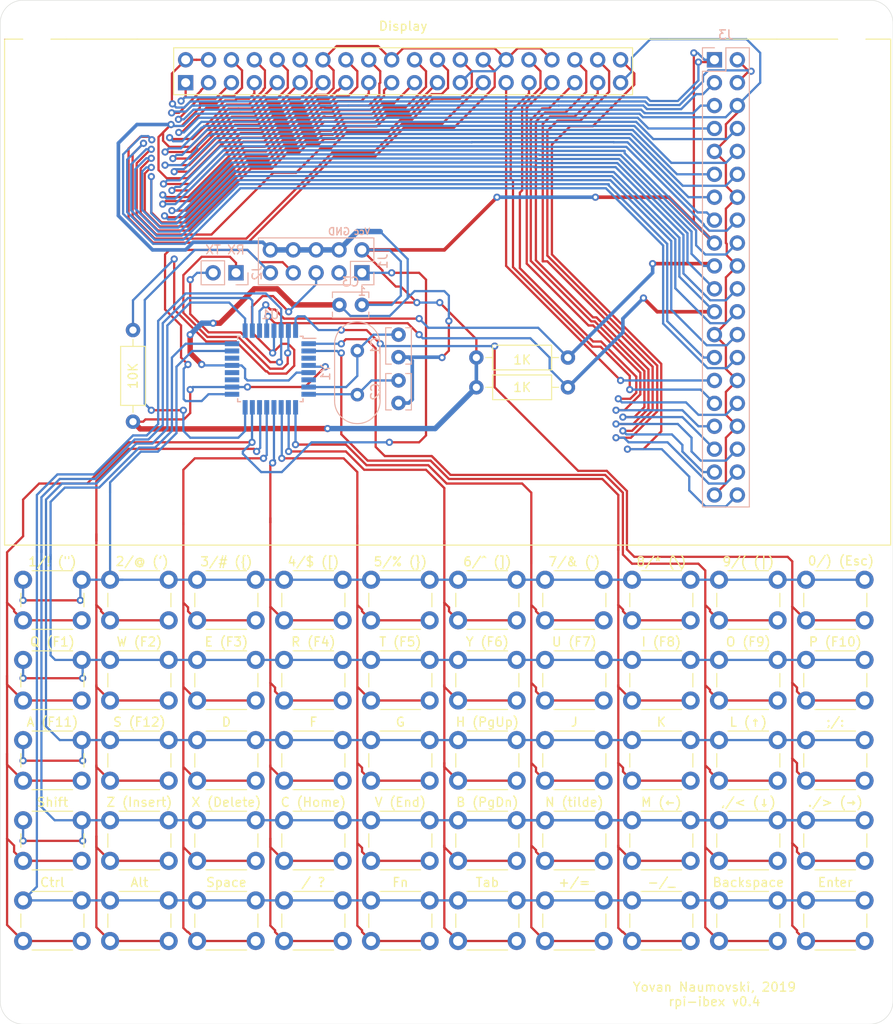
<source format=kicad_pcb>
(kicad_pcb (version 20171130) (host pcbnew 5.1.4-e60b266~84~ubuntu18.04.1)
  (layers (0 F.Cu signal hide) (31 B.Cu signal hide) (34 B.Paste user) (35 F.Paste user) (36 B.SilkS user) (37 F.SilkS user) (38 B.Mask user) (39 F.Mask user) (44 Edge.Cuts user))
  (net 0 "")
  (net 1 GND)
  (net 2 XTAL1)
  (net 3 XTAL2)
  (net 4 RPI_3.3V)
  (net 5 KB_COL_1)
  (net 6 "Net-(J1-Pad3)")
  (net 7 RESET)
  (net 8 MISO)
  (net 9 "Net-(J2-Pad1)")
  (net 10 KB_ROW_5)
  (net 11 KB_ROW_1)
  (net 12 KB_ROW_2)
  (net 13 KB_ROW_3)
  (net 14 KB_ROW_4)
  (net 15 KB_COL_2)
  (net 16 KB_COL_3)
  (net 17 KB_COL_4)
  (net 18 KB_COL_5)
  (net 19 KB_COL_6)
  (net 20 KB_COL_7)
  (net 21 KB_COL_8)
  (net 22 KB_COL_9)
  (net 23 KB_COL_10)
  (net 24 "Net-(U1-Pad3)")
  (net 25 "Net-(U1-Pad6)")
  (net 26 "Net-(U1-Pad19)")
  (net 27 "Net-(U1-Pad20)")
  (net 28 "Net-(U1-Pad22)")
  (net 29 SCK)
  (net 30 BCM2)
  (net 31 BCM3)
  (net 32 BCM4)
  (net 33 BCM14)
  (net 34 BCM15)
  (net 35 BCM17)
  (net 36 BCM18)
  (net 37 BCM27)
  (net 38 BCM22)
  (net 39 BCM23)
  (net 40 BCM24)
  (net 41 BCM10)
  (net 42 BCM9)
  (net 43 BCM25)
  (net 44 BCM11)
  (net 45 BCM8)
  (net 46 BCM7)
  (net 47 BCM0)
  (net 48 BCM1)
  (net 49 BCM5)
  (net 50 BCM6)
  (net 51 BCM12)
  (net 52 BCM13)
  (net 53 BCM19)
  (net 54 BCM16)
  (net 55 BCM26)
  (net 56 BCM20)
  (net 57 BCM21)
  (net 58 5V)
  (module Resistor_THT:R_Axial_DIN0207_L6.3mm_D2.5mm_P10.16mm_Horizontal (layer F.Cu) (at 119.38 101.346 180)
    (fp_text reference 1K (at 5.08 -0.254) (layer F.SilkS))
    (fp_text value 1K)
    (pad 1 thru_hole circle (at 0 0 180) (size 1.6 1.6) (drill 0.8) (layers *.Cu *.Mask) (net 41 BCM10))
    (pad 2 thru_hole oval (at 10.16 0 180) (size 1.6 1.6) (drill 0.8) (layers *.Cu *.Mask) (net 4 RPI_3.3V))
  )
  (module MountingHole:MountingHole_3.2mm_M3 (layer F.Cu) (at 150.876 171.196)
    (fp_text reference REF** hide)
    (fp_text value MountingHole_3.2mm_M3)
    (pad 1 np_thru_hole circle (at 0 0) (size 3.2 3.2) (drill 3.2) (layers *.Cu *.Mask))
  )
  (module MountingHole:MountingHole_3.2mm_M3 (layer F.Cu) (at 60.452 171.196)
    (fp_text reference REF** hide)
    (fp_text value MountingHole_3.2mm_M3)
    (pad 1 np_thru_hole circle (at 0 0) (size 3.2 3.2) (drill 3.2) (layers *.Cu *.Mask))
  )
  (module MountingHole:MountingHole_3.2mm_M3 (layer F.Cu) (at 150.876 65.532)
    (fp_text reference REF** hide)
    (fp_text value MountingHole_3.2mm_M3)
    (pad 1 np_thru_hole circle (at 0 0) (size 3.2 3.2) (drill 3.2) (layers *.Cu *.Mask))
  )
  (module MountingHole:MountingHole_3.2mm_M3 (layer F.Cu) (at 60.452 65.532)
    (fp_text reference REF** hide)
    (fp_text value MountingHole_3.2mm_M3)
    (pad 1 np_thru_hole circle (at 0 0) (size 3.2 3.2) (drill 3.2) (layers *.Cu *.Mask))
  )
  (module Capacitor_THT:C_Disc_D3.8mm_W2.6mm_P2.50mm (layer B.Cu) (at 100.584 98.806 270)
    (fp_text reference C1 (at 1.25 2.55 270) (layer B.SilkS) (effects (justify mirror)))
    (fp_text value 22pF)
    (pad 2 thru_hole circle (at 2.5 0 270) (size 1.6 1.6) (drill 0.8) (layers *.Cu *.Mask) (net 1 GND))
    (pad 1 thru_hole circle (at 0 0 270) (size 1.6 1.6) (drill 0.8) (layers *.Cu *.Mask) (net 2 XTAL1))
  )
  (module Capacitor_THT:C_Disc_D3.8mm_W2.6mm_P2.50mm (layer B.Cu) (at 100.584 103.886 270)
    (fp_text reference C2 (at 1.25 2.55 270) (layer B.SilkS) (effects (justify mirror)))
    (fp_text value 22pF)
    (pad 1 thru_hole circle (at 0 0 270) (size 1.6 1.6) (drill 0.8) (layers *.Cu *.Mask) (net 3 XTAL2))
    (pad 2 thru_hole circle (at 2.5 0 270) (size 1.6 1.6) (drill 0.8) (layers *.Cu *.Mask) (net 1 GND))
  )
  (module Capacitor_THT:C_Disc_D3.8mm_W2.6mm_P2.50mm (layer B.Cu) (at 96.52 95.504 180)
    (fp_text reference C3 (at 1.25 2.55) (layer B.SilkS) (effects (justify mirror)))
    (fp_text value 100nF)
    (pad 1 thru_hole circle (at 0 0 180) (size 1.6 1.6) (drill 0.8) (layers *.Cu *.Mask) (net 4 RPI_3.3V))
    (pad 2 thru_hole circle (at 2.5 0 180) (size 1.6 1.6) (drill 0.8) (layers *.Cu *.Mask) (net 1 GND))
  )
  (module Connector_PinHeader_2.54mm:PinHeader_2x05_P2.54mm_Vertical (layer B.Cu) (at 96.52 91.948 90)
    (fp_text reference J1 (at 1.27 2.33 90) (layer B.SilkS) (effects (justify mirror)))
    (fp_text value Conn_02x05_Odd_Even)
    (pad 1 thru_hole rect (at 0 0 90) (size 1.7 1.7) (drill 1) (layers *.Cu *.Mask) (net 5 KB_COL_1))
    (pad 2 thru_hole oval (at 2.54 0 90) (size 1.7 1.7) (drill 1) (layers *.Cu *.Mask) (net 4 RPI_3.3V))
    (pad 3 thru_hole oval (at 0 -2.54 90) (size 1.7 1.7) (drill 1) (layers *.Cu *.Mask) (net 6 "Net-(J1-Pad3)"))
    (pad 4 thru_hole oval (at 2.54 -2.54 90) (size 1.7 1.7) (drill 1) (layers *.Cu *.Mask) (net 1 GND))
    (pad 5 thru_hole oval (at 0 -5.08 90) (size 1.7 1.7) (drill 1) (layers *.Cu *.Mask) (net 7 RESET))
    (pad 6 thru_hole oval (at 2.54 -5.08 90) (size 1.7 1.7) (drill 1) (layers *.Cu *.Mask) (net 1 GND))
    (pad 7 thru_hole oval (at 0 -7.62 90) (size 1.7 1.7) (drill 1) (layers *.Cu *.Mask) (net 29 SCK))
    (pad 8 thru_hole oval (at 2.54 -7.62 90) (size 1.7 1.7) (drill 1) (layers *.Cu *.Mask) (net 1 GND))
    (pad 9 thru_hole oval (at 0 -10.16 90) (size 1.7 1.7) (drill 1) (layers *.Cu *.Mask) (net 8 MISO))
    (pad 10 thru_hole oval (at 2.54 -10.16 90) (size 1.7 1.7) (drill 1) (layers *.Cu *.Mask) (net 1 GND))
  )
  (module Connector_PinHeader_2.54mm:PinHeader_1x02_P2.54mm_Vertical (layer B.Cu) (at 82.55 91.948 90)
    (fp_text reference J2 (at 0 2.33 90) (layer B.SilkS) (effects (justify mirror)))
    (fp_text value USART_Connector_1)
    (pad 1 thru_hole rect (at 0 0 90) (size 1.7 1.7) (drill 1) (layers *.Cu *.Mask) (net 9 "Net-(J2-Pad1)"))
    (pad 2 thru_hole oval (at 0 -2.54 90) (size 1.7 1.7) (drill 1) (layers *.Cu *.Mask) (net 10 KB_ROW_5))
  )
  (module Connector_PinSocket_2.54mm:PinSocket_2x20_P2.54mm_Vertical (layer B.Cu) (at 135.636 68.326 180)
    (fp_text reference J3 (at -1.27 2.77) (layer B.SilkS) (effects (justify mirror)))
    (fp_text value Raspberry_Pi_2_3)
    (pad 1 thru_hole rect (at 0 0 180) (size 1.7 1.7) (drill 1) (layers *.Cu *.Mask) (net 4 RPI_3.3V))
    (pad 2 thru_hole oval (at -2.54 0 180) (size 1.7 1.7) (drill 1) (layers *.Cu *.Mask) (net 58 5V))
    (pad 3 thru_hole oval (at 0 -2.54 180) (size 1.7 1.7) (drill 1) (layers *.Cu *.Mask) (net 30 BCM2))
    (pad 4 thru_hole oval (at -2.54 -2.54 180) (size 1.7 1.7) (drill 1) (layers *.Cu *.Mask) (net 58 5V))
    (pad 5 thru_hole oval (at 0 -5.08 180) (size 1.7 1.7) (drill 1) (layers *.Cu *.Mask) (net 31 BCM3))
    (pad 6 thru_hole oval (at -2.54 -5.08 180) (size 1.7 1.7) (drill 1) (layers *.Cu *.Mask) (net 1 GND))
    (pad 7 thru_hole oval (at 0 -7.62 180) (size 1.7 1.7) (drill 1) (layers *.Cu *.Mask) (net 32 BCM4))
    (pad 8 thru_hole oval (at -2.54 -7.62 180) (size 1.7 1.7) (drill 1) (layers *.Cu *.Mask) (net 33 BCM14))
    (pad 9 thru_hole oval (at 0 -10.16 180) (size 1.7 1.7) (drill 1) (layers *.Cu *.Mask) (net 1 GND))
    (pad 10 thru_hole oval (at -2.54 -10.16 180) (size 1.7 1.7) (drill 1) (layers *.Cu *.Mask) (net 34 BCM15))
    (pad 11 thru_hole oval (at 0 -12.7 180) (size 1.7 1.7) (drill 1) (layers *.Cu *.Mask) (net 35 BCM17))
    (pad 12 thru_hole oval (at -2.54 -12.7 180) (size 1.7 1.7) (drill 1) (layers *.Cu *.Mask) (net 36 BCM18))
    (pad 13 thru_hole oval (at 0 -15.24 180) (size 1.7 1.7) (drill 1) (layers *.Cu *.Mask) (net 37 BCM27))
    (pad 14 thru_hole oval (at -2.54 -15.24 180) (size 1.7 1.7) (drill 1) (layers *.Cu *.Mask) (net 1 GND))
    (pad 15 thru_hole oval (at 0 -17.78 180) (size 1.7 1.7) (drill 1) (layers *.Cu *.Mask) (net 38 BCM22))
    (pad 16 thru_hole oval (at -2.54 -17.78 180) (size 1.7 1.7) (drill 1) (layers *.Cu *.Mask) (net 39 BCM23))
    (pad 17 thru_hole oval (at 0 -20.32 180) (size 1.7 1.7) (drill 1) (layers *.Cu *.Mask) (net 4 RPI_3.3V))
    (pad 18 thru_hole oval (at -2.54 -20.32 180) (size 1.7 1.7) (drill 1) (layers *.Cu *.Mask) (net 40 BCM24))
    (pad 19 thru_hole oval (at 0 -22.86 180) (size 1.7 1.7) (drill 1) (layers *.Cu *.Mask) (net 41 BCM10))
    (pad 20 thru_hole oval (at -2.54 -22.86 180) (size 1.7 1.7) (drill 1) (layers *.Cu *.Mask) (net 1 GND))
    (pad 21 thru_hole oval (at 0 -25.4 180) (size 1.7 1.7) (drill 1) (layers *.Cu *.Mask) (net 42 BCM9))
    (pad 22 thru_hole oval (at -2.54 -25.4 180) (size 1.7 1.7) (drill 1) (layers *.Cu *.Mask) (net 43 BCM25))
    (pad 23 thru_hole oval (at 0 -27.94 180) (size 1.7 1.7) (drill 1) (layers *.Cu *.Mask) (net 44 BCM11))
    (pad 24 thru_hole oval (at -2.54 -27.94 180) (size 1.7 1.7) (drill 1) (layers *.Cu *.Mask) (net 45 BCM8))
    (pad 25 thru_hole oval (at 0 -30.48 180) (size 1.7 1.7) (drill 1) (layers *.Cu *.Mask) (net 1 GND))
    (pad 26 thru_hole oval (at -2.54 -30.48 180) (size 1.7 1.7) (drill 1) (layers *.Cu *.Mask) (net 46 BCM7))
    (pad 27 thru_hole oval (at 0 -33.02 180) (size 1.7 1.7) (drill 1) (layers *.Cu *.Mask) (net 47 BCM0))
    (pad 28 thru_hole oval (at -2.54 -33.02 180) (size 1.7 1.7) (drill 1) (layers *.Cu *.Mask) (net 48 BCM1))
    (pad 29 thru_hole oval (at 0 -35.56 180) (size 1.7 1.7) (drill 1) (layers *.Cu *.Mask) (net 49 BCM5))
    (pad 30 thru_hole oval (at -2.54 -35.56 180) (size 1.7 1.7) (drill 1) (layers *.Cu *.Mask) (net 1 GND))
    (pad 31 thru_hole oval (at 0 -38.1 180) (size 1.7 1.7) (drill 1) (layers *.Cu *.Mask) (net 50 BCM6))
    (pad 32 thru_hole oval (at -2.54 -38.1 180) (size 1.7 1.7) (drill 1) (layers *.Cu *.Mask) (net 51 BCM12))
    (pad 33 thru_hole oval (at 0 -40.64 180) (size 1.7 1.7) (drill 1) (layers *.Cu *.Mask) (net 52 BCM13))
    (pad 34 thru_hole oval (at -2.54 -40.64 180) (size 1.7 1.7) (drill 1) (layers *.Cu *.Mask) (net 1 GND))
    (pad 35 thru_hole oval (at 0 -43.18 180) (size 1.7 1.7) (drill 1) (layers *.Cu *.Mask) (net 53 BCM19))
    (pad 36 thru_hole oval (at -2.54 -43.18 180) (size 1.7 1.7) (drill 1) (layers *.Cu *.Mask) (net 54 BCM16))
    (pad 37 thru_hole oval (at 0 -45.72 180) (size 1.7 1.7) (drill 1) (layers *.Cu *.Mask) (net 55 BCM26))
    (pad 38 thru_hole oval (at -2.54 -45.72 180) (size 1.7 1.7) (drill 1) (layers *.Cu *.Mask) (net 56 BCM20))
    (pad 39 thru_hole oval (at 0 -48.26 180) (size 1.7 1.7) (drill 1) (layers *.Cu *.Mask) (net 1 GND))
    (pad 40 thru_hole oval (at -2.54 -48.26 180) (size 1.7 1.7) (drill 1) (layers *.Cu *.Mask) (net 57 BCM21))
  )
  (module Resistor_THT:R_Axial_DIN0207_L6.3mm_D2.5mm_P10.16mm_Horizontal (layer F.Cu) (at 71.12 98.298 270)
    (fp_text reference 10K (at 5.08 0 90) (layer F.SilkS))
    (fp_text value 10K)
    (pad 2 thru_hole oval (at 10.16 0 270) (size 1.6 1.6) (drill 0.8) (layers *.Cu *.Mask) (net 4 RPI_3.3V))
    (pad 1 thru_hole circle (at 0 0 270) (size 1.6 1.6) (drill 0.8) (layers *.Cu *.Mask) (net 7 RESET))
  )
  (module Resistor_THT:R_Axial_DIN0207_L6.3mm_D2.5mm_P10.16mm_Horizontal (layer F.Cu) (at 119.38 104.648 180)
    (fp_text reference 1K (at 5.08 0) (layer F.SilkS))
    (fp_text value 1K)
    (pad 2 thru_hole oval (at 10.16 0 180) (size 1.6 1.6) (drill 0.8) (layers *.Cu *.Mask) (net 4 RPI_3.3V))
    (pad 1 thru_hole circle (at 0 0 180) (size 1.6 1.6) (drill 0.8) (layers *.Cu *.Mask) (net 44 BCM11))
  )
  (module Button_Switch_THT:SW_PUSH_6mm_H5mm (layer F.Cu) (at 58.928 125.984)
    (fp_text reference "1/! (\")" (at 3.25 -2) (layer F.SilkS))
    (fp_text value SW_Push)
    (pad 1 thru_hole circle (at 6.5 0 90) (size 2 2) (drill 1.1) (layers *.Cu *.Mask) (net 11 KB_ROW_1))
    (pad 2 thru_hole circle (at 6.5 4.5 90) (size 2 2) (drill 1.1) (layers *.Cu *.Mask) (net 5 KB_COL_1))
    (pad 1 thru_hole circle (at 0 0 90) (size 2 2) (drill 1.1) (layers *.Cu *.Mask) (net 11 KB_ROW_1))
    (pad 2 thru_hole circle (at 0 4.5 90) (size 2 2) (drill 1.1) (layers *.Cu *.Mask) (net 5 KB_COL_1))
  )
  (module Button_Switch_THT:SW_PUSH_6mm_H5mm (layer F.Cu) (at 58.928 134.874)
    (fp_text reference "Q (F1)" (at 3.25 -2) (layer F.SilkS))
    (fp_text value SW_Push)
    (pad 1 thru_hole circle (at 6.5 0 90) (size 2 2) (drill 1.1) (layers *.Cu *.Mask) (net 12 KB_ROW_2))
    (pad 2 thru_hole circle (at 6.5 4.5 90) (size 2 2) (drill 1.1) (layers *.Cu *.Mask) (net 5 KB_COL_1))
    (pad 1 thru_hole circle (at 0 0 90) (size 2 2) (drill 1.1) (layers *.Cu *.Mask) (net 12 KB_ROW_2))
    (pad 2 thru_hole circle (at 0 4.5 90) (size 2 2) (drill 1.1) (layers *.Cu *.Mask) (net 5 KB_COL_1))
  )
  (module Button_Switch_THT:SW_PUSH_6mm_H5mm (layer F.Cu) (at 58.928 143.764)
    (fp_text reference "A (F11)" (at 3.25 -2) (layer F.SilkS))
    (fp_text value SW_Push)
    (pad 1 thru_hole circle (at 6.5 0 90) (size 2 2) (drill 1.1) (layers *.Cu *.Mask) (net 13 KB_ROW_3))
    (pad 2 thru_hole circle (at 6.5 4.5 90) (size 2 2) (drill 1.1) (layers *.Cu *.Mask) (net 5 KB_COL_1))
    (pad 1 thru_hole circle (at 0 0 90) (size 2 2) (drill 1.1) (layers *.Cu *.Mask) (net 13 KB_ROW_3))
    (pad 2 thru_hole circle (at 0 4.5 90) (size 2 2) (drill 1.1) (layers *.Cu *.Mask) (net 5 KB_COL_1))
  )
  (module Button_Switch_THT:SW_PUSH_6mm_H5mm (layer F.Cu) (at 58.928 152.654)
    (fp_text reference Shift (at 3.25 -2) (layer F.SilkS))
    (fp_text value SW_Push)
    (pad 1 thru_hole circle (at 6.5 0 90) (size 2 2) (drill 1.1) (layers *.Cu *.Mask) (net 14 KB_ROW_4))
    (pad 2 thru_hole circle (at 6.5 4.5 90) (size 2 2) (drill 1.1) (layers *.Cu *.Mask) (net 5 KB_COL_1))
    (pad 1 thru_hole circle (at 0 0 90) (size 2 2) (drill 1.1) (layers *.Cu *.Mask) (net 14 KB_ROW_4))
    (pad 2 thru_hole circle (at 0 4.5 90) (size 2 2) (drill 1.1) (layers *.Cu *.Mask) (net 5 KB_COL_1))
  )
  (module Button_Switch_THT:SW_PUSH_6mm_H5mm (layer F.Cu) (at 58.928 161.544)
    (fp_text reference Ctrl (at 3.25 -2) (layer F.SilkS))
    (fp_text value SW_Push)
    (pad 1 thru_hole circle (at 6.5 0 90) (size 2 2) (drill 1.1) (layers *.Cu *.Mask) (net 10 KB_ROW_5))
    (pad 2 thru_hole circle (at 6.5 4.5 90) (size 2 2) (drill 1.1) (layers *.Cu *.Mask) (net 5 KB_COL_1))
    (pad 1 thru_hole circle (at 0 0 90) (size 2 2) (drill 1.1) (layers *.Cu *.Mask) (net 10 KB_ROW_5))
    (pad 2 thru_hole circle (at 0 4.5 90) (size 2 2) (drill 1.1) (layers *.Cu *.Mask) (net 5 KB_COL_1))
  )
  (module Button_Switch_THT:SW_PUSH_6mm_H5mm (layer F.Cu) (at 68.58 125.984)
    (fp_text reference "2/@ (')" (at 3.556 -2.032) (layer F.SilkS))
    (fp_text value SW_Push)
    (pad 2 thru_hole circle (at 0 4.5 90) (size 2 2) (drill 1.1) (layers *.Cu *.Mask) (net 15 KB_COL_2))
    (pad 1 thru_hole circle (at 0 0 90) (size 2 2) (drill 1.1) (layers *.Cu *.Mask) (net 11 KB_ROW_1))
    (pad 2 thru_hole circle (at 6.5 4.5 90) (size 2 2) (drill 1.1) (layers *.Cu *.Mask) (net 15 KB_COL_2))
    (pad 1 thru_hole circle (at 6.5 0 90) (size 2 2) (drill 1.1) (layers *.Cu *.Mask) (net 11 KB_ROW_1))
  )
  (module Button_Switch_THT:SW_PUSH_6mm_H5mm (layer F.Cu) (at 68.58 134.874)
    (fp_text reference "W (F2)" (at 3.25 -2) (layer F.SilkS))
    (fp_text value SW_Push)
    (pad 2 thru_hole circle (at 0 4.5 90) (size 2 2) (drill 1.1) (layers *.Cu *.Mask) (net 15 KB_COL_2))
    (pad 1 thru_hole circle (at 0 0 90) (size 2 2) (drill 1.1) (layers *.Cu *.Mask) (net 12 KB_ROW_2))
    (pad 2 thru_hole circle (at 6.5 4.5 90) (size 2 2) (drill 1.1) (layers *.Cu *.Mask) (net 15 KB_COL_2))
    (pad 1 thru_hole circle (at 6.5 0 90) (size 2 2) (drill 1.1) (layers *.Cu *.Mask) (net 12 KB_ROW_2))
  )
  (module Button_Switch_THT:SW_PUSH_6mm_H5mm (layer F.Cu) (at 68.58 143.764)
    (fp_text reference "S (F12)" (at 3.25 -2) (layer F.SilkS))
    (fp_text value SW_Push)
    (pad 2 thru_hole circle (at 0 4.5 90) (size 2 2) (drill 1.1) (layers *.Cu *.Mask) (net 15 KB_COL_2))
    (pad 1 thru_hole circle (at 0 0 90) (size 2 2) (drill 1.1) (layers *.Cu *.Mask) (net 13 KB_ROW_3))
    (pad 2 thru_hole circle (at 6.5 4.5 90) (size 2 2) (drill 1.1) (layers *.Cu *.Mask) (net 15 KB_COL_2))
    (pad 1 thru_hole circle (at 6.5 0 90) (size 2 2) (drill 1.1) (layers *.Cu *.Mask) (net 13 KB_ROW_3))
  )
  (module Button_Switch_THT:SW_PUSH_6mm_H5mm (layer F.Cu) (at 68.58 152.654)
    (fp_text reference "Z (Insert)" (at 3.25 -2) (layer F.SilkS))
    (fp_text value SW_Push)
    (pad 1 thru_hole circle (at 6.5 0 90) (size 2 2) (drill 1.1) (layers *.Cu *.Mask) (net 14 KB_ROW_4))
    (pad 2 thru_hole circle (at 6.5 4.5 90) (size 2 2) (drill 1.1) (layers *.Cu *.Mask) (net 15 KB_COL_2))
    (pad 1 thru_hole circle (at 0 0 90) (size 2 2) (drill 1.1) (layers *.Cu *.Mask) (net 14 KB_ROW_4))
    (pad 2 thru_hole circle (at 0 4.5 90) (size 2 2) (drill 1.1) (layers *.Cu *.Mask) (net 15 KB_COL_2))
  )
  (module Button_Switch_THT:SW_PUSH_6mm_H5mm (layer F.Cu) (at 68.58 161.544)
    (fp_text reference Alt (at 3.25 -2) (layer F.SilkS))
    (fp_text value SW_Push)
    (pad 2 thru_hole circle (at 0 4.5 90) (size 2 2) (drill 1.1) (layers *.Cu *.Mask) (net 15 KB_COL_2))
    (pad 1 thru_hole circle (at 0 0 90) (size 2 2) (drill 1.1) (layers *.Cu *.Mask) (net 10 KB_ROW_5))
    (pad 2 thru_hole circle (at 6.5 4.5 90) (size 2 2) (drill 1.1) (layers *.Cu *.Mask) (net 15 KB_COL_2))
    (pad 1 thru_hole circle (at 6.5 0 90) (size 2 2) (drill 1.1) (layers *.Cu *.Mask) (net 10 KB_ROW_5))
  )
  (module Button_Switch_THT:SW_PUSH_6mm_H5mm (layer F.Cu) (at 78.232 125.984)
    (fp_text reference "3/# ({)" (at 3.25 -2) (layer F.SilkS))
    (fp_text value SW_Push)
    (pad 1 thru_hole circle (at 6.5 0 90) (size 2 2) (drill 1.1) (layers *.Cu *.Mask) (net 11 KB_ROW_1))
    (pad 2 thru_hole circle (at 6.5 4.5 90) (size 2 2) (drill 1.1) (layers *.Cu *.Mask) (net 16 KB_COL_3))
    (pad 1 thru_hole circle (at 0 0 90) (size 2 2) (drill 1.1) (layers *.Cu *.Mask) (net 11 KB_ROW_1))
    (pad 2 thru_hole circle (at 0 4.5 90) (size 2 2) (drill 1.1) (layers *.Cu *.Mask) (net 16 KB_COL_3))
  )
  (module Button_Switch_THT:SW_PUSH_6mm_H5mm (layer F.Cu) (at 78.232 134.874)
    (fp_text reference "E (F3)" (at 3.25 -2) (layer F.SilkS))
    (fp_text value SW_Push)
    (pad 1 thru_hole circle (at 6.5 0 90) (size 2 2) (drill 1.1) (layers *.Cu *.Mask) (net 12 KB_ROW_2))
    (pad 2 thru_hole circle (at 6.5 4.5 90) (size 2 2) (drill 1.1) (layers *.Cu *.Mask) (net 16 KB_COL_3))
    (pad 1 thru_hole circle (at 0 0 90) (size 2 2) (drill 1.1) (layers *.Cu *.Mask) (net 12 KB_ROW_2))
    (pad 2 thru_hole circle (at 0 4.5 90) (size 2 2) (drill 1.1) (layers *.Cu *.Mask) (net 16 KB_COL_3))
  )
  (module Button_Switch_THT:SW_PUSH_6mm_H5mm (layer F.Cu) (at 78.232 143.764)
    (fp_text reference D (at 3.25 -2) (layer F.SilkS))
    (fp_text value SW_Push)
    (pad 1 thru_hole circle (at 6.5 0 90) (size 2 2) (drill 1.1) (layers *.Cu *.Mask) (net 13 KB_ROW_3))
    (pad 2 thru_hole circle (at 6.5 4.5 90) (size 2 2) (drill 1.1) (layers *.Cu *.Mask) (net 16 KB_COL_3))
    (pad 1 thru_hole circle (at 0 0 90) (size 2 2) (drill 1.1) (layers *.Cu *.Mask) (net 13 KB_ROW_3))
    (pad 2 thru_hole circle (at 0 4.5 90) (size 2 2) (drill 1.1) (layers *.Cu *.Mask) (net 16 KB_COL_3))
  )
  (module Button_Switch_THT:SW_PUSH_6mm_H5mm (layer F.Cu) (at 78.232 152.654)
    (fp_text reference "X (Delete)" (at 3.25 -2) (layer F.SilkS))
    (fp_text value SW_Push)
    (pad 2 thru_hole circle (at 0 4.5 90) (size 2 2) (drill 1.1) (layers *.Cu *.Mask) (net 16 KB_COL_3))
    (pad 1 thru_hole circle (at 0 0 90) (size 2 2) (drill 1.1) (layers *.Cu *.Mask) (net 14 KB_ROW_4))
    (pad 2 thru_hole circle (at 6.5 4.5 90) (size 2 2) (drill 1.1) (layers *.Cu *.Mask) (net 16 KB_COL_3))
    (pad 1 thru_hole circle (at 6.5 0 90) (size 2 2) (drill 1.1) (layers *.Cu *.Mask) (net 14 KB_ROW_4))
  )
  (module Button_Switch_THT:SW_PUSH_6mm_H5mm (layer F.Cu) (at 78.232 161.544)
    (fp_text reference Space (at 3.25 -2) (layer F.SilkS))
    (fp_text value SW_Push)
    (pad 1 thru_hole circle (at 6.5 0 90) (size 2 2) (drill 1.1) (layers *.Cu *.Mask) (net 10 KB_ROW_5))
    (pad 2 thru_hole circle (at 6.5 4.5 90) (size 2 2) (drill 1.1) (layers *.Cu *.Mask) (net 16 KB_COL_3))
    (pad 1 thru_hole circle (at 0 0 90) (size 2 2) (drill 1.1) (layers *.Cu *.Mask) (net 10 KB_ROW_5))
    (pad 2 thru_hole circle (at 0 4.5 90) (size 2 2) (drill 1.1) (layers *.Cu *.Mask) (net 16 KB_COL_3))
  )
  (module Button_Switch_THT:SW_PUSH_6mm_H5mm (layer F.Cu) (at 87.884 125.984)
    (fp_text reference "4/$ ([)" (at 3.25 -2) (layer F.SilkS))
    (fp_text value SW_Push)
    (pad 2 thru_hole circle (at 0 4.5 90) (size 2 2) (drill 1.1) (layers *.Cu *.Mask) (net 17 KB_COL_4))
    (pad 1 thru_hole circle (at 0 0 90) (size 2 2) (drill 1.1) (layers *.Cu *.Mask) (net 11 KB_ROW_1))
    (pad 2 thru_hole circle (at 6.5 4.5 90) (size 2 2) (drill 1.1) (layers *.Cu *.Mask) (net 17 KB_COL_4))
    (pad 1 thru_hole circle (at 6.5 0 90) (size 2 2) (drill 1.1) (layers *.Cu *.Mask) (net 11 KB_ROW_1))
  )
  (module Button_Switch_THT:SW_PUSH_6mm_H5mm (layer F.Cu) (at 87.884 134.874)
    (fp_text reference "R (F4)" (at 3.25 -2) (layer F.SilkS))
    (fp_text value SW_Push)
    (pad 2 thru_hole circle (at 0 4.5 90) (size 2 2) (drill 1.1) (layers *.Cu *.Mask) (net 17 KB_COL_4))
    (pad 1 thru_hole circle (at 0 0 90) (size 2 2) (drill 1.1) (layers *.Cu *.Mask) (net 12 KB_ROW_2))
    (pad 2 thru_hole circle (at 6.5 4.5 90) (size 2 2) (drill 1.1) (layers *.Cu *.Mask) (net 17 KB_COL_4))
    (pad 1 thru_hole circle (at 6.5 0 90) (size 2 2) (drill 1.1) (layers *.Cu *.Mask) (net 12 KB_ROW_2))
  )
  (module Button_Switch_THT:SW_PUSH_6mm_H5mm (layer F.Cu) (at 87.884 143.764)
    (fp_text reference F (at 3.25 -2) (layer F.SilkS))
    (fp_text value SW_Push)
    (pad 2 thru_hole circle (at 0 4.5 90) (size 2 2) (drill 1.1) (layers *.Cu *.Mask) (net 17 KB_COL_4))
    (pad 1 thru_hole circle (at 0 0 90) (size 2 2) (drill 1.1) (layers *.Cu *.Mask) (net 13 KB_ROW_3))
    (pad 2 thru_hole circle (at 6.5 4.5 90) (size 2 2) (drill 1.1) (layers *.Cu *.Mask) (net 17 KB_COL_4))
    (pad 1 thru_hole circle (at 6.5 0 90) (size 2 2) (drill 1.1) (layers *.Cu *.Mask) (net 13 KB_ROW_3))
  )
  (module Button_Switch_THT:SW_PUSH_6mm_H5mm (layer F.Cu) (at 87.884 152.654)
    (fp_text reference "C (Home)" (at 3.25 -2) (layer F.SilkS))
    (fp_text value SW_Push)
    (pad 2 thru_hole circle (at 0 4.5 90) (size 2 2) (drill 1.1) (layers *.Cu *.Mask) (net 17 KB_COL_4))
    (pad 1 thru_hole circle (at 0 0 90) (size 2 2) (drill 1.1) (layers *.Cu *.Mask) (net 14 KB_ROW_4))
    (pad 2 thru_hole circle (at 6.5 4.5 90) (size 2 2) (drill 1.1) (layers *.Cu *.Mask) (net 17 KB_COL_4))
    (pad 1 thru_hole circle (at 6.5 0 90) (size 2 2) (drill 1.1) (layers *.Cu *.Mask) (net 14 KB_ROW_4))
  )
  (module Button_Switch_THT:SW_PUSH_6mm_H5mm (layer F.Cu) (at 87.884 161.544)
    (fp_text reference "/ ?" (at 3.25 -2) (layer F.SilkS))
    (fp_text value SW_Push)
    (pad 2 thru_hole circle (at 0 4.5 90) (size 2 2) (drill 1.1) (layers *.Cu *.Mask) (net 17 KB_COL_4))
    (pad 1 thru_hole circle (at 0 0 90) (size 2 2) (drill 1.1) (layers *.Cu *.Mask) (net 10 KB_ROW_5))
    (pad 2 thru_hole circle (at 6.5 4.5 90) (size 2 2) (drill 1.1) (layers *.Cu *.Mask) (net 17 KB_COL_4))
    (pad 1 thru_hole circle (at 6.5 0 90) (size 2 2) (drill 1.1) (layers *.Cu *.Mask) (net 10 KB_ROW_5))
  )
  (module Button_Switch_THT:SW_PUSH_6mm_H5mm (layer F.Cu) (at 97.536 125.984)
    (fp_text reference "5/% (})" (at 3.25 -2) (layer F.SilkS))
    (fp_text value SW_Push)
    (pad 1 thru_hole circle (at 6.5 0 90) (size 2 2) (drill 1.1) (layers *.Cu *.Mask) (net 11 KB_ROW_1))
    (pad 2 thru_hole circle (at 6.5 4.5 90) (size 2 2) (drill 1.1) (layers *.Cu *.Mask) (net 18 KB_COL_5))
    (pad 1 thru_hole circle (at 0 0 90) (size 2 2) (drill 1.1) (layers *.Cu *.Mask) (net 11 KB_ROW_1))
    (pad 2 thru_hole circle (at 0 4.5 90) (size 2 2) (drill 1.1) (layers *.Cu *.Mask) (net 18 KB_COL_5))
  )
  (module Button_Switch_THT:SW_PUSH_6mm_H5mm (layer F.Cu) (at 97.536 134.874)
    (fp_text reference "T (F5)" (at 3.25 -2) (layer F.SilkS))
    (fp_text value SW_Push)
    (pad 1 thru_hole circle (at 6.5 0 90) (size 2 2) (drill 1.1) (layers *.Cu *.Mask) (net 12 KB_ROW_2))
    (pad 2 thru_hole circle (at 6.5 4.5 90) (size 2 2) (drill 1.1) (layers *.Cu *.Mask) (net 18 KB_COL_5))
    (pad 1 thru_hole circle (at 0 0 90) (size 2 2) (drill 1.1) (layers *.Cu *.Mask) (net 12 KB_ROW_2))
    (pad 2 thru_hole circle (at 0 4.5 90) (size 2 2) (drill 1.1) (layers *.Cu *.Mask) (net 18 KB_COL_5))
  )
  (module Button_Switch_THT:SW_PUSH_6mm_H5mm (layer F.Cu) (at 97.536 143.764)
    (fp_text reference G (at 3.25 -2) (layer F.SilkS))
    (fp_text value SW_Push)
    (pad 1 thru_hole circle (at 6.5 0 90) (size 2 2) (drill 1.1) (layers *.Cu *.Mask) (net 13 KB_ROW_3))
    (pad 2 thru_hole circle (at 6.5 4.5 90) (size 2 2) (drill 1.1) (layers *.Cu *.Mask) (net 18 KB_COL_5))
    (pad 1 thru_hole circle (at 0 0 90) (size 2 2) (drill 1.1) (layers *.Cu *.Mask) (net 13 KB_ROW_3))
    (pad 2 thru_hole circle (at 0 4.5 90) (size 2 2) (drill 1.1) (layers *.Cu *.Mask) (net 18 KB_COL_5))
  )
  (module Button_Switch_THT:SW_PUSH_6mm_H5mm (layer F.Cu) (at 97.536 152.654)
    (fp_text reference "V (End)" (at 3.25 -2) (layer F.SilkS))
    (fp_text value SW_Push)
    (pad 1 thru_hole circle (at 6.5 0 90) (size 2 2) (drill 1.1) (layers *.Cu *.Mask) (net 14 KB_ROW_4))
    (pad 2 thru_hole circle (at 6.5 4.5 90) (size 2 2) (drill 1.1) (layers *.Cu *.Mask) (net 18 KB_COL_5))
    (pad 1 thru_hole circle (at 0 0 90) (size 2 2) (drill 1.1) (layers *.Cu *.Mask) (net 14 KB_ROW_4))
    (pad 2 thru_hole circle (at 0 4.5 90) (size 2 2) (drill 1.1) (layers *.Cu *.Mask) (net 18 KB_COL_5))
  )
  (module Button_Switch_THT:SW_PUSH_6mm_H5mm (layer F.Cu) (at 97.536 161.544)
    (fp_text reference Fn (at 3.25 -2) (layer F.SilkS))
    (fp_text value SW_Push)
    (pad 1 thru_hole circle (at 6.5 0 90) (size 2 2) (drill 1.1) (layers *.Cu *.Mask) (net 10 KB_ROW_5))
    (pad 2 thru_hole circle (at 6.5 4.5 90) (size 2 2) (drill 1.1) (layers *.Cu *.Mask) (net 18 KB_COL_5))
    (pad 1 thru_hole circle (at 0 0 90) (size 2 2) (drill 1.1) (layers *.Cu *.Mask) (net 10 KB_ROW_5))
    (pad 2 thru_hole circle (at 0 4.5 90) (size 2 2) (drill 1.1) (layers *.Cu *.Mask) (net 18 KB_COL_5))
  )
  (module Button_Switch_THT:SW_PUSH_6mm_H5mm (layer F.Cu) (at 107.188 125.984)
    (fp_text reference "6/^ (])" (at 3.25 -2) (layer F.SilkS))
    (fp_text value SW_Push)
    (pad 2 thru_hole circle (at 0 4.5 90) (size 2 2) (drill 1.1) (layers *.Cu *.Mask) (net 19 KB_COL_6))
    (pad 1 thru_hole circle (at 0 0 90) (size 2 2) (drill 1.1) (layers *.Cu *.Mask) (net 11 KB_ROW_1))
    (pad 2 thru_hole circle (at 6.5 4.5 90) (size 2 2) (drill 1.1) (layers *.Cu *.Mask) (net 19 KB_COL_6))
    (pad 1 thru_hole circle (at 6.5 0 90) (size 2 2) (drill 1.1) (layers *.Cu *.Mask) (net 11 KB_ROW_1))
  )
  (module Button_Switch_THT:SW_PUSH_6mm_H5mm (layer F.Cu) (at 107.188 134.874)
    (fp_text reference "Y (F6)" (at 3.25 -2) (layer F.SilkS))
    (fp_text value SW_Push)
    (pad 2 thru_hole circle (at 0 4.5 90) (size 2 2) (drill 1.1) (layers *.Cu *.Mask) (net 19 KB_COL_6))
    (pad 1 thru_hole circle (at 0 0 90) (size 2 2) (drill 1.1) (layers *.Cu *.Mask) (net 12 KB_ROW_2))
    (pad 2 thru_hole circle (at 6.5 4.5 90) (size 2 2) (drill 1.1) (layers *.Cu *.Mask) (net 19 KB_COL_6))
    (pad 1 thru_hole circle (at 6.5 0 90) (size 2 2) (drill 1.1) (layers *.Cu *.Mask) (net 12 KB_ROW_2))
  )
  (module Button_Switch_THT:SW_PUSH_6mm_H5mm (layer F.Cu) (at 107.188 143.764)
    (fp_text reference "H (PgUp)" (at 3.25 -2) (layer F.SilkS))
    (fp_text value SW_Push)
    (pad 2 thru_hole circle (at 0 4.5 90) (size 2 2) (drill 1.1) (layers *.Cu *.Mask) (net 19 KB_COL_6))
    (pad 1 thru_hole circle (at 0 0 90) (size 2 2) (drill 1.1) (layers *.Cu *.Mask) (net 13 KB_ROW_3))
    (pad 2 thru_hole circle (at 6.5 4.5 90) (size 2 2) (drill 1.1) (layers *.Cu *.Mask) (net 19 KB_COL_6))
    (pad 1 thru_hole circle (at 6.5 0 90) (size 2 2) (drill 1.1) (layers *.Cu *.Mask) (net 13 KB_ROW_3))
  )
  (module Button_Switch_THT:SW_PUSH_6mm_H5mm (layer F.Cu) (at 107.188 152.654)
    (fp_text reference "B (PgDn)" (at 3.25 -2) (layer F.SilkS))
    (fp_text value SW_Push)
    (pad 2 thru_hole circle (at 0 4.5 90) (size 2 2) (drill 1.1) (layers *.Cu *.Mask) (net 19 KB_COL_6))
    (pad 1 thru_hole circle (at 0 0 90) (size 2 2) (drill 1.1) (layers *.Cu *.Mask) (net 14 KB_ROW_4))
    (pad 2 thru_hole circle (at 6.5 4.5 90) (size 2 2) (drill 1.1) (layers *.Cu *.Mask) (net 19 KB_COL_6))
    (pad 1 thru_hole circle (at 6.5 0 90) (size 2 2) (drill 1.1) (layers *.Cu *.Mask) (net 14 KB_ROW_4))
  )
  (module Button_Switch_THT:SW_PUSH_6mm_H5mm (layer F.Cu) (at 107.188 161.544)
    (fp_text reference Tab (at 3.25 -2) (layer F.SilkS))
    (fp_text value SW_Push)
    (pad 2 thru_hole circle (at 0 4.5 90) (size 2 2) (drill 1.1) (layers *.Cu *.Mask) (net 19 KB_COL_6))
    (pad 1 thru_hole circle (at 0 0 90) (size 2 2) (drill 1.1) (layers *.Cu *.Mask) (net 10 KB_ROW_5))
    (pad 2 thru_hole circle (at 6.5 4.5 90) (size 2 2) (drill 1.1) (layers *.Cu *.Mask) (net 19 KB_COL_6))
    (pad 1 thru_hole circle (at 6.5 0 90) (size 2 2) (drill 1.1) (layers *.Cu *.Mask) (net 10 KB_ROW_5))
  )
  (module Button_Switch_THT:SW_PUSH_6mm_H5mm (layer F.Cu) (at 116.84 125.984)
    (fp_text reference "7/& (`)" (at 3.25 -2) (layer F.SilkS))
    (fp_text value SW_Push)
    (pad 1 thru_hole circle (at 6.5 0 90) (size 2 2) (drill 1.1) (layers *.Cu *.Mask) (net 11 KB_ROW_1))
    (pad 2 thru_hole circle (at 6.5 4.5 90) (size 2 2) (drill 1.1) (layers *.Cu *.Mask) (net 20 KB_COL_7))
    (pad 1 thru_hole circle (at 0 0 90) (size 2 2) (drill 1.1) (layers *.Cu *.Mask) (net 11 KB_ROW_1))
    (pad 2 thru_hole circle (at 0 4.5 90) (size 2 2) (drill 1.1) (layers *.Cu *.Mask) (net 20 KB_COL_7))
  )
  (module Button_Switch_THT:SW_PUSH_6mm_H5mm (layer F.Cu) (at 116.84 134.874)
    (fp_text reference "U (F7)" (at 3.25 -2) (layer F.SilkS))
    (fp_text value SW_Push)
    (pad 1 thru_hole circle (at 6.5 0 90) (size 2 2) (drill 1.1) (layers *.Cu *.Mask) (net 12 KB_ROW_2))
    (pad 2 thru_hole circle (at 6.5 4.5 90) (size 2 2) (drill 1.1) (layers *.Cu *.Mask) (net 20 KB_COL_7))
    (pad 1 thru_hole circle (at 0 0 90) (size 2 2) (drill 1.1) (layers *.Cu *.Mask) (net 12 KB_ROW_2))
    (pad 2 thru_hole circle (at 0 4.5 90) (size 2 2) (drill 1.1) (layers *.Cu *.Mask) (net 20 KB_COL_7))
  )
  (module Button_Switch_THT:SW_PUSH_6mm_H5mm (layer F.Cu) (at 116.84 143.764)
    (fp_text reference J (at 3.25 -2) (layer F.SilkS))
    (fp_text value SW_Push)
    (pad 1 thru_hole circle (at 6.5 0 90) (size 2 2) (drill 1.1) (layers *.Cu *.Mask) (net 13 KB_ROW_3))
    (pad 2 thru_hole circle (at 6.5 4.5 90) (size 2 2) (drill 1.1) (layers *.Cu *.Mask) (net 20 KB_COL_7))
    (pad 1 thru_hole circle (at 0 0 90) (size 2 2) (drill 1.1) (layers *.Cu *.Mask) (net 13 KB_ROW_3))
    (pad 2 thru_hole circle (at 0 4.5 90) (size 2 2) (drill 1.1) (layers *.Cu *.Mask) (net 20 KB_COL_7))
  )
  (module Button_Switch_THT:SW_PUSH_6mm_H5mm (layer F.Cu) (at 116.84 152.654)
    (fp_text reference "N (tilde)" (at 3.25 -2) (layer F.SilkS))
    (fp_text value SW_Push)
    (pad 1 thru_hole circle (at 6.5 0 90) (size 2 2) (drill 1.1) (layers *.Cu *.Mask) (net 14 KB_ROW_4))
    (pad 2 thru_hole circle (at 6.5 4.5 90) (size 2 2) (drill 1.1) (layers *.Cu *.Mask) (net 20 KB_COL_7))
    (pad 1 thru_hole circle (at 0 0 90) (size 2 2) (drill 1.1) (layers *.Cu *.Mask) (net 14 KB_ROW_4))
    (pad 2 thru_hole circle (at 0 4.5 90) (size 2 2) (drill 1.1) (layers *.Cu *.Mask) (net 20 KB_COL_7))
  )
  (module Button_Switch_THT:SW_PUSH_6mm_H5mm (layer F.Cu) (at 116.84 161.544)
    (fp_text reference +/= (at 3.25 -2) (layer F.SilkS))
    (fp_text value SW_Push)
    (pad 1 thru_hole circle (at 6.5 0 90) (size 2 2) (drill 1.1) (layers *.Cu *.Mask) (net 10 KB_ROW_5))
    (pad 2 thru_hole circle (at 6.5 4.5 90) (size 2 2) (drill 1.1) (layers *.Cu *.Mask) (net 20 KB_COL_7))
    (pad 1 thru_hole circle (at 0 0 90) (size 2 2) (drill 1.1) (layers *.Cu *.Mask) (net 10 KB_ROW_5))
    (pad 2 thru_hole circle (at 0 4.5 90) (size 2 2) (drill 1.1) (layers *.Cu *.Mask) (net 20 KB_COL_7))
  )
  (module Button_Switch_THT:SW_PUSH_6mm_H5mm (layer F.Cu) (at 126.492 125.984)
    (fp_text reference "8/* (\\)" (at 3.25 -2) (layer F.SilkS))
    (fp_text value SW_Push)
    (pad 2 thru_hole circle (at 0 4.5 90) (size 2 2) (drill 1.1) (layers *.Cu *.Mask) (net 21 KB_COL_8))
    (pad 1 thru_hole circle (at 0 0 90) (size 2 2) (drill 1.1) (layers *.Cu *.Mask) (net 11 KB_ROW_1))
    (pad 2 thru_hole circle (at 6.5 4.5 90) (size 2 2) (drill 1.1) (layers *.Cu *.Mask) (net 21 KB_COL_8))
    (pad 1 thru_hole circle (at 6.5 0 90) (size 2 2) (drill 1.1) (layers *.Cu *.Mask) (net 11 KB_ROW_1))
  )
  (module Button_Switch_THT:SW_PUSH_6mm_H5mm (layer F.Cu) (at 126.492 134.874)
    (fp_text reference "I (F8)" (at 3.25 -2) (layer F.SilkS))
    (fp_text value SW_Push)
    (pad 2 thru_hole circle (at 0 4.5 90) (size 2 2) (drill 1.1) (layers *.Cu *.Mask) (net 21 KB_COL_8))
    (pad 1 thru_hole circle (at 0 0 90) (size 2 2) (drill 1.1) (layers *.Cu *.Mask) (net 12 KB_ROW_2))
    (pad 2 thru_hole circle (at 6.5 4.5 90) (size 2 2) (drill 1.1) (layers *.Cu *.Mask) (net 21 KB_COL_8))
    (pad 1 thru_hole circle (at 6.5 0 90) (size 2 2) (drill 1.1) (layers *.Cu *.Mask) (net 12 KB_ROW_2))
  )
  (module Button_Switch_THT:SW_PUSH_6mm_H5mm (layer F.Cu) (at 126.492 143.764)
    (fp_text reference K (at 3.25 -2) (layer F.SilkS))
    (fp_text value SW_Push)
    (pad 2 thru_hole circle (at 0 4.5 90) (size 2 2) (drill 1.1) (layers *.Cu *.Mask) (net 21 KB_COL_8))
    (pad 1 thru_hole circle (at 0 0 90) (size 2 2) (drill 1.1) (layers *.Cu *.Mask) (net 13 KB_ROW_3))
    (pad 2 thru_hole circle (at 6.5 4.5 90) (size 2 2) (drill 1.1) (layers *.Cu *.Mask) (net 21 KB_COL_8))
    (pad 1 thru_hole circle (at 6.5 0 90) (size 2 2) (drill 1.1) (layers *.Cu *.Mask) (net 13 KB_ROW_3))
  )
  (module Button_Switch_THT:SW_PUSH_6mm_H5mm (layer F.Cu) (at 126.492 152.654)
    (fp_text reference "M (←)" (at 3.25 -2) (layer F.SilkS))
    (fp_text value SW_Push)
    (pad 2 thru_hole circle (at 0 4.5 90) (size 2 2) (drill 1.1) (layers *.Cu *.Mask) (net 21 KB_COL_8))
    (pad 1 thru_hole circle (at 0 0 90) (size 2 2) (drill 1.1) (layers *.Cu *.Mask) (net 14 KB_ROW_4))
    (pad 2 thru_hole circle (at 6.5 4.5 90) (size 2 2) (drill 1.1) (layers *.Cu *.Mask) (net 21 KB_COL_8))
    (pad 1 thru_hole circle (at 6.5 0 90) (size 2 2) (drill 1.1) (layers *.Cu *.Mask) (net 14 KB_ROW_4))
  )
  (module Button_Switch_THT:SW_PUSH_6mm_H5mm (layer F.Cu) (at 126.492 161.544)
    (fp_text reference -/_ (at 3.25 -2) (layer F.SilkS))
    (fp_text value SW_Push)
    (pad 2 thru_hole circle (at 0 4.5 90) (size 2 2) (drill 1.1) (layers *.Cu *.Mask) (net 21 KB_COL_8))
    (pad 1 thru_hole circle (at 0 0 90) (size 2 2) (drill 1.1) (layers *.Cu *.Mask) (net 10 KB_ROW_5))
    (pad 2 thru_hole circle (at 6.5 4.5 90) (size 2 2) (drill 1.1) (layers *.Cu *.Mask) (net 21 KB_COL_8))
    (pad 1 thru_hole circle (at 6.5 0 90) (size 2 2) (drill 1.1) (layers *.Cu *.Mask) (net 10 KB_ROW_5))
  )
  (module Button_Switch_THT:SW_PUSH_6mm_H5mm (layer F.Cu) (at 136.144 125.984)
    (fp_text reference "9/( (|)" (at 3.25 -2) (layer F.SilkS))
    (fp_text value SW_Push)
    (pad 1 thru_hole circle (at 6.5 0 90) (size 2 2) (drill 1.1) (layers *.Cu *.Mask) (net 11 KB_ROW_1))
    (pad 2 thru_hole circle (at 6.5 4.5 90) (size 2 2) (drill 1.1) (layers *.Cu *.Mask) (net 22 KB_COL_9))
    (pad 1 thru_hole circle (at 0 0 90) (size 2 2) (drill 1.1) (layers *.Cu *.Mask) (net 11 KB_ROW_1))
    (pad 2 thru_hole circle (at 0 4.5 90) (size 2 2) (drill 1.1) (layers *.Cu *.Mask) (net 22 KB_COL_9))
  )
  (module Button_Switch_THT:SW_PUSH_6mm_H5mm (layer F.Cu) (at 136.144 134.874)
    (fp_text reference "O (F9)" (at 3.25 -2) (layer F.SilkS))
    (fp_text value SW_Push)
    (pad 1 thru_hole circle (at 6.5 0 90) (size 2 2) (drill 1.1) (layers *.Cu *.Mask) (net 12 KB_ROW_2))
    (pad 2 thru_hole circle (at 6.5 4.5 90) (size 2 2) (drill 1.1) (layers *.Cu *.Mask) (net 22 KB_COL_9))
    (pad 1 thru_hole circle (at 0 0 90) (size 2 2) (drill 1.1) (layers *.Cu *.Mask) (net 12 KB_ROW_2))
    (pad 2 thru_hole circle (at 0 4.5 90) (size 2 2) (drill 1.1) (layers *.Cu *.Mask) (net 22 KB_COL_9))
  )
  (module Button_Switch_THT:SW_PUSH_6mm_H5mm (layer F.Cu) (at 136.144 143.764)
    (fp_text reference "L (↑)" (at 3.25 -2) (layer F.SilkS))
    (fp_text value SW_Push)
    (pad 1 thru_hole circle (at 6.5 0 90) (size 2 2) (drill 1.1) (layers *.Cu *.Mask) (net 13 KB_ROW_3))
    (pad 2 thru_hole circle (at 6.5 4.5 90) (size 2 2) (drill 1.1) (layers *.Cu *.Mask) (net 22 KB_COL_9))
    (pad 1 thru_hole circle (at 0 0 90) (size 2 2) (drill 1.1) (layers *.Cu *.Mask) (net 13 KB_ROW_3))
    (pad 2 thru_hole circle (at 0 4.5 90) (size 2 2) (drill 1.1) (layers *.Cu *.Mask) (net 22 KB_COL_9))
  )
  (module Button_Switch_THT:SW_PUSH_6mm_H5mm (layer F.Cu) (at 136.144 152.654)
    (fp_text reference ",/< (↓)" (at 3.25 -2) (layer F.SilkS))
    (fp_text value SW_Push)
    (pad 1 thru_hole circle (at 6.5 0 90) (size 2 2) (drill 1.1) (layers *.Cu *.Mask) (net 14 KB_ROW_4))
    (pad 2 thru_hole circle (at 6.5 4.5 90) (size 2 2) (drill 1.1) (layers *.Cu *.Mask) (net 22 KB_COL_9))
    (pad 1 thru_hole circle (at 0 0 90) (size 2 2) (drill 1.1) (layers *.Cu *.Mask) (net 14 KB_ROW_4))
    (pad 2 thru_hole circle (at 0 4.5 90) (size 2 2) (drill 1.1) (layers *.Cu *.Mask) (net 22 KB_COL_9))
  )
  (module Button_Switch_THT:SW_PUSH_6mm_H5mm (layer F.Cu) (at 136.144 161.544)
    (fp_text reference Backspace (at 3.25 -2) (layer F.SilkS))
    (fp_text value SW_Push)
    (pad 1 thru_hole circle (at 6.5 0 90) (size 2 2) (drill 1.1) (layers *.Cu *.Mask) (net 10 KB_ROW_5))
    (pad 2 thru_hole circle (at 6.5 4.5 90) (size 2 2) (drill 1.1) (layers *.Cu *.Mask) (net 22 KB_COL_9))
    (pad 1 thru_hole circle (at 0 0 90) (size 2 2) (drill 1.1) (layers *.Cu *.Mask) (net 10 KB_ROW_5))
    (pad 2 thru_hole circle (at 0 4.5 90) (size 2 2) (drill 1.1) (layers *.Cu *.Mask) (net 22 KB_COL_9))
  )
  (module Button_Switch_THT:SW_PUSH_6mm_H5mm (layer F.Cu) (at 145.796 125.984)
    (fp_text reference "0/) (Esc)" (at 3.8735 -2.0955) (layer F.SilkS))
    (fp_text value SW_Push)
    (pad 2 thru_hole circle (at 0 4.5 90) (size 2 2) (drill 1.1) (layers *.Cu *.Mask) (net 23 KB_COL_10))
    (pad 1 thru_hole circle (at 0 0 90) (size 2 2) (drill 1.1) (layers *.Cu *.Mask) (net 11 KB_ROW_1))
    (pad 2 thru_hole circle (at 6.5 4.5 90) (size 2 2) (drill 1.1) (layers *.Cu *.Mask) (net 23 KB_COL_10))
    (pad 1 thru_hole circle (at 6.5 0 90) (size 2 2) (drill 1.1) (layers *.Cu *.Mask) (net 11 KB_ROW_1))
  )
  (module Button_Switch_THT:SW_PUSH_6mm_H5mm (layer F.Cu) (at 145.796 134.874)
    (fp_text reference "P (F10)" (at 3.25 -2) (layer F.SilkS))
    (fp_text value SW_Push)
    (pad 2 thru_hole circle (at 0 4.5 90) (size 2 2) (drill 1.1) (layers *.Cu *.Mask) (net 23 KB_COL_10))
    (pad 1 thru_hole circle (at 0 0 90) (size 2 2) (drill 1.1) (layers *.Cu *.Mask) (net 12 KB_ROW_2))
    (pad 2 thru_hole circle (at 6.5 4.5 90) (size 2 2) (drill 1.1) (layers *.Cu *.Mask) (net 23 KB_COL_10))
    (pad 1 thru_hole circle (at 6.5 0 90) (size 2 2) (drill 1.1) (layers *.Cu *.Mask) (net 12 KB_ROW_2))
  )
  (module Button_Switch_THT:SW_PUSH_6mm_H5mm (layer F.Cu) (at 145.796 143.764)
    (fp_text reference ;/: (at 3.25 -2) (layer F.SilkS))
    (fp_text value SW_Push)
    (pad 2 thru_hole circle (at 0 4.5 90) (size 2 2) (drill 1.1) (layers *.Cu *.Mask) (net 23 KB_COL_10))
    (pad 1 thru_hole circle (at 0 0 90) (size 2 2) (drill 1.1) (layers *.Cu *.Mask) (net 13 KB_ROW_3))
    (pad 2 thru_hole circle (at 6.5 4.5 90) (size 2 2) (drill 1.1) (layers *.Cu *.Mask) (net 23 KB_COL_10))
    (pad 1 thru_hole circle (at 6.5 0 90) (size 2 2) (drill 1.1) (layers *.Cu *.Mask) (net 13 KB_ROW_3))
  )
  (module Button_Switch_THT:SW_PUSH_6mm_H5mm (layer F.Cu) (at 145.796 152.654)
    (fp_text reference "./> (→)" (at 3.25 -2) (layer F.SilkS))
    (fp_text value SW_Push)
    (pad 2 thru_hole circle (at 0 4.5 90) (size 2 2) (drill 1.1) (layers *.Cu *.Mask) (net 23 KB_COL_10))
    (pad 1 thru_hole circle (at 0 0 90) (size 2 2) (drill 1.1) (layers *.Cu *.Mask) (net 14 KB_ROW_4))
    (pad 2 thru_hole circle (at 6.5 4.5 90) (size 2 2) (drill 1.1) (layers *.Cu *.Mask) (net 23 KB_COL_10))
    (pad 1 thru_hole circle (at 6.5 0 90) (size 2 2) (drill 1.1) (layers *.Cu *.Mask) (net 14 KB_ROW_4))
  )
  (module Button_Switch_THT:SW_PUSH_6mm_H5mm (layer F.Cu) (at 145.796 161.544)
    (fp_text reference Enter (at 3.25 -2) (layer F.SilkS))
    (fp_text value SW_Push)
    (pad 2 thru_hole circle (at 0 4.5 90) (size 2 2) (drill 1.1) (layers *.Cu *.Mask) (net 23 KB_COL_10))
    (pad 1 thru_hole circle (at 0 0 90) (size 2 2) (drill 1.1) (layers *.Cu *.Mask) (net 10 KB_ROW_5))
    (pad 2 thru_hole circle (at 6.5 4.5 90) (size 2 2) (drill 1.1) (layers *.Cu *.Mask) (net 23 KB_COL_10))
    (pad 1 thru_hole circle (at 6.5 0 90) (size 2 2) (drill 1.1) (layers *.Cu *.Mask) (net 10 KB_ROW_5))
  )
  (module Package_QFP:TQFP-32_7x7mm_P0.8mm (layer B.Cu) (at 86.36 102.616 180)
    (fp_text reference U1 (at 0 6.05) (layer B.SilkS) (effects (justify mirror)))
    (fp_text value ATmega328PB-AU)
    (pad 1 smd rect (at -4.25 2.8 180) (size 1.6 0.55) (layers B.Cu B.Paste B.Mask) (net 22 KB_COL_9))
    (pad 2 smd rect (at -4.25 2 180) (size 1.6 0.55) (layers B.Cu B.Paste B.Mask) (net 21 KB_COL_8))
    (pad 3 smd rect (at -4.25 1.2 180) (size 1.6 0.55) (layers B.Cu B.Paste B.Mask) (net 24 "Net-(U1-Pad3)"))
    (pad 4 smd rect (at -4.25 0.4 180) (size 1.6 0.55) (layers B.Cu B.Paste B.Mask) (net 4 RPI_3.3V))
    (pad 5 smd rect (at -4.25 -0.4 180) (size 1.6 0.55) (layers B.Cu B.Paste B.Mask) (net 1 GND))
    (pad 6 smd rect (at -4.25 -1.2 180) (size 1.6 0.55) (layers B.Cu B.Paste B.Mask) (net 25 "Net-(U1-Pad6)"))
    (pad 7 smd rect (at -4.25 -2 180) (size 1.6 0.55) (layers B.Cu B.Paste B.Mask) (net 2 XTAL1))
    (pad 8 smd rect (at -4.25 -2.8 180) (size 1.6 0.55) (layers B.Cu B.Paste B.Mask) (net 3 XTAL2))
    (pad 9 smd rect (at -2.8 -4.25 90) (size 1.6 0.55) (layers B.Cu B.Paste B.Mask) (net 20 KB_COL_7))
    (pad 10 smd rect (at -2 -4.25 90) (size 1.6 0.55) (layers B.Cu B.Paste B.Mask) (net 19 KB_COL_6))
    (pad 11 smd rect (at -1.2 -4.25 90) (size 1.6 0.55) (layers B.Cu B.Paste B.Mask) (net 18 KB_COL_5))
    (pad 12 smd rect (at -0.4 -4.25 90) (size 1.6 0.55) (layers B.Cu B.Paste B.Mask) (net 17 KB_COL_4))
    (pad 13 smd rect (at 0.4 -4.25 90) (size 1.6 0.55) (layers B.Cu B.Paste B.Mask) (net 16 KB_COL_3))
    (pad 14 smd rect (at 1.2 -4.25 90) (size 1.6 0.55) (layers B.Cu B.Paste B.Mask) (net 15 KB_COL_2))
    (pad 15 smd rect (at 2 -4.25 90) (size 1.6 0.55) (layers B.Cu B.Paste B.Mask) (net 5 KB_COL_1))
    (pad 16 smd rect (at 2.8 -4.25 90) (size 1.6 0.55) (layers B.Cu B.Paste B.Mask) (net 8 MISO))
    (pad 17 smd rect (at 4.25 -2.8 180) (size 1.6 0.55) (layers B.Cu B.Paste B.Mask) (net 29 SCK))
    (pad 18 smd rect (at 4.25 -2 180) (size 1.6 0.55) (layers B.Cu B.Paste B.Mask) (net 4 RPI_3.3V))
    (pad 19 smd rect (at 4.25 -1.2 180) (size 1.6 0.55) (layers B.Cu B.Paste B.Mask) (net 26 "Net-(U1-Pad19)"))
    (pad 20 smd rect (at 4.25 -0.4 180) (size 1.6 0.55) (layers B.Cu B.Paste B.Mask) (net 27 "Net-(U1-Pad20)"))
    (pad 21 smd rect (at 4.25 0.4 180) (size 1.6 0.55) (layers B.Cu B.Paste B.Mask) (net 1 GND))
    (pad 22 smd rect (at 4.25 1.2 180) (size 1.6 0.55) (layers B.Cu B.Paste B.Mask) (net 28 "Net-(U1-Pad22)"))
    (pad 23 smd rect (at 4.25 2 180) (size 1.6 0.55) (layers B.Cu B.Paste B.Mask) (net 11 KB_ROW_1))
    (pad 24 smd rect (at 4.25 2.8 180) (size 1.6 0.55) (layers B.Cu B.Paste B.Mask) (net 12 KB_ROW_2))
    (pad 25 smd rect (at 2.8 4.25 90) (size 1.6 0.55) (layers B.Cu B.Paste B.Mask) (net 13 KB_ROW_3))
    (pad 26 smd rect (at 2 4.25 90) (size 1.6 0.55) (layers B.Cu B.Paste B.Mask) (net 14 KB_ROW_4))
    (pad 27 smd rect (at 1.2 4.25 90) (size 1.6 0.55) (layers B.Cu B.Paste B.Mask) (net 41 BCM10))
    (pad 28 smd rect (at 0.4 4.25 90) (size 1.6 0.55) (layers B.Cu B.Paste B.Mask) (net 44 BCM11))
    (pad 29 smd rect (at -0.4 4.25 90) (size 1.6 0.55) (layers B.Cu B.Paste B.Mask) (net 7 RESET))
    (pad 30 smd rect (at -1.2 4.25 90) (size 1.6 0.55) (layers B.Cu B.Paste B.Mask) (net 10 KB_ROW_5))
    (pad 31 smd rect (at -2 4.25 90) (size 1.6 0.55) (layers B.Cu B.Paste B.Mask) (net 9 "Net-(J2-Pad1)"))
    (pad 32 smd rect (at -2.8 4.25 90) (size 1.6 0.55) (layers B.Cu B.Paste B.Mask) (net 23 KB_COL_10))
  )
  (module Crystal:Crystal_HC49-U_Vertical (layer B.Cu) (at 96.012 100.584 270)
    (fp_text reference Y1 (at 2.44 3.525 270) (layer B.SilkS) (effects (justify mirror)))
    (fp_text value 16MHz)
    (pad 1 thru_hole circle (at 0 0 270) (size 1.5 1.5) (drill 0.8) (layers *.Cu *.Mask) (net 2 XTAL1))
    (pad 2 thru_hole circle (at 4.88 0 270) (size 1.5 1.5) (drill 0.8) (layers *.Cu *.Mask) (net 3 XTAL2))
  )
  (module TFT_modules:Hyperpixel_4.0_Touch (layer F.Cu) (at 132.334 66.802 270)
    (fp_text reference Display (at -2.206 31.242) (layer F.SilkS))
    (fp_text value Hyperpixel_4.0_Touch)
    (pad 6 thru_hole oval (at 1.524 50.292 270) (size 1.7 1.7) (drill 1) (layers *.Cu *.Mask) (net 1 GND))
    (pad 3 thru_hole oval (at 4.064 52.832 270) (size 1.7 1.7) (drill 1) (layers *.Cu *.Mask) (net 30 BCM2))
    (pad 15 thru_hole oval (at 4.064 37.592 270) (size 1.7 1.7) (drill 1) (layers *.Cu *.Mask) (net 38 BCM22))
    (pad 16 thru_hole oval (at 1.524 37.592 270) (size 1.7 1.7) (drill 1) (layers *.Cu *.Mask) (net 39 BCM23))
    (pad 4 thru_hole oval (at 1.524 52.832 270) (size 1.7 1.7) (drill 1) (layers *.Cu *.Mask) (net 58 5V))
    (pad 5 thru_hole oval (at 4.064 50.292 270) (size 1.7 1.7) (drill 1) (layers *.Cu *.Mask) (net 31 BCM3))
    (pad 2 thru_hole oval (at 1.524 55.372 270) (size 1.7 1.7) (drill 1) (layers *.Cu *.Mask) (net 58 5V))
    (pad 1 thru_hole rect (at 4.064 55.372 270) (size 1.7 1.7) (drill 1) (layers *.Cu *.Mask) (net 4 RPI_3.3V))
    (pad 23 thru_hole oval (at 4.064 27.432 270) (size 1.7 1.7) (drill 1) (layers *.Cu *.Mask) (net 44 BCM11))
    (pad 24 thru_hole oval (at 1.524 27.432 270) (size 1.7 1.7) (drill 1) (layers *.Cu *.Mask) (net 45 BCM8))
    (pad 11 thru_hole oval (at 4.064 42.672 270) (size 1.7 1.7) (drill 1) (layers *.Cu *.Mask) (net 35 BCM17))
    (pad 12 thru_hole oval (at 1.524 42.672 270) (size 1.7 1.7) (drill 1) (layers *.Cu *.Mask) (net 36 BCM18))
    (pad 27 thru_hole oval (at 4.064 22.352 270) (size 1.7 1.7) (drill 1) (layers *.Cu *.Mask) (net 47 BCM0))
    (pad 28 thru_hole oval (at 1.524 22.352 270) (size 1.7 1.7) (drill 1) (layers *.Cu *.Mask) (net 48 BCM1))
    (pad 13 thru_hole oval (at 4.064 40.132 270) (size 1.7 1.7) (drill 1) (layers *.Cu *.Mask) (net 37 BCM27))
    (pad 14 thru_hole oval (at 1.524 40.132 270) (size 1.7 1.7) (drill 1) (layers *.Cu *.Mask) (net 1 GND))
    (pad 9 thru_hole oval (at 4.064 45.212 270) (size 1.7 1.7) (drill 1) (layers *.Cu *.Mask) (net 1 GND))
    (pad 10 thru_hole oval (at 1.524 45.212 270) (size 1.7 1.7) (drill 1) (layers *.Cu *.Mask) (net 34 BCM15))
    (pad 19 thru_hole oval (at 4.064 32.512 270) (size 1.7 1.7) (drill 1) (layers *.Cu *.Mask) (net 41 BCM10))
    (pad 20 thru_hole oval (at 1.524 32.512 270) (size 1.7 1.7) (drill 1) (layers *.Cu *.Mask) (net 1 GND))
    (pad 37 thru_hole oval (at 4.064 9.652 270) (size 1.7 1.7) (drill 1) (layers *.Cu *.Mask) (net 55 BCM26))
    (pad 38 thru_hole oval (at 1.524 9.652 270) (size 1.7 1.7) (drill 1) (layers *.Cu *.Mask) (net 56 BCM20))
    (pad 33 thru_hole oval (at 4.064 14.732 270) (size 1.7 1.7) (drill 1) (layers *.Cu *.Mask) (net 52 BCM13))
    (pad 34 thru_hole oval (at 1.524 14.732 270) (size 1.7 1.7) (drill 1) (layers *.Cu *.Mask) (net 1 GND))
    (pad 35 thru_hole oval (at 4.064 12.192 270) (size 1.7 1.7) (drill 1) (layers *.Cu *.Mask) (net 53 BCM19))
    (pad 36 thru_hole oval (at 1.524 12.192 270) (size 1.7 1.7) (drill 1) (layers *.Cu *.Mask) (net 54 BCM16))
    (pad 17 thru_hole oval (at 4.064 35.052 270) (size 1.7 1.7) (drill 1) (layers *.Cu *.Mask) (net 4 RPI_3.3V))
    (pad 18 thru_hole oval (at 1.524 35.052 270) (size 1.7 1.7) (drill 1) (layers *.Cu *.Mask) (net 40 BCM24))
    (pad 31 thru_hole oval (at 4.064 17.272 270) (size 1.7 1.7) (drill 1) (layers *.Cu *.Mask) (net 50 BCM6))
    (pad 32 thru_hole oval (at 1.524 17.272 270) (size 1.7 1.7) (drill 1) (layers *.Cu *.Mask) (net 51 BCM12))
    (pad 7 thru_hole oval (at 4.064 47.752 270) (size 1.7 1.7) (drill 1) (layers *.Cu *.Mask) (net 32 BCM4))
    (pad 8 thru_hole oval (at 1.524 47.752 270) (size 1.7 1.7) (drill 1) (layers *.Cu *.Mask) (net 33 BCM14))
    (pad 29 thru_hole oval (at 4.064 19.812 270) (size 1.7 1.7) (drill 1) (layers *.Cu *.Mask) (net 49 BCM5))
    (pad 30 thru_hole oval (at 1.524 19.812 270) (size 1.7 1.7) (drill 1) (layers *.Cu *.Mask) (net 1 GND))
    (pad 21 thru_hole oval (at 4.064 29.972 270) (size 1.7 1.7) (drill 1) (layers *.Cu *.Mask) (net 42 BCM9))
    (pad 22 thru_hole oval (at 1.524 29.972 270) (size 1.7 1.7) (drill 1) (layers *.Cu *.Mask) (net 43 BCM25))
    (pad 25 thru_hole oval (at 4.064 24.892 270) (size 1.7 1.7) (drill 1) (layers *.Cu *.Mask) (net 1 GND))
    (pad 26 thru_hole oval (at 1.524 24.892 270) (size 1.7 1.7) (drill 1) (layers *.Cu *.Mask) (net 46 BCM7))
    (pad 39 thru_hole oval (at 4.064 7.112 270) (size 1.7 1.7) (drill 1) (layers *.Cu *.Mask) (net 1 GND))
    (pad 40 thru_hole oval (at 1.524 7.112 270) (size 1.7 1.7) (drill 1) (layers *.Cu *.Mask) (net 57 BCM21))
    (pad "" np_thru_hole circle (at 2.794 60.242 180) (size 2.75 2.75) (drill 2.75) (layers *.Cu *.Mask))
    (pad "" np_thru_hole circle (at 51.794 2.242 180) (size 2.75 2.75) (drill 2.75) (layers *.Cu *.Mask))
    (pad "" np_thru_hole circle (at 51.794 60.242 180) (size 2.75 2.75) (drill 2.75) (layers *.Cu *.Mask))
    (pad "" np_thru_hole circle (at 2.794 2.242 180) (size 2.75 2.75) (drill 2.75) (layers *.Cu *.Mask))
  )
  (gr_line (start 155.448 64.262) (end 155.448 77.978) (layer Edge.Cuts) (width 0.05))
  (gr_line (start 147.066 61.722) (end 152.908 61.722) (layer Edge.Cuts) (width 0.05))
  (gr_line (start 58.928 61.722) (end 147.066 61.722) (layer Edge.Cuts) (width 0.05))
  (gr_line (start 56.388 67.31) (end 56.388 64.262) (layer Edge.Cuts) (width 0.05))
  (gr_line (start 56.388 77.978) (end 56.388 67.31) (layer Edge.Cuts) (width 0.05))
  (gr_line (start 56.388 172.72) (end 56.388 77.978) (layer Edge.Cuts) (width 0.05))
  (gr_line (start 155.448 77.978) (end 155.448 171.45) (layer Edge.Cuts) (width 0.05))
  (gr_line (start 152.908 175.26) (end 58.928 175.26) (layer Edge.Cuts) (width 0.05))
  (gr_line (start 155.448 171.45) (end 155.448 172.72) (layer Edge.Cuts) (width 0.05))
  (gr_text GND (at 93.98 87.376) (layer B.SilkS) (effects (font (size 0.8 0.8)) (justify mirror)))
  (gr_text Vcc (at 96.52 87.376) (layer B.SilkS) (effects (font (size 0.7 0.7)) (justify mirror)))
  (gr_text RX (at 82.55 89.408) (layer B.SilkS) (effects (font (size 1 1)) (justify mirror)))
  (gr_text TX (at 80.01 89.408) (layer B.SilkS) (effects (font (size 1 1)) (justify mirror)))
  (gr_text 1 (at 96.52 93.98) (layer B.SilkS) (effects (font (size 1 1)) (justify mirror)))
  (gr_arc (start 58.928 64.262) (end 58.928 61.722) (angle -90) (layer Edge.Cuts) (width 0.05))
  (gr_arc (start 152.908 64.262) (end 155.448 64.262) (angle -90) (layer Edge.Cuts) (width 0.05))
  (gr_arc (start 152.908 172.72) (end 152.908 175.26) (angle -90) (layer Edge.Cuts) (width 0.05))
  (gr_arc (start 58.928 172.72) (end 56.388 172.72) (angle -90) (layer Edge.Cuts) (width 0.05))
  (gr_text "Yovan Naumovski, 2019\nrpi-ibex v0.4" (at 135.636 171.958) (layer F.SilkS) (effects (font (size 1 1))))
  (segment (start 86.36 89.408) (end 93.98 89.408) (width 0.6) (layer B.Cu) (net 1))
  (segment (start 101.6 90.424) (end 98.552 87.376) (width 0.25) (layer B.Cu) (net 1))
  (segment (start 101.6 94.742) (end 101.6 90.424) (width 0.25) (layer B.Cu) (net 1))
  (segment (start 94.02 95.504) (end 95.25 96.734) (width 0.25) (layer B.Cu) (net 1))
  (segment (start 95.25 96.734) (end 99.608 96.734) (width 0.25) (layer B.Cu) (net 1))
  (segment (start 99.608 96.734) (end 101.6 94.742) (width 0.25) (layer B.Cu) (net 1))
  (segment (start 89.262 103.016) (end 90.61 103.016) (width 0.25) (layer B.Cu) (net 1))
  (segment (start 83.16 102.216) (end 83.56 102.616) (width 0.25) (layer B.Cu) (net 1))
  (segment (start 82.11 102.216) (end 83.16 102.216) (width 0.25) (layer B.Cu) (net 1))
  (segment (start 88.392 103.886) (end 89.262 103.016) (width 0.25) (layer B.Cu) (net 1))
  (segment (start 83.56 102.616) (end 83.56 103.626) (width 0.25) (layer B.Cu) (net 1))
  (segment (start 83.56 103.626) (end 83.82 103.886) (width 0.25) (layer B.Cu) (net 1))
  (segment (start 83.82 103.886) (end 88.392 103.886) (width 0.25) (layer B.Cu) (net 1))
  (segment (start 94.02 95.504) (end 88.9 95.504) (width 0.6) (layer F.Cu) (net 1))
  (segment (start 88.9 95.504) (end 87.122 93.726) (width 0.6) (layer F.Cu) (net 1))
  (segment (start 87.122 93.726) (end 84.582 93.726) (width 0.6) (layer F.Cu) (net 1))
  (via (at 80.01 97.536) (size 0.8) (drill 0.4) (layers F.Cu B.Cu) (net 1))
  (segment (start 84.582 93.726) (end 80.772 97.536) (width 0.6) (layer F.Cu) (net 1))
  (segment (start 80.772 97.536) (end 80.01 97.536) (width 0.6) (layer F.Cu) (net 1))
  (via (at 77.463937 98.812063) (size 0.8) (drill 0.4) (layers F.Cu B.Cu) (net 1))
  (segment (start 80.01 97.536) (end 78.74 97.536) (width 0.6) (layer B.Cu) (net 1))
  (segment (start 78.74 97.536) (end 77.463937 98.812063) (width 0.6) (layer B.Cu) (net 1))
  (via (at 78.74 102.108) (size 0.8) (drill 0.4) (layers F.Cu B.Cu) (net 1))
  (segment (start 77.463937 98.812063) (end 77.463937 100.831937) (width 0.6) (layer F.Cu) (net 1))
  (segment (start 77.463937 100.831937) (end 78.74 102.108) (width 0.6) (layer F.Cu) (net 1))
  (segment (start 78.848 102.216) (end 78.74 102.108) (width 0.25) (layer B.Cu) (net 1))
  (segment (start 82.11 102.216) (end 78.848 102.216) (width 0.25) (layer B.Cu) (net 1))
  (segment (start 102.362 93.98) (end 105.664 93.98) (width 0.25) (layer B.Cu) (net 1))
  (segment (start 101.6 94.742) (end 102.362 93.98) (width 0.25) (layer B.Cu) (net 1))
  (via (at 106.167347 97.286653) (size 0.8) (drill 0.4) (layers F.Cu B.Cu) (net 1))
  (segment (start 105.664 93.98) (end 106.167347 94.483347) (width 0.25) (layer B.Cu) (net 1))
  (segment (start 106.167347 94.483347) (end 106.167347 97.286653) (width 0.25) (layer B.Cu) (net 1))
  (segment (start 106.167347 97.286653) (end 106.167347 100.588653) (width 0.25) (layer F.Cu) (net 1))
  (via (at 105.41 101.346) (size 0.8) (drill 0.4) (layers F.Cu B.Cu) (net 1))
  (segment (start 106.167347 100.588653) (end 105.41 101.346) (width 0.25) (layer F.Cu) (net 1))
  (segment (start 101.75537 101.346) (end 105.41 101.346) (width 0.25) (layer B.Cu) (net 1))
  (segment (start 101.71537 101.306) (end 101.75537 101.346) (width 0.25) (layer B.Cu) (net 1))
  (segment (start 105.37 101.306) (end 105.41 101.346) (width 0.4) (layer B.Cu) (net 1))
  (segment (start 100.584 101.306) (end 105.37 101.306) (width 0.4) (layer B.Cu) (net 1))
  (segment (start 102.108 101.69863) (end 102.108 105.99337) (width 0.4) (layer B.Cu) (net 1))
  (segment (start 101.71537 101.306) (end 102.108 101.69863) (width 0.4) (layer B.Cu) (net 1))
  (segment (start 100.584 101.306) (end 101.71537 101.306) (width 0.4) (layer B.Cu) (net 1))
  (segment (start 101.71537 106.386) (end 102.108 105.99337) (width 0.4) (layer B.Cu) (net 1))
  (segment (start 100.584 106.386) (end 101.71537 106.386) (width 0.4) (layer B.Cu) (net 1))
  (segment (start 96.012 87.376) (end 98.552 87.376) (width 0.6) (layer B.Cu) (net 1))
  (segment (start 93.98 89.408) (end 96.012 87.376) (width 0.6) (layer B.Cu) (net 1))
  (segment (start 83.217001 69.501001) (end 83.217001 71.430001) (width 0.25) (layer F.Cu) (net 1))
  (segment (start 82.042 68.326) (end 83.217001 69.501001) (width 0.25) (layer F.Cu) (net 1))
  (segment (start 83.217001 71.430001) (end 82.257002 72.39) (width 0.25) (layer F.Cu) (net 1))
  (segment (start 80.39241 73.152) (end 78.545822 73.152) (width 0.25) (layer F.Cu) (net 1))
  (segment (start 82.257002 72.39) (end 81.15441 72.39) (width 0.25) (layer F.Cu) (net 1))
  (segment (start 81.15441 72.39) (end 80.39241 73.152) (width 0.25) (layer F.Cu) (net 1))
  (via (at 75.342356 75.504291) (size 0.8) (drill 0.4) (layers F.Cu B.Cu) (net 1))
  (segment (start 75.497701 75.659636) (end 75.342356 75.504291) (width 0.25) (layer F.Cu) (net 1))
  (segment (start 76.512242 75.659636) (end 75.497701 75.659636) (width 0.25) (layer F.Cu) (net 1))
  (segment (start 78.545822 73.152) (end 78.545822 73.626056) (width 0.25) (layer F.Cu) (net 1))
  (segment (start 78.545822 73.626056) (end 76.512242 75.659636) (width 0.25) (layer F.Cu) (net 1))
  (segment (start 137.326001 74.255999) (end 138.176 73.406) (width 0.25) (layer B.Cu) (net 1))
  (segment (start 127.705638 74.698037) (end 136.883963 74.698037) (width 0.25) (layer B.Cu) (net 1))
  (segment (start 127.313621 74.30602) (end 127.705638 74.698037) (width 0.25) (layer B.Cu) (net 1))
  (segment (start 75.342356 75.504291) (end 75.497701 75.659636) (width 0.25) (layer B.Cu) (net 1))
  (segment (start 136.883963 74.698037) (end 137.326001 74.255999) (width 0.25) (layer B.Cu) (net 1))
  (segment (start 75.497701 75.659636) (end 76.7185 75.659636) (width 0.25) (layer B.Cu) (net 1))
  (segment (start 77.956136 74.422) (end 77.978 74.422) (width 0.25) (layer B.Cu) (net 1))
  (segment (start 76.7185 75.659636) (end 77.956136 74.422) (width 0.25) (layer B.Cu) (net 1))
  (segment (start 78.09398 74.30602) (end 127.313621 74.30602) (width 0.25) (layer B.Cu) (net 1))
  (segment (start 77.978 74.422) (end 78.09398 74.30602) (width 0.25) (layer B.Cu) (net 1))
  (segment (start 82.816204 73.740028) (end 82.816202 73.74003) (width 0.25) (layer F.Cu) (net 1))
  (segment (start 87.122 70.866) (end 84.247972 73.740028) (width 0.25) (layer F.Cu) (net 1))
  (segment (start 84.247972 73.740028) (end 82.816204 73.740028) (width 0.25) (layer F.Cu) (net 1))
  (segment (start 81.71361 73.74003) (end 77.47564 77.978) (width 0.25) (layer F.Cu) (net 1))
  (segment (start 82.816202 73.74003) (end 81.71361 73.74003) (width 0.25) (layer F.Cu) (net 1))
  (segment (start 74.458999 77.310001) (end 74.458999 76.387648) (width 0.25) (layer F.Cu) (net 1))
  (segment (start 75.126998 77.978) (end 74.458999 77.310001) (width 0.25) (layer F.Cu) (net 1))
  (segment (start 74.458999 76.387648) (end 74.942357 75.90429) (width 0.25) (layer F.Cu) (net 1))
  (segment (start 77.47564 77.978) (end 75.126998 77.978) (width 0.25) (layer F.Cu) (net 1))
  (segment (start 92.202 68.326) (end 93.726 66.802) (width 0.25) (layer F.Cu) (net 1))
  (segment (start 98.298 66.802) (end 99.822 68.326) (width 0.25) (layer F.Cu) (net 1))
  (segment (start 93.726 66.802) (end 98.298 66.802) (width 0.25) (layer F.Cu) (net 1))
  (segment (start 111.252 67.056) (end 112.522 68.326) (width 0.25) (layer F.Cu) (net 1))
  (segment (start 99.822 68.326) (end 101.092 67.056) (width 0.25) (layer F.Cu) (net 1))
  (segment (start 101.092 67.056) (end 111.252 67.056) (width 0.25) (layer F.Cu) (net 1))
  (segment (start 116.332 67.056) (end 117.602 68.326) (width 0.25) (layer F.Cu) (net 1))
  (segment (start 112.522 68.326) (end 113.792 67.056) (width 0.25) (layer F.Cu) (net 1))
  (segment (start 113.792 67.056) (end 116.332 67.056) (width 0.25) (layer F.Cu) (net 1))
  (segment (start 93.377001 69.501001) (end 93.377001 71.468999) (width 0.25) (layer F.Cu) (net 1))
  (segment (start 92.202 68.326) (end 93.377001 69.501001) (width 0.25) (layer F.Cu) (net 1))
  (segment (start 93.377001 71.468999) (end 92.630791 72.215209) (width 0.25) (layer F.Cu) (net 1))
  (segment (start 91.489201 72.215209) (end 90.10099 73.60342) (width 0.25) (layer F.Cu) (net 1))
  (segment (start 92.630791 72.215209) (end 91.489201 72.215209) (width 0.25) (layer F.Cu) (net 1))
  (segment (start 88.83381 73.60342) (end 87.9352 74.50203) (width 0.25) (layer F.Cu) (net 1))
  (segment (start 90.10099 73.60342) (end 88.83381 73.60342) (width 0.25) (layer F.Cu) (net 1))
  (segment (start 86.66802 74.50203) (end 85.17997 75.99008) (width 0.25) (layer F.Cu) (net 1))
  (segment (start 87.9352 74.50203) (end 86.66802 74.50203) (width 0.25) (layer F.Cu) (net 1))
  (segment (start 85.17997 75.99008) (end 82.75992 75.99008) (width 0.25) (layer F.Cu) (net 1))
  (segment (start 81.026 77.724) (end 80.91169 77.724) (width 0.25) (layer F.Cu) (net 1))
  (segment (start 82.75992 75.99008) (end 81.026 77.724) (width 0.25) (layer F.Cu) (net 1))
  (segment (start 77.175689 81.460001) (end 74.856001 81.460001) (width 0.25) (layer F.Cu) (net 1))
  (segment (start 80.91169 77.724) (end 77.175689 81.460001) (width 0.25) (layer F.Cu) (net 1))
  (segment (start 74.942357 75.90429) (end 75.342356 75.504291) (width 0.25) (layer F.Cu) (net 1))
  (segment (start 73.950999 76.895648) (end 74.942357 75.90429) (width 0.25) (layer F.Cu) (net 1))
  (segment (start 73.950999 80.554999) (end 73.950999 76.895648) (width 0.25) (layer F.Cu) (net 1))
  (segment (start 74.856001 81.460001) (end 73.950999 80.554999) (width 0.25) (layer F.Cu) (net 1))
  (segment (start 107.442 70.866) (end 108.712 69.596) (width 0.25) (layer B.Cu) (net 1))
  (segment (start 111.252 69.596) (end 112.522 68.326) (width 0.25) (layer B.Cu) (net 1))
  (segment (start 108.712 69.596) (end 111.252 69.596) (width 0.25) (layer B.Cu) (net 1))
  (segment (start 136.906 110.236) (end 138.176 108.966) (width 0.25) (layer F.Cu) (net 1))
  (segment (start 135.636 116.586) (end 136.906 115.316) (width 0.25) (layer F.Cu) (net 1))
  (segment (start 136.906 115.316) (end 136.906 110.236) (width 0.25) (layer F.Cu) (net 1))
  (segment (start 136.906 105.156) (end 138.176 103.886) (width 0.25) (layer F.Cu) (net 1))
  (segment (start 138.176 108.966) (end 136.906 107.696) (width 0.25) (layer F.Cu) (net 1))
  (segment (start 136.906 107.696) (end 136.906 105.156) (width 0.25) (layer F.Cu) (net 1))
  (segment (start 135.636 98.806) (end 136.906 100.076) (width 0.25) (layer F.Cu) (net 1))
  (segment (start 136.906 102.616) (end 138.176 103.886) (width 0.25) (layer F.Cu) (net 1))
  (segment (start 136.906 100.076) (end 136.906 102.616) (width 0.25) (layer F.Cu) (net 1))
  (segment (start 136.906 97.536) (end 135.636 98.806) (width 0.25) (layer F.Cu) (net 1))
  (segment (start 138.176 91.186) (end 136.906 92.456) (width 0.25) (layer F.Cu) (net 1))
  (segment (start 136.906 92.456) (end 136.906 97.536) (width 0.25) (layer F.Cu) (net 1))
  (segment (start 138.176 83.566) (end 136.906 84.836) (width 0.25) (layer F.Cu) (net 1))
  (segment (start 137.326001 90.336001) (end 138.176 91.186) (width 0.25) (layer F.Cu) (net 1))
  (segment (start 137.000999 90.010999) (end 137.326001 90.336001) (width 0.25) (layer F.Cu) (net 1))
  (segment (start 137.000999 88.740999) (end 137.000999 90.010999) (width 0.25) (layer F.Cu) (net 1))
  (segment (start 136.906 88.646) (end 137.000999 88.740999) (width 0.25) (layer F.Cu) (net 1))
  (segment (start 136.906 84.836) (end 136.906 88.646) (width 0.25) (layer F.Cu) (net 1))
  (segment (start 135.636 78.486) (end 136.906 79.756) (width 0.25) (layer F.Cu) (net 1))
  (segment (start 136.906 82.296) (end 138.176 83.566) (width 0.25) (layer F.Cu) (net 1))
  (segment (start 136.906 79.756) (end 136.906 82.296) (width 0.25) (layer F.Cu) (net 1))
  (segment (start 138.176 74.206998) (end 136.906 75.476998) (width 0.25) (layer F.Cu) (net 1))
  (segment (start 138.176 73.406) (end 138.176 74.206998) (width 0.25) (layer F.Cu) (net 1))
  (segment (start 136.906 77.216) (end 135.636 78.486) (width 0.25) (layer F.Cu) (net 1))
  (segment (start 136.906 75.476998) (end 136.906 77.216) (width 0.25) (layer F.Cu) (net 1))
  (segment (start 125.222 70.866) (end 126.492 69.596) (width 0.25) (layer B.Cu) (net 1))
  (segment (start 126.492 69.596) (end 126.492 68.072) (width 0.25) (layer B.Cu) (net 1))
  (segment (start 126.492 68.072) (end 128.524 66.04) (width 0.25) (layer B.Cu) (net 1))
  (segment (start 128.524 66.04) (end 139.192 66.04) (width 0.25) (layer B.Cu) (net 1))
  (segment (start 139.192 66.04) (end 140.716 67.564) (width 0.25) (layer B.Cu) (net 1))
  (segment (start 140.716 70.866) (end 138.176 73.406) (width 0.25) (layer B.Cu) (net 1))
  (segment (start 140.716 67.564) (end 140.716 70.866) (width 0.25) (layer B.Cu) (net 1))
  (segment (start 77.800935 88.558001) (end 76.950936 89.408) (width 0.4) (layer B.Cu) (net 1))
  (segment (start 86.36 89.408) (end 85.510001 88.558001) (width 0.4) (layer B.Cu) (net 1))
  (segment (start 85.510001 88.558001) (end 77.800935 88.558001) (width 0.4) (layer B.Cu) (net 1))
  (segment (start 69.49896 85.615478) (end 69.49896 77.56704) (width 0.4) (layer B.Cu) (net 1))
  (segment (start 76.950936 89.408) (end 73.291483 89.408) (width 0.4) (layer B.Cu) (net 1))
  (segment (start 73.291483 89.408) (end 69.49896 85.615478) (width 0.4) (layer B.Cu) (net 1))
  (segment (start 71.561709 75.504291) (end 75.342356 75.504291) (width 0.4) (layer B.Cu) (net 1))
  (segment (start 69.49896 77.56704) (end 71.561709 75.504291) (width 0.4) (layer B.Cu) (net 1))
  (segment (start 90.61 104.616) (end 94.774 104.616) (width 0.25) (layer B.Cu) (net 2))
  (segment (start 94.774 104.616) (end 96.012 103.378) (width 0.25) (layer B.Cu) (net 2))
  (segment (start 96.012 103.378) (end 96.012 100.584) (width 0.25) (layer B.Cu) (net 2))
  (segment (start 97.79 98.806) (end 100.584 98.806) (width 0.25) (layer B.Cu) (net 2))
  (segment (start 96.012 100.584) (end 97.79 98.806) (width 0.25) (layer B.Cu) (net 2))
  (segment (start 95.964 105.416) (end 96.012 105.464) (width 0.25) (layer B.Cu) (net 3))
  (segment (start 90.61 105.416) (end 95.964 105.416) (width 0.25) (layer B.Cu) (net 3))
  (segment (start 97.59 103.886) (end 100.584 103.886) (width 0.25) (layer B.Cu) (net 3))
  (segment (start 96.012 105.464) (end 97.59 103.886) (width 0.25) (layer B.Cu) (net 3))
  (segment (start 109.22 104.648) (end 109.22 101.346) (width 0.4) (layer B.Cu) (net 4))
  (segment (start 99.568 89.408) (end 96.52 89.408) (width 0.25) (layer B.Cu) (net 4))
  (segment (start 100.838 90.678) (end 99.568 89.408) (width 0.25) (layer B.Cu) (net 4))
  (segment (start 100.838 94.488) (end 100.838 90.678) (width 0.25) (layer B.Cu) (net 4))
  (segment (start 96.52 95.504) (end 99.822 95.504) (width 0.25) (layer B.Cu) (net 4))
  (segment (start 99.822 95.504) (end 100.838 94.488) (width 0.25) (layer B.Cu) (net 4))
  (segment (start 72.25137 108.458) (end 72.50537 108.204) (width 0.25) (layer F.Cu) (net 4))
  (segment (start 71.12 108.458) (end 72.25137 108.458) (width 0.25) (layer F.Cu) (net 4))
  (segment (start 77.47 107.499002) (end 77.47 104.902) (width 0.25) (layer F.Cu) (net 4))
  (via (at 77.47 104.902) (size 0.8) (drill 0.4) (layers F.Cu B.Cu) (net 4))
  (segment (start 72.50537 108.204) (end 76.765002 108.204) (width 0.25) (layer F.Cu) (net 4))
  (segment (start 76.765002 108.204) (end 77.47 107.499002) (width 0.25) (layer F.Cu) (net 4))
  (segment (start 77.756 104.616) (end 77.47 104.902) (width 0.25) (layer B.Cu) (net 4))
  (segment (start 82.11 104.616) (end 77.756 104.616) (width 0.25) (layer B.Cu) (net 4))
  (via (at 83.82 104.611) (size 0.8) (drill 0.4) (layers F.Cu B.Cu) (net 4))
  (segment (start 82.11 104.616) (end 83.815 104.616) (width 0.25) (layer B.Cu) (net 4))
  (segment (start 83.815 104.616) (end 83.82 104.611) (width 0.25) (layer B.Cu) (net 4))
  (via (at 92.456 102.362) (size 0.8) (drill 0.4) (layers F.Cu B.Cu) (net 4))
  (segment (start 83.82 104.611) (end 90.207 104.611) (width 0.25) (layer F.Cu) (net 4))
  (segment (start 90.207 104.611) (end 92.456 102.362) (width 0.25) (layer F.Cu) (net 4))
  (segment (start 90.756 102.362) (end 90.61 102.216) (width 0.25) (layer B.Cu) (net 4))
  (segment (start 92.456 102.362) (end 90.756 102.362) (width 0.25) (layer B.Cu) (net 4))
  (via (at 105.156 95.25) (size 0.8) (drill 0.4) (layers F.Cu B.Cu) (net 4))
  (via (at 102.616 95.25) (size 0.8) (drill 0.4) (layers F.Cu B.Cu) (net 4))
  (segment (start 105.156 95.25) (end 102.616 95.25) (width 0.25) (layer B.Cu) (net 4))
  (segment (start 96.774 95.25) (end 96.52 95.504) (width 0.25) (layer F.Cu) (net 4))
  (segment (start 102.616 95.25) (end 96.774 95.25) (width 0.25) (layer F.Cu) (net 4))
  (segment (start 96.52 89.408) (end 98.806 91.694) (width 0.25) (layer F.Cu) (net 4))
  (segment (start 98.806 91.694) (end 98.806 92.005002) (width 0.25) (layer F.Cu) (net 4))
  (segment (start 98.806 92.005002) (end 100.272998 93.472) (width 0.25) (layer F.Cu) (net 4))
  (segment (start 100.838 93.472) (end 102.616 95.25) (width 0.25) (layer F.Cu) (net 4))
  (segment (start 100.272998 93.472) (end 100.838 93.472) (width 0.25) (layer F.Cu) (net 4))
  (segment (start 71.919999 109.257999) (end 84.290001 109.257999) (width 0.6) (layer F.Cu) (net 4))
  (segment (start 71.12 108.458) (end 71.919999 109.257999) (width 0.6) (layer F.Cu) (net 4))
  (via (at 92.71 109.22) (size 0.8) (drill 0.4) (layers F.Cu B.Cu) (net 4))
  (segment (start 84.290001 109.257999) (end 84.328 109.22) (width 0.6) (layer F.Cu) (net 4))
  (segment (start 84.328 109.22) (end 92.71 109.22) (width 0.6) (layer F.Cu) (net 4))
  (segment (start 96.52 89.408) (end 97.79 89.408) (width 0.25) (layer B.Cu) (net 4))
  (segment (start 109.22 99.314) (end 109.22 101.346) (width 0.25) (layer F.Cu) (net 4))
  (segment (start 105.156 95.25) (end 109.22 99.314) (width 0.25) (layer F.Cu) (net 4))
  (segment (start 104.648 109.22) (end 109.22 104.648) (width 0.6) (layer B.Cu) (net 4))
  (segment (start 92.71 109.22) (end 104.648 109.22) (width 0.6) (layer B.Cu) (net 4))
  (via (at 76.454 72.898) (size 0.8) (drill 0.4) (layers F.Cu B.Cu) (net 4))
  (segment (start 76.962 70.866) (end 76.962 72.39) (width 0.25) (layer F.Cu) (net 4))
  (segment (start 76.962 72.39) (end 76.454 72.898) (width 0.25) (layer F.Cu) (net 4))
  (segment (start 76.853999 72.498001) (end 128.124001 72.498001) (width 0.25) (layer B.Cu) (net 4))
  (segment (start 76.454 72.898) (end 76.853999 72.498001) (width 0.25) (layer B.Cu) (net 4))
  (segment (start 128.124001 72.498001) (end 128.524 72.898) (width 0.25) (layer B.Cu) (net 4))
  (segment (start 128.524 72.898) (end 131.572 72.898) (width 0.25) (layer B.Cu) (net 4))
  (via (at 133.858 68.58) (size 0.8) (drill 0.4) (layers F.Cu B.Cu) (net 4))
  (segment (start 131.572 72.898) (end 133.858 70.612) (width 0.25) (layer B.Cu) (net 4))
  (segment (start 133.858 70.612) (end 133.858 68.58) (width 0.25) (layer B.Cu) (net 4))
  (segment (start 135.382 68.58) (end 135.636 68.326) (width 0.25) (layer F.Cu) (net 4))
  (segment (start 133.858 68.58) (end 135.382 68.58) (width 0.25) (layer F.Cu) (net 4))
  (segment (start 97.282 72.068081) (end 96.706081 72.644) (width 0.25) (layer F.Cu) (net 4))
  (segment (start 97.282 70.866) (end 97.282 72.068081) (width 0.25) (layer F.Cu) (net 4))
  (segment (start 96.706081 72.644) (end 96.452081 72.898) (width 0.25) (layer F.Cu) (net 4))
  (segment (start 96.452081 72.898) (end 93.85723 72.898) (width 0.25) (layer F.Cu) (net 4))
  (segment (start 92.456 73.66) (end 92.361239 73.565239) (width 0.25) (layer F.Cu) (net 4))
  (segment (start 93.85723 72.898) (end 93.09523 73.66) (width 0.25) (layer F.Cu) (net 4))
  (segment (start 93.09523 73.66) (end 92.456 73.66) (width 0.25) (layer F.Cu) (net 4))
  (segment (start 92.048401 73.565239) (end 90.68364 74.93) (width 0.25) (layer F.Cu) (net 4))
  (segment (start 92.361239 73.565239) (end 92.048401 73.565239) (width 0.25) (layer F.Cu) (net 4))
  (segment (start 90.66019 74.95345) (end 89.39301 74.95345) (width 0.25) (layer F.Cu) (net 4))
  (segment (start 90.68364 74.93) (end 90.66019 74.95345) (width 0.25) (layer F.Cu) (net 4))
  (segment (start 88.4944 75.85206) (end 87.22722 75.85206) (width 0.25) (layer F.Cu) (net 4))
  (segment (start 89.39301 74.95345) (end 88.4944 75.85206) (width 0.25) (layer F.Cu) (net 4))
  (segment (start 87.22722 75.85206) (end 85.66727 77.41201) (width 0.25) (layer F.Cu) (net 4))
  (segment (start 85.66727 77.41201) (end 83.37281 77.41201) (width 0.25) (layer F.Cu) (net 4))
  (segment (start 83.37281 77.41201) (end 79.254214 81.530606) (width 0.25) (layer F.Cu) (net 4))
  (via (at 74.422 83.312) (size 0.8) (drill 0.4) (layers F.Cu B.Cu) (net 4))
  (segment (start 74.655585 83.545585) (end 74.422 83.312) (width 0.25) (layer F.Cu) (net 4))
  (segment (start 79.254214 81.530606) (end 77.239235 83.545585) (width 0.25) (layer F.Cu) (net 4))
  (segment (start 77.239235 83.545585) (end 74.655585 83.545585) (width 0.25) (layer F.Cu) (net 4))
  (segment (start 125.66919 78.67919) (end 135.636 88.646) (width 0.25) (layer B.Cu) (net 4))
  (segment (start 125.66919 78.42801) (end 125.66919 78.67919) (width 0.25) (layer B.Cu) (net 4))
  (segment (start 74.821999 83.711999) (end 75.800001 83.711999) (width 0.25) (layer B.Cu) (net 4))
  (segment (start 74.422 83.312) (end 74.821999 83.711999) (width 0.25) (layer B.Cu) (net 4))
  (segment (start 75.800001 83.711999) (end 81.14198 78.37002) (width 0.25) (layer B.Cu) (net 4))
  (segment (start 81.14198 78.37002) (end 116.34161 78.37002) (width 0.25) (layer B.Cu) (net 4))
  (segment (start 116.34161 78.37002) (end 116.3996 78.42801) (width 0.25) (layer B.Cu) (net 4))
  (segment (start 116.3996 78.42801) (end 125.66919 78.42801) (width 0.25) (layer B.Cu) (net 4))
  (via (at 133.35 67.564) (size 0.8) (drill 0.4) (layers F.Cu B.Cu) (net 4))
  (segment (start 133.774 67.564) (end 133.35 67.564) (width 0.25) (layer B.Cu) (net 4))
  (segment (start 135.636 68.326) (end 134.536 68.326) (width 0.25) (layer B.Cu) (net 4))
  (segment (start 134.536 68.326) (end 133.774 67.564) (width 0.25) (layer B.Cu) (net 4))
  (segment (start 133.35 86.36) (end 135.636 88.646) (width 0.25) (layer F.Cu) (net 4))
  (segment (start 133.35 67.564) (end 133.35 86.36) (width 0.25) (layer F.Cu) (net 4))
  (via (at 111.506 83.566) (size 0.8) (drill 0.4) (layers F.Cu B.Cu) (net 4))
  (segment (start 96.52 89.408) (end 105.664 89.408) (width 0.4) (layer F.Cu) (net 4))
  (segment (start 105.664 89.408) (end 111.506 83.566) (width 0.4) (layer F.Cu) (net 4))
  (via (at 122.428 83.566) (size 0.8) (drill 0.4) (layers F.Cu B.Cu) (net 4))
  (segment (start 111.506 83.566) (end 122.428 83.566) (width 0.4) (layer B.Cu) (net 4))
  (segment (start 130.556 83.566) (end 135.636 88.646) (width 0.4) (layer F.Cu) (net 4))
  (segment (start 122.428 83.566) (end 130.556 83.566) (width 0.4) (layer F.Cu) (net 4))
  (segment (start 58.928 166.044) (end 57.15 164.266) (width 0.25) (layer F.Cu) (net 5))
  (segment (start 57.928001 129.302001) (end 57.15 128.524) (width 0.25) (layer F.Cu) (net 5))
  (segment (start 57.928001 129.484001) (end 57.928001 129.302001) (width 0.25) (layer F.Cu) (net 5))
  (segment (start 58.928 130.484) (end 57.928001 129.484001) (width 0.25) (layer F.Cu) (net 5))
  (segment (start 57.15 136.652) (end 57.15 128.524) (width 0.25) (layer F.Cu) (net 5))
  (segment (start 57.15 137.596) (end 57.15 136.652) (width 0.25) (layer F.Cu) (net 5))
  (segment (start 58.928 139.374) (end 57.15 137.596) (width 0.25) (layer F.Cu) (net 5))
  (segment (start 57.15 146.486) (end 57.15 145.288) (width 0.25) (layer F.Cu) (net 5))
  (segment (start 58.928 148.264) (end 57.15 146.486) (width 0.25) (layer F.Cu) (net 5))
  (segment (start 57.15 145.288) (end 57.15 136.652) (width 0.25) (layer F.Cu) (net 5))
  (segment (start 57.928001 155.464001) (end 57.15 154.686) (width 0.25) (layer F.Cu) (net 5))
  (segment (start 57.928001 156.154001) (end 57.928001 155.464001) (width 0.25) (layer F.Cu) (net 5))
  (segment (start 58.928 157.154) (end 57.928001 156.154001) (width 0.25) (layer F.Cu) (net 5))
  (segment (start 57.15 164.266) (end 57.15 154.686) (width 0.25) (layer F.Cu) (net 5))
  (segment (start 57.15 154.686) (end 57.15 145.288) (width 0.25) (layer F.Cu) (net 5))
  (segment (start 58.928 166.044) (end 65.428 166.044) (width 0.25) (layer F.Cu) (net 5))
  (segment (start 58.928 157.154) (end 65.428 157.154) (width 0.25) (layer F.Cu) (net 5))
  (segment (start 58.928 148.264) (end 65.428 148.264) (width 0.25) (layer F.Cu) (net 5))
  (segment (start 58.928 139.374) (end 65.428 139.374) (width 0.25) (layer F.Cu) (net 5))
  (segment (start 58.928 130.484) (end 65.428 130.484) (width 0.25) (layer F.Cu) (net 5))
  (segment (start 57.15 128.524) (end 57.15 122.936) (width 0.25) (layer F.Cu) (net 5))
  (segment (start 66.04 115.316) (end 70.612 110.744) (width 0.25) (layer F.Cu) (net 5))
  (via (at 84.328 110.744) (size 0.8) (drill 0.4) (layers F.Cu B.Cu) (net 5))
  (segment (start 70.612 110.744) (end 84.328 110.744) (width 0.25) (layer F.Cu) (net 5))
  (segment (start 84.328 106.898) (end 84.36 106.866) (width 0.25) (layer B.Cu) (net 5))
  (segment (start 84.328 110.744) (end 84.328 106.898) (width 0.25) (layer B.Cu) (net 5))
  (via (at 99.822 91.948) (size 0.8) (drill 0.4) (layers F.Cu B.Cu) (net 5))
  (segment (start 96.52 91.948) (end 99.822 91.948) (width 0.25) (layer B.Cu) (net 5))
  (segment (start 99.822 91.948) (end 102.87 91.948) (width 0.25) (layer F.Cu) (net 5))
  (segment (start 102.87 91.948) (end 103.632 92.71) (width 0.25) (layer F.Cu) (net 5))
  (segment (start 103.632 92.71) (end 103.632 109.982) (width 0.25) (layer F.Cu) (net 5))
  (via (at 99.568 110.744) (size 0.8) (drill 0.4) (layers F.Cu B.Cu) (net 5))
  (segment (start 103.632 109.982) (end 102.87 110.744) (width 0.25) (layer F.Cu) (net 5))
  (segment (start 102.87 110.744) (end 99.568 110.744) (width 0.25) (layer F.Cu) (net 5))
  (segment (start 99.568 110.744) (end 90.932 110.744) (width 0.25) (layer B.Cu) (net 5))
  (segment (start 90.932 110.744) (end 87.63 114.046) (width 0.25) (layer B.Cu) (net 5))
  (segment (start 87.63 114.046) (end 85.344 114.046) (width 0.25) (layer B.Cu) (net 5))
  (segment (start 85.344 114.046) (end 83.312 112.014) (width 0.25) (layer B.Cu) (net 5))
  (segment (start 83.312 111.76) (end 84.328 110.744) (width 0.25) (layer B.Cu) (net 5))
  (segment (start 83.312 112.014) (end 83.312 111.76) (width 0.25) (layer B.Cu) (net 5))
  (segment (start 57.15 122.936) (end 58.928 121.158) (width 0.25) (layer F.Cu) (net 5))
  (segment (start 58.928 117.094) (end 60.706 115.316) (width 0.25) (layer F.Cu) (net 5))
  (segment (start 58.928 121.158) (end 58.928 117.094) (width 0.25) (layer F.Cu) (net 5))
  (segment (start 60.706 115.316) (end 66.04 115.316) (width 0.25) (layer F.Cu) (net 5))
  (via (at 88.392 96.266) (size 0.8) (drill 0.4) (layers F.Cu B.Cu) (net 7))
  (segment (start 91.44 91.948) (end 91.44 93.218) (width 0.25) (layer B.Cu) (net 7))
  (segment (start 91.44 93.218) (end 88.392 96.266) (width 0.25) (layer B.Cu) (net 7))
  (segment (start 85.499346 94.529652) (end 84.328 95.700998) (width 0.25) (layer F.Cu) (net 7))
  (segment (start 88.392 96.266) (end 86.655652 94.529652) (width 0.25) (layer F.Cu) (net 7))
  (segment (start 86.655652 94.529652) (end 85.499346 94.529652) (width 0.25) (layer F.Cu) (net 7))
  (via (at 86.614 100.838) (size 0.8) (drill 0.4) (layers F.Cu B.Cu) (net 7))
  (segment (start 84.328 95.700998) (end 84.328 98.552) (width 0.25) (layer F.Cu) (net 7))
  (segment (start 84.328 98.552) (end 86.614 100.838) (width 0.25) (layer F.Cu) (net 7))
  (segment (start 86.76 100.692) (end 86.614 100.838) (width 0.25) (layer B.Cu) (net 7))
  (segment (start 86.76 98.366) (end 86.76 100.692) (width 0.25) (layer B.Cu) (net 7))
  (via (at 75.692 90.424) (size 0.8) (drill 0.4) (layers F.Cu B.Cu) (net 7))
  (segment (start 71.12 98.298) (end 71.12 94.996) (width 0.25) (layer B.Cu) (net 7))
  (segment (start 71.12 94.996) (end 75.692 90.424) (width 0.25) (layer B.Cu) (net 7))
  (segment (start 75.692 96.01482) (end 79.24518 99.568) (width 0.25) (layer F.Cu) (net 7))
  (segment (start 75.692 90.424) (end 75.692 96.01482) (width 0.25) (layer F.Cu) (net 7))
  (segment (start 79.24518 99.568) (end 82.55 99.568) (width 0.25) (layer F.Cu) (net 7))
  (segment (start 85.97759 102.87) (end 86.23159 103.124) (width 0.25) (layer F.Cu) (net 7))
  (segment (start 82.55 99.568) (end 85.852 102.87) (width 0.25) (layer F.Cu) (net 7))
  (segment (start 85.852 102.87) (end 85.97759 102.87) (width 0.25) (layer F.Cu) (net 7))
  (segment (start 86.23159 103.124) (end 88.138 103.124) (width 0.25) (layer F.Cu) (net 7))
  (segment (start 89.010001 100.489999) (end 88.342002 99.822) (width 0.25) (layer F.Cu) (net 7))
  (segment (start 88.138 103.124) (end 89.010001 102.251999) (width 0.25) (layer F.Cu) (net 7))
  (segment (start 89.010001 102.251999) (end 89.010001 100.489999) (width 0.25) (layer F.Cu) (net 7))
  (segment (start 87.63 99.822) (end 86.614 100.838) (width 0.25) (layer F.Cu) (net 7))
  (segment (start 88.342002 99.822) (end 87.63 99.822) (width 0.25) (layer F.Cu) (net 7))
  (segment (start 86.36 91.948) (end 83.82 89.408) (width 0.25) (layer B.Cu) (net 8))
  (segment (start 83.82 89.408) (end 77.978 89.408) (width 0.25) (layer B.Cu) (net 8))
  (segment (start 77.978 89.408) (end 72.426999 94.959001) (width 0.25) (layer B.Cu) (net 8))
  (via (at 73.152 107.188) (size 0.8) (drill 0.4) (layers F.Cu B.Cu) (net 8))
  (segment (start 72.426999 106.462999) (end 73.152 107.188) (width 0.25) (layer B.Cu) (net 8))
  (segment (start 72.426999 94.959001) (end 72.426999 106.462999) (width 0.25) (layer B.Cu) (net 8))
  (via (at 76.708 107.188) (size 0.8) (drill 0.4) (layers F.Cu B.Cu) (net 8))
  (segment (start 73.152 107.188) (end 76.708 107.188) (width 0.25) (layer F.Cu) (net 8))
  (segment (start 76.708 107.188) (end 76.708 109.474) (width 0.25) (layer B.Cu) (net 8))
  (segment (start 76.708 109.474) (end 77.47 110.236) (width 0.25) (layer B.Cu) (net 8))
  (segment (start 77.47 110.236) (end 82.804 110.236) (width 0.25) (layer B.Cu) (net 8))
  (segment (start 83.56 109.48) (end 83.56 106.866) (width 0.25) (layer B.Cu) (net 8))
  (segment (start 82.804 110.236) (end 83.56 109.48) (width 0.25) (layer B.Cu) (net 8))
  (segment (start 82.55 90.848) (end 81.872 90.17) (width 0.25) (layer F.Cu) (net 9))
  (segment (start 82.55 91.948) (end 82.55 90.848) (width 0.25) (layer F.Cu) (net 9))
  (segment (start 81.872 90.17) (end 78.74 90.17) (width 0.25) (layer F.Cu) (net 9))
  (segment (start 78.74 90.17) (end 76.708 92.202) (width 0.25) (layer F.Cu) (net 9))
  (segment (start 76.708 96.39441) (end 79.37359 99.06) (width 0.25) (layer F.Cu) (net 9))
  (segment (start 76.708 92.202) (end 76.708 96.39441) (width 0.25) (layer F.Cu) (net 9))
  (segment (start 79.37359 99.06) (end 82.804 99.06) (width 0.25) (layer F.Cu) (net 9))
  (via (at 88.285 100.838) (size 0.8) (drill 0.4) (layers F.Cu B.Cu) (net 9))
  (segment (start 88.285 102.018002) (end 88.285 100.838) (width 0.25) (layer F.Cu) (net 9))
  (segment (start 87.724001 102.579001) (end 88.285 102.018002) (width 0.25) (layer F.Cu) (net 9))
  (segment (start 82.804 99.06) (end 86.323001 102.579001) (width 0.25) (layer F.Cu) (net 9))
  (segment (start 86.323001 102.579001) (end 87.724001 102.579001) (width 0.25) (layer F.Cu) (net 9))
  (segment (start 88.36 100.763) (end 88.285 100.838) (width 0.25) (layer B.Cu) (net 9))
  (segment (start 88.36 98.366) (end 88.36 100.763) (width 0.25) (layer B.Cu) (net 9))
  (segment (start 58.928 161.544) (end 152.296 161.544) (width 0.25) (layer B.Cu) (net 10))
  (segment (start 87.56 95.942) (end 87.56 98.366) (width 0.25) (layer B.Cu) (net 10))
  (segment (start 85.852 94.234) (end 87.56 95.942) (width 0.25) (layer B.Cu) (net 10))
  (segment (start 73.914 97.282) (end 76.962 94.234) (width 0.25) (layer B.Cu) (net 10))
  (segment (start 73.914 108.712) (end 73.914 97.282) (width 0.25) (layer B.Cu) (net 10))
  (segment (start 58.928 161.544) (end 60.452 160.02) (width 0.25) (layer B.Cu) (net 10))
  (segment (start 60.452 116.586) (end 62.738 114.3) (width 0.25) (layer B.Cu) (net 10))
  (segment (start 72.644 109.982) (end 73.914 108.712) (width 0.25) (layer B.Cu) (net 10))
  (segment (start 62.738 114.3) (end 66.802 114.3) (width 0.25) (layer B.Cu) (net 10))
  (segment (start 66.802 114.3) (end 71.12 109.982) (width 0.25) (layer B.Cu) (net 10))
  (segment (start 76.962 94.234) (end 85.852 94.234) (width 0.25) (layer B.Cu) (net 10))
  (segment (start 71.12 109.982) (end 72.644 109.982) (width 0.25) (layer B.Cu) (net 10))
  (segment (start 80.01 91.948) (end 78.232 91.948) (width 0.25) (layer B.Cu) (net 10))
  (via (at 77.47 92.71) (size 0.8) (drill 0.4) (layers F.Cu B.Cu) (net 10))
  (segment (start 78.232 91.948) (end 77.47 92.71) (width 0.25) (layer B.Cu) (net 10))
  (segment (start 77.47 92.71) (end 77.47 96.52) (width 0.25) (layer F.Cu) (net 10))
  (segment (start 77.47 96.52) (end 79.502 98.552) (width 0.25) (layer F.Cu) (net 10))
  (segment (start 79.502 98.552) (end 83.058 98.552) (width 0.25) (layer F.Cu) (net 10))
  (via (at 87.376 101.854) (size 0.8) (drill 0.4) (layers F.Cu B.Cu) (net 10))
  (segment (start 83.058 98.552) (end 86.36 101.854) (width 0.25) (layer F.Cu) (net 10))
  (segment (start 86.36 101.854) (end 87.376 101.854) (width 0.25) (layer F.Cu) (net 10))
  (segment (start 87.56 101.67) (end 87.376 101.854) (width 0.25) (layer B.Cu) (net 10))
  (segment (start 87.56 98.366) (end 87.56 101.67) (width 0.25) (layer B.Cu) (net 10))
  (segment (start 60.452 160.02) (end 60.452 122.936) (width 0.25) (layer B.Cu) (net 10))
  (segment (start 60.452 116.586) (end 60.452 122.936) (width 0.25) (layer B.Cu) (net 10))
  (segment (start 60.452 122.936) (end 60.452 122.428) (width 0.25) (layer B.Cu) (net 10))
  (segment (start 65.428 125.984) (end 68.58 125.984) (width 0.25) (layer B.Cu) (net 11))
  (segment (start 68.58 125.984) (end 75.08 125.984) (width 0.25) (layer B.Cu) (net 11))
  (segment (start 75.08 125.984) (end 78.232 125.984) (width 0.25) (layer B.Cu) (net 11))
  (segment (start 78.232 125.984) (end 84.732 125.984) (width 0.25) (layer B.Cu) (net 11))
  (segment (start 84.732 125.984) (end 87.884 125.984) (width 0.25) (layer B.Cu) (net 11))
  (segment (start 87.884 125.984) (end 94.384 125.984) (width 0.25) (layer B.Cu) (net 11))
  (segment (start 94.384 125.984) (end 97.536 125.984) (width 0.25) (layer B.Cu) (net 11))
  (segment (start 97.536 125.984) (end 104.036 125.984) (width 0.25) (layer B.Cu) (net 11))
  (segment (start 104.036 125.984) (end 107.188 125.984) (width 0.25) (layer B.Cu) (net 11))
  (segment (start 107.188 125.984) (end 113.688 125.984) (width 0.25) (layer B.Cu) (net 11))
  (segment (start 113.688 125.984) (end 116.84 125.984) (width 0.25) (layer B.Cu) (net 11))
  (segment (start 116.84 125.984) (end 123.34 125.984) (width 0.25) (layer B.Cu) (net 11))
  (segment (start 123.34 125.984) (end 126.492 125.984) (width 0.25) (layer B.Cu) (net 11))
  (segment (start 126.492 125.984) (end 132.992 125.984) (width 0.25) (layer B.Cu) (net 11))
  (segment (start 132.992 125.984) (end 136.144 125.984) (width 0.25) (layer B.Cu) (net 11))
  (segment (start 136.144 125.984) (end 142.644 125.984) (width 0.25) (layer B.Cu) (net 11))
  (segment (start 142.644 125.984) (end 145.796 125.984) (width 0.25) (layer B.Cu) (net 11))
  (segment (start 145.796 125.984) (end 152.296 125.984) (width 0.25) (layer B.Cu) (net 11))
  (via (at 58.928 128.27) (size 0.8) (drill 0.4) (layers F.Cu B.Cu) (net 11))
  (segment (start 58.928 125.984) (end 58.928 128.27) (width 0.25) (layer B.Cu) (net 11))
  (via (at 65.278 128.27) (size 0.8) (drill 0.4) (layers F.Cu B.Cu) (net 11))
  (segment (start 58.928 128.27) (end 65.278 128.27) (width 0.25) (layer F.Cu) (net 11))
  (segment (start 65.278 126.134) (end 65.428 125.984) (width 0.25) (layer B.Cu) (net 11))
  (segment (start 65.278 128.27) (end 65.278 126.134) (width 0.25) (layer B.Cu) (net 11))
  (segment (start 68.58 125.984) (end 69.994213 125.984) (width 0.25) (layer B.Cu) (net 11))
  (segment (start 68.58 115.19041) (end 68.58 116.332) (width 0.25) (layer B.Cu) (net 11))
  (segment (start 73.89196 111.78204) (end 71.98837 111.78204) (width 0.25) (layer B.Cu) (net 11))
  (segment (start 68.58 116.332) (end 68.58 115.316) (width 0.25) (layer B.Cu) (net 11))
  (segment (start 71.98837 111.78204) (end 68.58 115.19041) (width 0.25) (layer B.Cu) (net 11))
  (segment (start 68.58 125.984) (end 68.58 116.332) (width 0.25) (layer B.Cu) (net 11))
  (segment (start 82.11 100.616) (end 77.692 100.616) (width 0.25) (layer B.Cu) (net 11))
  (segment (start 75.946 102.362) (end 75.946 109.728) (width 0.25) (layer B.Cu) (net 11))
  (segment (start 77.692 100.616) (end 75.946 102.362) (width 0.25) (layer B.Cu) (net 11))
  (segment (start 75.946 109.728) (end 73.89196 111.78204) (width 0.25) (layer B.Cu) (net 11))
  (segment (start 65.428 134.874) (end 68.58 134.874) (width 0.25) (layer B.Cu) (net 12))
  (segment (start 68.58 134.874) (end 75.08 134.874) (width 0.25) (layer B.Cu) (net 12))
  (segment (start 75.08 134.874) (end 78.232 134.874) (width 0.25) (layer B.Cu) (net 12))
  (segment (start 78.232 134.874) (end 84.732 134.874) (width 0.25) (layer B.Cu) (net 12))
  (segment (start 84.732 134.874) (end 87.884 134.874) (width 0.25) (layer B.Cu) (net 12))
  (segment (start 87.884 134.874) (end 94.384 134.874) (width 0.25) (layer B.Cu) (net 12))
  (segment (start 94.384 134.874) (end 97.536 134.874) (width 0.25) (layer B.Cu) (net 12))
  (segment (start 97.536 134.874) (end 104.036 134.874) (width 0.25) (layer B.Cu) (net 12))
  (segment (start 104.036 134.874) (end 107.188 134.874) (width 0.25) (layer B.Cu) (net 12))
  (segment (start 107.188 134.874) (end 113.688 134.874) (width 0.25) (layer B.Cu) (net 12))
  (segment (start 113.688 134.874) (end 116.84 134.874) (width 0.25) (layer B.Cu) (net 12))
  (segment (start 116.84 134.874) (end 123.34 134.874) (width 0.25) (layer B.Cu) (net 12))
  (segment (start 123.34 134.874) (end 126.492 134.874) (width 0.25) (layer B.Cu) (net 12))
  (segment (start 126.492 134.874) (end 132.992 134.874) (width 0.25) (layer B.Cu) (net 12))
  (segment (start 132.992 134.874) (end 136.144 134.874) (width 0.25) (layer B.Cu) (net 12))
  (segment (start 136.144 134.874) (end 142.644 134.874) (width 0.25) (layer B.Cu) (net 12))
  (segment (start 142.644 134.874) (end 145.796 134.874) (width 0.25) (layer B.Cu) (net 12))
  (segment (start 145.796 134.874) (end 152.296 134.874) (width 0.25) (layer B.Cu) (net 12))
  (via (at 58.928 136.906) (size 0.8) (drill 0.4) (layers F.Cu B.Cu) (net 12))
  (segment (start 58.928 134.874) (end 58.928 136.906) (width 0.25) (layer B.Cu) (net 12))
  (via (at 65.532 136.906) (size 0.8) (drill 0.4) (layers F.Cu B.Cu) (net 12))
  (segment (start 58.928 136.906) (end 65.532 136.906) (width 0.25) (layer F.Cu) (net 12))
  (segment (start 65.532 134.978) (end 65.428 134.874) (width 0.25) (layer B.Cu) (net 12))
  (segment (start 65.532 136.906) (end 65.532 134.978) (width 0.25) (layer B.Cu) (net 12))
  (segment (start 67.36799 115.76601) (end 71.80197 111.33203) (width 0.25) (layer B.Cu) (net 12))
  (segment (start 63.55799 115.76601) (end 67.36799 115.76601) (width 0.25) (layer B.Cu) (net 12))
  (segment (start 71.80197 111.33203) (end 73.57997 111.33203) (width 0.25) (layer B.Cu) (net 12))
  (segment (start 62.484 134.874) (end 61.976 134.366) (width 0.25) (layer B.Cu) (net 12))
  (segment (start 61.976 117.348) (end 63.55799 115.76601) (width 0.25) (layer B.Cu) (net 12))
  (segment (start 73.57997 111.33203) (end 75.438 109.474) (width 0.25) (layer B.Cu) (net 12))
  (segment (start 65.428 134.874) (end 62.484 134.874) (width 0.25) (layer B.Cu) (net 12))
  (segment (start 76.968 99.816) (end 82.11 99.816) (width 0.25) (layer B.Cu) (net 12))
  (segment (start 75.438 109.474) (end 75.438 101.346) (width 0.25) (layer B.Cu) (net 12))
  (segment (start 75.438 101.346) (end 76.968 99.816) (width 0.25) (layer B.Cu) (net 12))
  (segment (start 61.976 117.348) (end 61.976 123.698) (width 0.25) (layer B.Cu) (net 12))
  (segment (start 61.976 134.366) (end 61.976 123.698) (width 0.25) (layer B.Cu) (net 12))
  (segment (start 61.976 123.698) (end 61.976 123.19) (width 0.25) (layer B.Cu) (net 12))
  (segment (start 65.428 143.764) (end 68.58 143.764) (width 0.25) (layer B.Cu) (net 13))
  (segment (start 68.58 143.764) (end 75.08 143.764) (width 0.25) (layer B.Cu) (net 13))
  (segment (start 75.08 143.764) (end 78.232 143.764) (width 0.25) (layer B.Cu) (net 13))
  (segment (start 78.232 143.764) (end 84.732 143.764) (width 0.25) (layer B.Cu) (net 13))
  (segment (start 84.732 143.764) (end 87.884 143.764) (width 0.25) (layer B.Cu) (net 13))
  (segment (start 87.884 143.764) (end 94.384 143.764) (width 0.25) (layer B.Cu) (net 13))
  (segment (start 94.384 143.764) (end 97.536 143.764) (width 0.25) (layer B.Cu) (net 13))
  (segment (start 97.536 143.764) (end 104.036 143.764) (width 0.25) (layer B.Cu) (net 13))
  (segment (start 104.036 143.764) (end 107.188 143.764) (width 0.25) (layer B.Cu) (net 13))
  (segment (start 107.188 143.764) (end 113.688 143.764) (width 0.25) (layer B.Cu) (net 13))
  (segment (start 113.688 143.764) (end 116.84 143.764) (width 0.25) (layer B.Cu) (net 13))
  (segment (start 116.84 143.764) (end 123.34 143.764) (width 0.25) (layer B.Cu) (net 13))
  (segment (start 123.34 143.764) (end 126.492 143.764) (width 0.25) (layer B.Cu) (net 13))
  (segment (start 126.492 143.764) (end 132.992 143.764) (width 0.25) (layer B.Cu) (net 13))
  (segment (start 132.992 143.764) (end 136.144 143.764) (width 0.25) (layer B.Cu) (net 13))
  (segment (start 136.144 143.764) (end 142.644 143.764) (width 0.25) (layer B.Cu) (net 13))
  (segment (start 142.644 143.764) (end 145.796 143.764) (width 0.25) (layer B.Cu) (net 13))
  (segment (start 145.796 143.764) (end 152.296 143.764) (width 0.25) (layer B.Cu) (net 13))
  (via (at 58.928 146.05) (size 0.8) (drill 0.4) (layers F.Cu B.Cu) (net 13))
  (segment (start 58.928 143.764) (end 58.928 146.05) (width 0.25) (layer B.Cu) (net 13))
  (via (at 65.532 146.05) (size 0.8) (drill 0.4) (layers F.Cu B.Cu) (net 13))
  (segment (start 58.928 146.05) (end 65.532 146.05) (width 0.25) (layer F.Cu) (net 13))
  (segment (start 65.532 143.868) (end 65.428 143.764) (width 0.25) (layer B.Cu) (net 13))
  (segment (start 65.532 146.05) (end 65.532 143.868) (width 0.25) (layer B.Cu) (net 13))
  (segment (start 62.992 143.764) (end 61.468 142.24) (width 0.25) (layer B.Cu) (net 13))
  (segment (start 65.428 143.764) (end 62.992 143.764) (width 0.25) (layer B.Cu) (net 13))
  (segment (start 61.468 123.19) (end 61.468 122.936) (width 0.25) (layer B.Cu) (net 13))
  (segment (start 61.468 142.24) (end 61.468 123.19) (width 0.25) (layer B.Cu) (net 13))
  (segment (start 83.56 97.022) (end 83.56 98.366) (width 0.25) (layer B.Cu) (net 13))
  (segment (start 81.788 95.25) (end 83.56 97.022) (width 0.25) (layer B.Cu) (net 13))
  (segment (start 77.47 95.25) (end 81.788 95.25) (width 0.25) (layer B.Cu) (net 13))
  (segment (start 74.93 97.79) (end 77.47 95.25) (width 0.25) (layer B.Cu) (net 13))
  (segment (start 74.93 109.22) (end 74.93 97.79) (width 0.25) (layer B.Cu) (net 13))
  (segment (start 61.468 117.094) (end 63.246 115.316) (width 0.25) (layer B.Cu) (net 13))
  (segment (start 61.468 123.19) (end 61.468 117.094) (width 0.25) (layer B.Cu) (net 13))
  (segment (start 71.4928 110.88202) (end 73.26798 110.88202) (width 0.25) (layer B.Cu) (net 13))
  (segment (start 73.26798 110.88202) (end 74.93 109.22) (width 0.25) (layer B.Cu) (net 13))
  (segment (start 63.246 115.316) (end 67.05882 115.316) (width 0.25) (layer B.Cu) (net 13))
  (segment (start 67.05882 115.316) (end 71.4928 110.88202) (width 0.25) (layer B.Cu) (net 13))
  (segment (start 152.296 152.654) (end 145.796 152.654) (width 0.25) (layer B.Cu) (net 14))
  (segment (start 145.796 152.654) (end 142.644 152.654) (width 0.25) (layer B.Cu) (net 14))
  (segment (start 142.644 152.654) (end 136.144 152.654) (width 0.25) (layer B.Cu) (net 14))
  (segment (start 132.992 152.654) (end 136.144 152.654) (width 0.25) (layer B.Cu) (net 14))
  (segment (start 132.992 152.654) (end 107.188 152.654) (width 0.25) (layer B.Cu) (net 14))
  (segment (start 113.688 152.654) (end 116.84 152.654) (width 0.25) (layer B.Cu) (net 14))
  (segment (start 65.428 152.654) (end 152.296 152.654) (width 0.25) (layer B.Cu) (net 14))
  (via (at 58.928 154.94) (size 0.8) (drill 0.4) (layers F.Cu B.Cu) (net 14))
  (segment (start 58.928 152.654) (end 58.928 154.94) (width 0.25) (layer B.Cu) (net 14))
  (via (at 65.532 154.94) (size 0.8) (drill 0.4) (layers F.Cu B.Cu) (net 14))
  (segment (start 58.928 154.94) (end 65.532 154.94) (width 0.25) (layer F.Cu) (net 14))
  (segment (start 65.532 152.758) (end 65.428 152.654) (width 0.25) (layer B.Cu) (net 14))
  (segment (start 65.532 154.94) (end 65.532 152.758) (width 0.25) (layer B.Cu) (net 14))
  (segment (start 62.42601 152.654) (end 60.96 151.18799) (width 0.25) (layer B.Cu) (net 14))
  (segment (start 65.428 152.654) (end 62.42601 152.654) (width 0.25) (layer B.Cu) (net 14))
  (segment (start 84.36 95.028) (end 84.36 98.366) (width 0.25) (layer B.Cu) (net 14))
  (segment (start 84.074 94.742) (end 84.36 95.028) (width 0.25) (layer B.Cu) (net 14))
  (segment (start 72.8304 110.43201) (end 74.422 108.84041) (width 0.25) (layer B.Cu) (net 14))
  (segment (start 71.3064 110.43201) (end 72.8304 110.43201) (width 0.25) (layer B.Cu) (net 14))
  (segment (start 74.422 108.84041) (end 74.422 97.536) (width 0.25) (layer B.Cu) (net 14))
  (segment (start 60.96 151.18799) (end 60.96 122.936) (width 0.25) (layer B.Cu) (net 14))
  (segment (start 74.422 97.536) (end 77.216 94.742) (width 0.25) (layer B.Cu) (net 14))
  (segment (start 60.96 122.936) (end 60.96 122.682) (width 0.25) (layer B.Cu) (net 14))
  (segment (start 66.93041 114.808) (end 71.3064 110.43201) (width 0.25) (layer B.Cu) (net 14))
  (segment (start 77.216 94.742) (end 84.074 94.742) (width 0.25) (layer B.Cu) (net 14))
  (segment (start 60.96 122.936) (end 60.96 116.84) (width 0.25) (layer B.Cu) (net 14))
  (segment (start 60.96 116.84) (end 62.992 114.808) (width 0.25) (layer B.Cu) (net 14))
  (segment (start 62.992 114.808) (end 66.93041 114.808) (width 0.25) (layer B.Cu) (net 14))
  (segment (start 68.58 166.044) (end 67.056 164.52) (width 0.25) (layer F.Cu) (net 15))
  (segment (start 67.056 164.52) (end 67.056 154.432) (width 0.25) (layer F.Cu) (net 15))
  (segment (start 67.580001 129.302001) (end 67.056 128.778) (width 0.25) (layer F.Cu) (net 15))
  (segment (start 67.580001 129.484001) (end 67.580001 129.302001) (width 0.25) (layer F.Cu) (net 15))
  (segment (start 68.58 130.484) (end 67.580001 129.484001) (width 0.25) (layer F.Cu) (net 15))
  (segment (start 68.58 139.374) (end 67.056 137.85) (width 0.25) (layer F.Cu) (net 15))
  (segment (start 67.056 137.85) (end 67.056 137.668) (width 0.25) (layer F.Cu) (net 15))
  (segment (start 67.056 137.668) (end 67.056 128.778) (width 0.25) (layer F.Cu) (net 15))
  (segment (start 68.58 148.264) (end 67.056 146.74) (width 0.25) (layer F.Cu) (net 15))
  (segment (start 67.056 146.74) (end 67.056 146.558) (width 0.25) (layer F.Cu) (net 15))
  (segment (start 67.056 146.558) (end 67.056 137.668) (width 0.25) (layer F.Cu) (net 15))
  (segment (start 67.056 155.63) (end 67.056 154.432) (width 0.25) (layer F.Cu) (net 15))
  (segment (start 68.58 157.154) (end 67.056 155.63) (width 0.25) (layer F.Cu) (net 15))
  (segment (start 67.056 154.432) (end 67.056 146.558) (width 0.25) (layer F.Cu) (net 15))
  (segment (start 68.58 130.484) (end 75.08 130.484) (width 0.25) (layer F.Cu) (net 15))
  (segment (start 68.58 139.374) (end 75.08 139.374) (width 0.25) (layer F.Cu) (net 15))
  (segment (start 68.58 148.264) (end 75.08 148.264) (width 0.25) (layer F.Cu) (net 15))
  (segment (start 68.58 157.154) (end 75.08 157.154) (width 0.25) (layer F.Cu) (net 15))
  (segment (start 68.58 166.044) (end 75.08 166.044) (width 0.25) (layer F.Cu) (net 15))
  (segment (start 84.545001 111.469001) (end 84.836 111.76) (width 0.25) (layer F.Cu) (net 15))
  (segment (start 67.056 115.062) (end 70.648999 111.469001) (width 0.25) (layer F.Cu) (net 15))
  (via (at 84.836 111.76) (size 0.8) (drill 0.4) (layers F.Cu B.Cu) (net 15))
  (segment (start 70.648999 111.469001) (end 84.545001 111.469001) (width 0.25) (layer F.Cu) (net 15))
  (segment (start 85.235999 106.941999) (end 85.16 106.866) (width 0.25) (layer B.Cu) (net 15))
  (segment (start 85.235999 111.360001) (end 85.235999 106.941999) (width 0.25) (layer B.Cu) (net 15))
  (segment (start 84.836 111.76) (end 85.235999 111.360001) (width 0.25) (layer B.Cu) (net 15))
  (segment (start 67.056 128.778) (end 67.056 121.666) (width 0.25) (layer F.Cu) (net 15))
  (segment (start 67.056 115.062) (end 67.056 121.666) (width 0.25) (layer F.Cu) (net 15))
  (segment (start 67.056 121.666) (end 67.056 120.904) (width 0.25) (layer F.Cu) (net 15))
  (segment (start 77.232001 165.044001) (end 77.160001 165.044001) (width 0.25) (layer F.Cu) (net 16))
  (segment (start 78.232 166.044) (end 77.232001 165.044001) (width 0.25) (layer F.Cu) (net 16))
  (segment (start 77.160001 165.044001) (end 76.708 164.592) (width 0.25) (layer F.Cu) (net 16))
  (segment (start 76.708 155.63) (end 76.708 155.448) (width 0.25) (layer F.Cu) (net 16))
  (segment (start 78.232 157.154) (end 76.708 155.63) (width 0.25) (layer F.Cu) (net 16))
  (segment (start 76.708 164.592) (end 76.708 155.448) (width 0.25) (layer F.Cu) (net 16))
  (segment (start 76.78 146.812) (end 76.708 146.812) (width 0.25) (layer F.Cu) (net 16))
  (segment (start 76.708 155.448) (end 76.708 146.812) (width 0.25) (layer F.Cu) (net 16))
  (segment (start 78.232 148.264) (end 76.78 146.812) (width 0.25) (layer F.Cu) (net 16))
  (segment (start 76.708 137.85) (end 76.708 137.414) (width 0.25) (layer F.Cu) (net 16))
  (segment (start 78.232 139.374) (end 76.708 137.85) (width 0.25) (layer F.Cu) (net 16))
  (segment (start 76.708 146.812) (end 76.708 137.414) (width 0.25) (layer F.Cu) (net 16))
  (segment (start 77.232001 129.048001) (end 76.708 128.524) (width 0.25) (layer F.Cu) (net 16))
  (segment (start 78.232 130.484) (end 77.232001 129.484001) (width 0.25) (layer F.Cu) (net 16))
  (segment (start 76.708 137.414) (end 76.708 128.524) (width 0.25) (layer F.Cu) (net 16))
  (segment (start 77.232001 129.484001) (end 77.232001 129.048001) (width 0.25) (layer F.Cu) (net 16))
  (segment (start 78.232 166.044) (end 84.732 166.044) (width 0.25) (layer F.Cu) (net 16))
  (segment (start 78.232 157.154) (end 84.732 157.154) (width 0.25) (layer F.Cu) (net 16))
  (segment (start 78.232 148.264) (end 84.732 148.264) (width 0.25) (layer F.Cu) (net 16))
  (segment (start 78.232 139.374) (end 84.732 139.374) (width 0.25) (layer F.Cu) (net 16))
  (segment (start 78.232 130.484) (end 84.732 130.484) (width 0.25) (layer F.Cu) (net 16))
  (via (at 85.598 112.522) (size 0.8) (drill 0.4) (layers F.Cu B.Cu) (net 16))
  (segment (start 85.96 112.16) (end 85.96 106.866) (width 0.25) (layer B.Cu) (net 16))
  (segment (start 85.598 112.522) (end 85.96 112.16) (width 0.25) (layer B.Cu) (net 16))
  (segment (start 76.708 113.792) (end 77.978 112.522) (width 0.25) (layer F.Cu) (net 16))
  (segment (start 77.978 112.522) (end 85.598 112.522) (width 0.25) (layer F.Cu) (net 16))
  (segment (start 76.708 113.792) (end 76.708 119.888) (width 0.25) (layer F.Cu) (net 16))
  (segment (start 76.708 128.524) (end 76.708 119.888) (width 0.25) (layer F.Cu) (net 16))
  (segment (start 76.708 119.888) (end 76.708 119.634) (width 0.25) (layer F.Cu) (net 16))
  (segment (start 86.884001 165.044001) (end 86.884001 164.862001) (width 0.25) (layer F.Cu) (net 17))
  (segment (start 87.884 166.044) (end 86.884001 165.044001) (width 0.25) (layer F.Cu) (net 17))
  (segment (start 86.884001 164.862001) (end 86.36 164.338) (width 0.25) (layer F.Cu) (net 17))
  (segment (start 87.884 130.484) (end 86.432 129.032) (width 0.25) (layer F.Cu) (net 17))
  (segment (start 86.432 129.032) (end 86.36 129.032) (width 0.25) (layer F.Cu) (net 17))
  (segment (start 86.884001 138.374001) (end 86.884001 137.938001) (width 0.25) (layer F.Cu) (net 17))
  (segment (start 87.884 139.374) (end 86.884001 138.374001) (width 0.25) (layer F.Cu) (net 17))
  (segment (start 86.884001 137.938001) (end 86.36 137.414) (width 0.25) (layer F.Cu) (net 17))
  (segment (start 86.36 137.414) (end 86.36 129.032) (width 0.25) (layer F.Cu) (net 17))
  (segment (start 87.884 130.484) (end 94.384 130.484) (width 0.25) (layer F.Cu) (net 17))
  (segment (start 87.884 139.374) (end 94.384 139.374) (width 0.25) (layer F.Cu) (net 17))
  (segment (start 87.884 148.264) (end 94.384 148.264) (width 0.25) (layer F.Cu) (net 17))
  (segment (start 87.884 157.154) (end 94.384 157.154) (width 0.25) (layer F.Cu) (net 17))
  (segment (start 87.884 166.044) (end 94.384 166.044) (width 0.25) (layer F.Cu) (net 17))
  (via (at 86.614 113.03) (size 0.8) (drill 0.4) (layers F.Cu B.Cu) (net 17))
  (segment (start 86.614 113.03) (end 86.868 112.776) (width 0.25) (layer B.Cu) (net 17))
  (segment (start 86.76 112.668) (end 86.76 106.866) (width 0.25) (layer B.Cu) (net 17))
  (segment (start 86.868 112.776) (end 86.76 112.668) (width 0.25) (layer B.Cu) (net 17))
  (segment (start 86.36 146.74) (end 86.36 146.558) (width 0.25) (layer F.Cu) (net 17))
  (segment (start 87.884 148.264) (end 86.36 146.74) (width 0.25) (layer F.Cu) (net 17))
  (segment (start 86.36 154.686) (end 86.36 146.558) (width 0.25) (layer F.Cu) (net 17))
  (segment (start 86.36 146.558) (end 86.36 137.414) (width 0.25) (layer F.Cu) (net 17))
  (segment (start 86.36 155.63) (end 86.36 154.686) (width 0.25) (layer F.Cu) (net 17))
  (segment (start 87.884 157.154) (end 86.36 155.63) (width 0.25) (layer F.Cu) (net 17))
  (segment (start 86.36 164.338) (end 86.36 154.686) (width 0.25) (layer F.Cu) (net 17))
  (segment (start 86.36 119.634) (end 86.36 119.126) (width 0.25) (layer F.Cu) (net 17))
  (segment (start 86.36 129.032) (end 86.36 119.634) (width 0.25) (layer F.Cu) (net 17))
  (segment (start 86.36 113.284) (end 86.614 113.03) (width 0.25) (layer F.Cu) (net 17))
  (segment (start 86.36 119.634) (end 86.36 113.284) (width 0.25) (layer F.Cu) (net 17))
  (segment (start 96.536001 165.044001) (end 96.536001 164.862001) (width 0.25) (layer F.Cu) (net 18))
  (segment (start 97.536 166.044) (end 96.536001 165.044001) (width 0.25) (layer F.Cu) (net 18))
  (segment (start 96.536001 164.862001) (end 96.012 164.338) (width 0.25) (layer F.Cu) (net 18))
  (segment (start 96.012 164.338) (end 96.012 155.194) (width 0.25) (layer F.Cu) (net 18))
  (segment (start 97.536 157.154) (end 96.536001 156.154001) (width 0.25) (layer F.Cu) (net 18))
  (segment (start 96.536001 155.718001) (end 96.012 155.194) (width 0.25) (layer F.Cu) (net 18))
  (segment (start 96.536001 156.154001) (end 96.536001 155.718001) (width 0.25) (layer F.Cu) (net 18))
  (segment (start 96.536001 146.828001) (end 96.012 146.304) (width 0.25) (layer F.Cu) (net 18))
  (segment (start 96.536001 147.264001) (end 96.536001 146.828001) (width 0.25) (layer F.Cu) (net 18))
  (segment (start 96.012 155.194) (end 96.012 146.304) (width 0.25) (layer F.Cu) (net 18))
  (segment (start 97.536 148.264) (end 96.536001 147.264001) (width 0.25) (layer F.Cu) (net 18))
  (segment (start 97.536 139.374) (end 96.084 137.922) (width 0.25) (layer F.Cu) (net 18))
  (segment (start 96.012 146.304) (end 96.012 137.922) (width 0.25) (layer F.Cu) (net 18))
  (segment (start 96.084 137.922) (end 96.012 137.922) (width 0.25) (layer F.Cu) (net 18))
  (segment (start 96.536001 129.302001) (end 96.012 128.778) (width 0.25) (layer F.Cu) (net 18))
  (segment (start 96.536001 129.484001) (end 96.536001 129.302001) (width 0.25) (layer F.Cu) (net 18))
  (segment (start 97.536 130.484) (end 96.536001 129.484001) (width 0.25) (layer F.Cu) (net 18))
  (segment (start 96.012 137.922) (end 96.012 128.778) (width 0.25) (layer F.Cu) (net 18))
  (segment (start 97.536 166.044) (end 104.036 166.044) (width 0.25) (layer F.Cu) (net 18))
  (segment (start 97.536 157.154) (end 104.036 157.154) (width 0.25) (layer F.Cu) (net 18))
  (segment (start 97.536 148.264) (end 104.036 148.264) (width 0.25) (layer F.Cu) (net 18))
  (segment (start 97.536 139.374) (end 104.036 139.374) (width 0.25) (layer F.Cu) (net 18))
  (segment (start 97.536 130.484) (end 104.036 130.484) (width 0.25) (layer F.Cu) (net 18))
  (via (at 87.63 112.522) (size 0.8) (drill 0.4) (layers F.Cu B.Cu) (net 18))
  (segment (start 87.63 106.936) (end 87.56 106.866) (width 0.25) (layer B.Cu) (net 18))
  (segment (start 87.63 112.522) (end 87.63 106.936) (width 0.25) (layer B.Cu) (net 18))
  (segment (start 96.012 114.046) (end 94.488 112.522) (width 0.25) (layer F.Cu) (net 18))
  (segment (start 94.488 112.522) (end 87.63 112.522) (width 0.25) (layer F.Cu) (net 18))
  (segment (start 96.012 114.046) (end 96.012 120.396) (width 0.25) (layer F.Cu) (net 18))
  (segment (start 96.012 128.778) (end 96.012 120.396) (width 0.25) (layer F.Cu) (net 18))
  (segment (start 96.012 120.396) (end 96.012 119.888) (width 0.25) (layer F.Cu) (net 18))
  (segment (start 106.188001 165.044001) (end 106.116001 165.044001) (width 0.25) (layer F.Cu) (net 19))
  (segment (start 107.188 166.044) (end 106.188001 165.044001) (width 0.25) (layer F.Cu) (net 19))
  (segment (start 106.116001 165.044001) (end 105.664 164.592) (width 0.25) (layer F.Cu) (net 19))
  (segment (start 106.188001 129.048001) (end 105.664 128.524) (width 0.25) (layer F.Cu) (net 19))
  (segment (start 106.188001 129.484001) (end 106.188001 129.048001) (width 0.25) (layer F.Cu) (net 19))
  (segment (start 107.188 130.484) (end 106.188001 129.484001) (width 0.25) (layer F.Cu) (net 19))
  (segment (start 105.664 137.668) (end 105.664 128.524) (width 0.25) (layer F.Cu) (net 19))
  (segment (start 105.664 137.85) (end 105.664 137.668) (width 0.25) (layer F.Cu) (net 19))
  (segment (start 107.188 139.374) (end 105.664 137.85) (width 0.25) (layer F.Cu) (net 19))
  (segment (start 105.664 146.74) (end 105.664 146.304) (width 0.25) (layer F.Cu) (net 19))
  (segment (start 107.188 148.264) (end 105.664 146.74) (width 0.25) (layer F.Cu) (net 19))
  (segment (start 105.664 146.304) (end 105.664 137.668) (width 0.25) (layer F.Cu) (net 19))
  (segment (start 105.664 155.63) (end 105.664 155.448) (width 0.25) (layer F.Cu) (net 19))
  (segment (start 107.188 157.154) (end 105.664 155.63) (width 0.25) (layer F.Cu) (net 19))
  (segment (start 105.664 164.592) (end 105.664 155.448) (width 0.25) (layer F.Cu) (net 19))
  (segment (start 105.664 155.448) (end 105.664 146.304) (width 0.25) (layer F.Cu) (net 19))
  (segment (start 107.188 166.044) (end 113.688 166.044) (width 0.25) (layer F.Cu) (net 19))
  (segment (start 107.188 157.154) (end 113.688 157.154) (width 0.25) (layer F.Cu) (net 19))
  (segment (start 107.188 148.264) (end 113.688 148.264) (width 0.25) (layer F.Cu) (net 19))
  (segment (start 107.188 139.374) (end 113.688 139.374) (width 0.25) (layer F.Cu) (net 19))
  (segment (start 107.188 130.484) (end 113.688 130.484) (width 0.25) (layer F.Cu) (net 19))
  (segment (start 105.664 115.824) (end 103.632 113.792) (width 0.25) (layer F.Cu) (net 19))
  (segment (start 103.632 113.792) (end 96.774 113.792) (width 0.25) (layer F.Cu) (net 19))
  (via (at 88.392 111.76) (size 0.8) (drill 0.4) (layers F.Cu B.Cu) (net 19))
  (segment (start 96.774 113.792) (end 94.742 111.76) (width 0.25) (layer F.Cu) (net 19))
  (segment (start 94.742 111.76) (end 88.392 111.76) (width 0.25) (layer F.Cu) (net 19))
  (segment (start 88.392 106.898) (end 88.36 106.866) (width 0.25) (layer B.Cu) (net 19))
  (segment (start 88.392 111.76) (end 88.392 106.898) (width 0.25) (layer B.Cu) (net 19))
  (segment (start 105.664 115.824) (end 105.664 122.174) (width 0.25) (layer F.Cu) (net 19))
  (segment (start 105.664 128.524) (end 105.664 122.174) (width 0.25) (layer F.Cu) (net 19))
  (segment (start 105.664 122.174) (end 105.664 121.666) (width 0.25) (layer F.Cu) (net 19))
  (segment (start 116.84 166.044) (end 115.316 164.52) (width 0.25) (layer F.Cu) (net 20))
  (segment (start 115.840001 156.154001) (end 115.840001 155.972001) (width 0.25) (layer F.Cu) (net 20))
  (segment (start 116.84 157.154) (end 115.840001 156.154001) (width 0.25) (layer F.Cu) (net 20))
  (segment (start 115.316 164.52) (end 115.316 155.448) (width 0.25) (layer F.Cu) (net 20))
  (segment (start 115.840001 155.972001) (end 115.316 155.448) (width 0.25) (layer F.Cu) (net 20))
  (segment (start 115.840001 146.828001) (end 115.316 146.304) (width 0.25) (layer F.Cu) (net 20))
  (segment (start 116.84 148.264) (end 115.840001 147.264001) (width 0.25) (layer F.Cu) (net 20))
  (segment (start 115.316 155.448) (end 115.316 146.304) (width 0.25) (layer F.Cu) (net 20))
  (segment (start 115.840001 147.264001) (end 115.840001 146.828001) (width 0.25) (layer F.Cu) (net 20))
  (segment (start 115.840001 138.374001) (end 115.840001 137.938001) (width 0.25) (layer F.Cu) (net 20))
  (segment (start 116.84 139.374) (end 115.840001 138.374001) (width 0.25) (layer F.Cu) (net 20))
  (segment (start 115.316 146.304) (end 115.316 137.414) (width 0.25) (layer F.Cu) (net 20))
  (segment (start 115.840001 137.938001) (end 115.316 137.414) (width 0.25) (layer F.Cu) (net 20))
  (segment (start 115.840001 129.302001) (end 115.316 128.778) (width 0.25) (layer F.Cu) (net 20))
  (segment (start 115.840001 129.484001) (end 115.840001 129.302001) (width 0.25) (layer F.Cu) (net 20))
  (segment (start 116.84 130.484) (end 115.840001 129.484001) (width 0.25) (layer F.Cu) (net 20))
  (segment (start 115.316 137.414) (end 115.316 128.778) (width 0.25) (layer F.Cu) (net 20))
  (segment (start 116.84 130.484) (end 123.34 130.484) (width 0.25) (layer F.Cu) (net 20))
  (segment (start 116.84 139.374) (end 123.34 139.374) (width 0.25) (layer F.Cu) (net 20))
  (segment (start 116.84 148.264) (end 123.34 148.264) (width 0.25) (layer F.Cu) (net 20))
  (segment (start 116.84 157.154) (end 123.34 157.154) (width 0.25) (layer F.Cu) (net 20))
  (segment (start 116.84 166.044) (end 123.34 166.044) (width 0.25) (layer F.Cu) (net 20))
  (via (at 89.154 110.998) (size 0.8) (drill 0.4) (layers F.Cu B.Cu) (net 20))
  (segment (start 89.154 106.872) (end 89.16 106.866) (width 0.25) (layer B.Cu) (net 20))
  (segment (start 89.154 110.998) (end 89.154 106.872) (width 0.25) (layer B.Cu) (net 20))
  (segment (start 103.886 113.284) (end 97.028 113.284) (width 0.25) (layer F.Cu) (net 20))
  (segment (start 105.918 115.316) (end 103.886 113.284) (width 0.25) (layer F.Cu) (net 20))
  (segment (start 97.028 113.284) (end 94.742 110.998) (width 0.25) (layer F.Cu) (net 20))
  (segment (start 114.3 115.316) (end 105.918 115.316) (width 0.25) (layer F.Cu) (net 20))
  (segment (start 115.316 116.332) (end 114.3 115.316) (width 0.25) (layer F.Cu) (net 20))
  (segment (start 94.742 110.998) (end 89.154 110.998) (width 0.25) (layer F.Cu) (net 20))
  (segment (start 115.316 116.332) (end 115.316 124.206) (width 0.25) (layer F.Cu) (net 20))
  (segment (start 115.316 128.778) (end 115.316 124.206) (width 0.25) (layer F.Cu) (net 20))
  (segment (start 115.316 124.206) (end 115.316 122.174) (width 0.25) (layer F.Cu) (net 20))
  (segment (start 125.492001 165.044001) (end 125.420001 165.044001) (width 0.25) (layer F.Cu) (net 21))
  (segment (start 126.492 166.044) (end 125.492001 165.044001) (width 0.25) (layer F.Cu) (net 21))
  (segment (start 125.420001 165.044001) (end 124.968 164.592) (width 0.25) (layer F.Cu) (net 21))
  (segment (start 125.492001 129.484001) (end 125.492001 129.302001) (width 0.25) (layer F.Cu) (net 21))
  (segment (start 125.492001 129.302001) (end 124.968 128.778) (width 0.25) (layer F.Cu) (net 21))
  (segment (start 126.492 130.484) (end 125.492001 129.484001) (width 0.25) (layer F.Cu) (net 21))
  (segment (start 124.968 137.85) (end 124.968 137.668) (width 0.25) (layer F.Cu) (net 21))
  (segment (start 126.492 139.374) (end 124.968 137.85) (width 0.25) (layer F.Cu) (net 21))
  (segment (start 124.968 137.668) (end 124.968 128.778) (width 0.25) (layer F.Cu) (net 21))
  (segment (start 125.492001 146.828001) (end 124.968 146.304) (width 0.25) (layer F.Cu) (net 21))
  (segment (start 125.492001 147.264001) (end 125.492001 146.828001) (width 0.25) (layer F.Cu) (net 21))
  (segment (start 126.492 148.264) (end 125.492001 147.264001) (width 0.25) (layer F.Cu) (net 21))
  (segment (start 124.968 146.304) (end 124.968 137.668) (width 0.25) (layer F.Cu) (net 21))
  (segment (start 124.968 155.63) (end 124.968 155.448) (width 0.25) (layer F.Cu) (net 21))
  (segment (start 126.492 157.154) (end 124.968 155.63) (width 0.25) (layer F.Cu) (net 21))
  (segment (start 124.968 164.592) (end 124.968 155.448) (width 0.25) (layer F.Cu) (net 21))
  (segment (start 124.968 155.448) (end 124.968 146.304) (width 0.25) (layer F.Cu) (net 21))
  (segment (start 126.492 166.044) (end 132.992 166.044) (width 0.25) (layer F.Cu) (net 21))
  (segment (start 126.492 157.154) (end 132.992 157.154) (width 0.25) (layer F.Cu) (net 21))
  (segment (start 126.492 148.264) (end 132.992 148.264) (width 0.25) (layer F.Cu) (net 21))
  (segment (start 126.492 139.374) (end 132.992 139.374) (width 0.25) (layer F.Cu) (net 21))
  (segment (start 126.492 130.484) (end 132.992 130.484) (width 0.25) (layer F.Cu) (net 21))
  (segment (start 124.968 116.586) (end 123.19 114.808) (width 0.25) (layer F.Cu) (net 21))
  (segment (start 123.19 114.808) (end 106.172 114.808) (width 0.25) (layer F.Cu) (net 21))
  (segment (start 106.172 114.808) (end 104.14 112.776) (width 0.25) (layer F.Cu) (net 21))
  (segment (start 104.14 112.776) (end 97.15641 112.776) (width 0.25) (layer F.Cu) (net 21))
  (via (at 94.234 100.838) (size 0.8) (drill 0.4) (layers F.Cu B.Cu) (net 21))
  (segment (start 97.15641 112.776) (end 94.234 109.85359) (width 0.25) (layer F.Cu) (net 21))
  (segment (start 94.234 109.85359) (end 94.234 100.838) (width 0.25) (layer F.Cu) (net 21))
  (segment (start 94.234 100.838) (end 93.98 100.838) (width 0.25) (layer B.Cu) (net 21))
  (segment (start 93.758 100.616) (end 90.61 100.616) (width 0.25) (layer B.Cu) (net 21))
  (segment (start 93.98 100.838) (end 93.758 100.616) (width 0.25) (layer B.Cu) (net 21))
  (segment (start 124.968 116.586) (end 124.968 122.682) (width 0.25) (layer F.Cu) (net 21))
  (segment (start 124.968 128.778) (end 124.968 122.682) (width 0.25) (layer F.Cu) (net 21))
  (segment (start 124.968 122.682) (end 124.968 122.428) (width 0.25) (layer F.Cu) (net 21))
  (segment (start 136.144 166.044) (end 134.62 164.52) (width 0.25) (layer F.Cu) (net 22))
  (segment (start 134.62 155.63) (end 134.62 155.448) (width 0.25) (layer F.Cu) (net 22))
  (segment (start 136.144 157.154) (end 134.62 155.63) (width 0.25) (layer F.Cu) (net 22))
  (segment (start 134.62 164.52) (end 134.62 155.448) (width 0.25) (layer F.Cu) (net 22))
  (segment (start 135.144001 147.082001) (end 134.62 146.558) (width 0.25) (layer F.Cu) (net 22))
  (segment (start 135.144001 147.264001) (end 135.144001 147.082001) (width 0.25) (layer F.Cu) (net 22))
  (segment (start 136.144 148.264) (end 135.144001 147.264001) (width 0.25) (layer F.Cu) (net 22))
  (segment (start 134.62 155.448) (end 134.62 146.558) (width 0.25) (layer F.Cu) (net 22))
  (segment (start 135.144001 138.192001) (end 134.62 137.668) (width 0.25) (layer F.Cu) (net 22))
  (segment (start 135.144001 138.374001) (end 135.144001 138.192001) (width 0.25) (layer F.Cu) (net 22))
  (segment (start 136.144 139.374) (end 135.144001 138.374001) (width 0.25) (layer F.Cu) (net 22))
  (segment (start 134.62 146.558) (end 134.62 137.668) (width 0.25) (layer F.Cu) (net 22))
  (segment (start 135.144001 129.484001) (end 135.144001 129.302001) (width 0.25) (layer F.Cu) (net 22))
  (segment (start 136.144 130.484) (end 135.144001 129.484001) (width 0.25) (layer F.Cu) (net 22))
  (segment (start 135.144001 129.302001) (end 134.62 128.778) (width 0.25) (layer F.Cu) (net 22))
  (segment (start 134.62 137.668) (end 134.62 128.778) (width 0.25) (layer F.Cu) (net 22))
  (segment (start 142.644 166.044) (end 136.144 166.044) (width 0.25) (layer F.Cu) (net 22))
  (segment (start 136.144 157.154) (end 142.644 157.154) (width 0.25) (layer F.Cu) (net 22))
  (segment (start 136.144 148.264) (end 142.644 148.264) (width 0.25) (layer F.Cu) (net 22))
  (segment (start 136.144 139.374) (end 142.644 139.374) (width 0.25) (layer F.Cu) (net 22))
  (segment (start 136.144 130.484) (end 142.644 130.484) (width 0.25) (layer F.Cu) (net 22))
  (via (at 94.234 99.822) (size 0.8) (drill 0.4) (layers F.Cu B.Cu) (net 22))
  (segment (start 94.228 99.816) (end 94.234 99.822) (width 0.25) (layer B.Cu) (net 22))
  (segment (start 90.61 99.816) (end 94.228 99.816) (width 0.25) (layer B.Cu) (net 22))
  (segment (start 104.26841 112.268) (end 104.712205 112.711795) (width 0.25) (layer F.Cu) (net 22))
  (segment (start 104.712205 112.711795) (end 104.3264 112.32599) (width 0.25) (layer F.Cu) (net 22))
  (segment (start 94.234 99.822) (end 94.742 99.314) (width 0.25) (layer F.Cu) (net 22))
  (segment (start 94.742 99.314) (end 97.028 99.314) (width 0.25) (layer F.Cu) (net 22))
  (segment (start 97.028 99.314) (end 98.044 100.33) (width 0.25) (layer F.Cu) (net 22))
  (segment (start 98.044 111.252) (end 99.06 112.268) (width 0.25) (layer F.Cu) (net 22))
  (segment (start 99.06 112.268) (end 104.26841 112.268) (width 0.25) (layer F.Cu) (net 22))
  (segment (start 98.044 100.33) (end 98.044 111.252) (width 0.25) (layer F.Cu) (net 22))
  (segment (start 106.3584 114.35799) (end 106.36801 114.35799) (width 0.25) (layer F.Cu) (net 22))
  (segment (start 134.62 128.778) (end 134.62 124.968) (width 0.25) (layer F.Cu) (net 22))
  (segment (start 134.62 124.968) (end 133.858 124.206) (width 0.25) (layer F.Cu) (net 22))
  (segment (start 133.858 124.206) (end 126.492 124.206) (width 0.25) (layer F.Cu) (net 22))
  (segment (start 126.492 124.206) (end 125.476 123.19) (width 0.25) (layer F.Cu) (net 22))
  (segment (start 125.476 123.19) (end 125.476 116.332) (width 0.25) (layer F.Cu) (net 22))
  (segment (start 123.50199 114.35799) (end 106.3584 114.35799) (width 0.25) (layer F.Cu) (net 22))
  (segment (start 125.476 116.332) (end 123.50199 114.35799) (width 0.25) (layer F.Cu) (net 22))
  (segment (start 106.3584 114.35799) (end 105.474205 113.473795) (width 0.25) (layer F.Cu) (net 22))
  (segment (start 104.712205 112.711795) (end 105.474205 113.473795) (width 0.25) (layer F.Cu) (net 22))
  (segment (start 144.796001 165.044001) (end 144.796001 164.862001) (width 0.25) (layer F.Cu) (net 23))
  (segment (start 145.796 166.044) (end 144.796001 165.044001) (width 0.25) (layer F.Cu) (net 23))
  (segment (start 144.796001 164.862001) (end 144.272 164.338) (width 0.25) (layer F.Cu) (net 23))
  (segment (start 144.272 164.338) (end 144.272 155.194) (width 0.25) (layer F.Cu) (net 23))
  (segment (start 144.796001 155.718001) (end 144.272 155.194) (width 0.25) (layer F.Cu) (net 23))
  (segment (start 144.796001 156.154001) (end 144.796001 155.718001) (width 0.25) (layer F.Cu) (net 23))
  (segment (start 145.796 157.154) (end 144.796001 156.154001) (width 0.25) (layer F.Cu) (net 23))
  (segment (start 144.796001 146.320001) (end 144.272 145.796) (width 0.25) (layer F.Cu) (net 23))
  (segment (start 144.796001 147.264001) (end 144.796001 146.320001) (width 0.25) (layer F.Cu) (net 23))
  (segment (start 145.796 148.264) (end 144.796001 147.264001) (width 0.25) (layer F.Cu) (net 23))
  (segment (start 144.272 155.194) (end 144.272 145.796) (width 0.25) (layer F.Cu) (net 23))
  (segment (start 144.796001 138.374001) (end 144.796001 137.938001) (width 0.25) (layer F.Cu) (net 23))
  (segment (start 144.796001 137.938001) (end 144.272 137.414) (width 0.25) (layer F.Cu) (net 23))
  (segment (start 145.796 139.374) (end 144.796001 138.374001) (width 0.25) (layer F.Cu) (net 23))
  (segment (start 144.272 145.796) (end 144.272 137.414) (width 0.25) (layer F.Cu) (net 23))
  (segment (start 144.272 128.96) (end 144.272 137.414) (width 0.25) (layer F.Cu) (net 23))
  (segment (start 145.796 130.484) (end 144.272 128.96) (width 0.25) (layer F.Cu) (net 23))
  (segment (start 152.296 166.044) (end 145.796 166.044) (width 0.25) (layer F.Cu) (net 23))
  (segment (start 145.796 157.154) (end 152.296 157.154) (width 0.25) (layer F.Cu) (net 23))
  (segment (start 145.796 148.264) (end 152.296 148.264) (width 0.25) (layer F.Cu) (net 23))
  (segment (start 145.796 139.374) (end 152.296 139.374) (width 0.25) (layer F.Cu) (net 23))
  (segment (start 145.796 130.484) (end 152.296 130.484) (width 0.25) (layer F.Cu) (net 23))
  (segment (start 144.272 128.96) (end 144.272 123.952) (width 0.25) (layer F.Cu) (net 23))
  (segment (start 144.272 123.952) (end 143.764 123.444) (width 0.25) (layer F.Cu) (net 23))
  (segment (start 143.764 123.444) (end 126.746 123.444) (width 0.25) (layer F.Cu) (net 23))
  (segment (start 125.92601 122.62401) (end 125.926009 116.145599) (width 0.25) (layer F.Cu) (net 23))
  (segment (start 126.746 123.444) (end 125.92601 122.62401) (width 0.25) (layer F.Cu) (net 23))
  (segment (start 125.926009 116.145599) (end 123.68839 113.90798) (width 0.25) (layer F.Cu) (net 23))
  (segment (start 123.68839 113.90798) (end 120.51198 113.90798) (width 0.25) (layer F.Cu) (net 23))
  (via (at 111.252 100.076) (size 0.8) (drill 0.4) (layers F.Cu B.Cu) (net 23))
  (segment (start 120.51198 113.90798) (end 111.252 104.648) (width 0.25) (layer F.Cu) (net 23))
  (segment (start 111.252 104.648) (end 111.252 100.076) (width 0.25) (layer F.Cu) (net 23))
  (segment (start 111.252 100.076) (end 98.806 100.076) (width 0.25) (layer B.Cu) (net 23))
  (via (at 98.556653 99.817347) (size 0.8) (drill 0.4) (layers F.Cu B.Cu) (net 23))
  (segment (start 98.806 100.076) (end 98.556653 99.826653) (width 0.25) (layer B.Cu) (net 23))
  (segment (start 98.556653 99.826653) (end 98.556653 99.817347) (width 0.25) (layer B.Cu) (net 23))
  (via (at 94.234 98.298) (size 0.8) (drill 0.4) (layers F.Cu B.Cu) (net 23))
  (segment (start 98.556653 99.817347) (end 97.037306 98.298) (width 0.25) (layer F.Cu) (net 23))
  (segment (start 97.037306 98.298) (end 94.234 98.298) (width 0.25) (layer F.Cu) (net 23))
  (segment (start 94.234 98.298) (end 91.694 98.298) (width 0.25) (layer B.Cu) (net 23))
  (segment (start 91.694 98.298) (end 90.17 96.774) (width 0.25) (layer B.Cu) (net 23))
  (segment (start 90.17 96.774) (end 89.408 96.774) (width 0.25) (layer B.Cu) (net 23))
  (segment (start 89.16 97.022) (end 89.16 98.366) (width 0.25) (layer B.Cu) (net 23))
  (segment (start 89.408 96.774) (end 89.16 97.022) (width 0.25) (layer B.Cu) (net 23))
  (segment (start 81.06 105.416) (end 81.054 105.41) (width 0.25) (layer B.Cu) (net 29))
  (segment (start 82.11 105.416) (end 81.06 105.416) (width 0.25) (layer B.Cu) (net 29))
  (segment (start 81.054 105.41) (end 79.502 105.41) (width 0.25) (layer B.Cu) (net 29))
  (segment (start 79.502 105.41) (end 78.74 106.172) (width 0.25) (layer B.Cu) (net 29))
  (segment (start 78.74 106.172) (end 76.962 106.172) (width 0.25) (layer B.Cu) (net 29))
  (via (at 77.220653 102.112653) (size 0.8) (drill 0.4) (layers F.Cu B.Cu) (net 29))
  (segment (start 76.744999 102.588307) (end 77.220653 102.112653) (width 0.25) (layer B.Cu) (net 29))
  (segment (start 76.962 106.172) (end 76.744999 105.954999) (width 0.25) (layer B.Cu) (net 29))
  (segment (start 76.744999 105.954999) (end 76.744999 102.588307) (width 0.25) (layer B.Cu) (net 29))
  (segment (start 77.220653 102.112653) (end 76.454 101.346) (width 0.25) (layer F.Cu) (net 29))
  (segment (start 76.454 101.346) (end 76.454 97.79) (width 0.25) (layer F.Cu) (net 29))
  (segment (start 76.454 97.79) (end 74.676 96.012) (width 0.25) (layer F.Cu) (net 29))
  (segment (start 74.676 96.012) (end 74.676 89.916) (width 0.25) (layer F.Cu) (net 29))
  (segment (start 74.676 89.916) (end 75.184 89.408) (width 0.25) (layer F.Cu) (net 29))
  (segment (start 75.184 89.408) (end 83.82 89.408) (width 0.25) (layer F.Cu) (net 29))
  (segment (start 87.724999 90.772999) (end 88.9 91.948) (width 0.25) (layer F.Cu) (net 29))
  (segment (start 85.184999 90.772999) (end 87.724999 90.772999) (width 0.25) (layer F.Cu) (net 29))
  (segment (start 83.82 89.408) (end 85.184999 90.772999) (width 0.25) (layer F.Cu) (net 29))
  (segment (start 79.502 70.866) (end 78.652001 71.715999) (width 0.25) (layer F.Cu) (net 30))
  (via (at 75.409562 74.209635) (size 0.8) (drill 0.4) (layers F.Cu B.Cu) (net 30))
  (segment (start 76.215367 74.209635) (end 75.409562 74.209635) (width 0.25) (layer F.Cu) (net 30))
  (segment (start 78.652001 71.715999) (end 78.652001 71.773001) (width 0.25) (layer F.Cu) (net 30))
  (segment (start 78.652001 71.773001) (end 76.215367 74.209635) (width 0.25) (layer F.Cu) (net 30))
  (segment (start 134.36459 72.13741) (end 135.636 70.866) (width 0.25) (layer B.Cu) (net 30))
  (segment (start 77.853398 73.405012) (end 77.854386 73.406) (width 0.25) (layer B.Cu) (net 30))
  (segment (start 76.988402 74.07301) (end 77.6564 73.405012) (width 0.25) (layer B.Cu) (net 30))
  (segment (start 131.944802 73.798018) (end 133.60541 72.13741) (width 0.25) (layer B.Cu) (net 30))
  (segment (start 75.409562 74.209635) (end 75.650365 74.209635) (width 0.25) (layer B.Cu) (net 30))
  (segment (start 75.650365 74.209635) (end 75.786989 74.073011) (width 0.25) (layer B.Cu) (net 30))
  (segment (start 128.151201 73.798019) (end 131.944802 73.798018) (width 0.25) (layer B.Cu) (net 30))
  (segment (start 75.786989 74.073011) (end 76.988402 74.07301) (width 0.25) (layer B.Cu) (net 30))
  (segment (start 77.854386 73.406) (end 94.996 73.406) (width 0.25) (layer B.Cu) (net 30))
  (segment (start 133.60541 72.13741) (end 134.36459 72.13741) (width 0.25) (layer B.Cu) (net 30))
  (segment (start 95.003979 73.398021) (end 109.212021 73.398021) (width 0.25) (layer B.Cu) (net 30))
  (segment (start 77.6564 73.405012) (end 77.853398 73.405012) (width 0.25) (layer B.Cu) (net 30))
  (segment (start 109.212021 73.398021) (end 109.22 73.406) (width 0.25) (layer B.Cu) (net 30))
  (segment (start 118.364 73.406) (end 118.371979 73.398021) (width 0.25) (layer B.Cu) (net 30))
  (segment (start 94.996 73.406) (end 95.003979 73.398021) (width 0.25) (layer B.Cu) (net 30))
  (segment (start 118.371979 73.398021) (end 127.751201 73.398021) (width 0.25) (layer B.Cu) (net 30))
  (segment (start 109.22 73.406) (end 118.364 73.406) (width 0.25) (layer B.Cu) (net 30))
  (segment (start 127.751201 73.398021) (end 128.151201 73.798019) (width 0.25) (layer B.Cu) (net 30))
  (segment (start 82.042 70.866) (end 80.518 72.39) (width 0.25) (layer F.Cu) (net 31))
  (segment (start 80.518 72.39) (end 80.264 72.644) (width 0.25) (layer F.Cu) (net 31))
  (segment (start 80.264 72.644) (end 78.417412 72.644) (width 0.25) (layer F.Cu) (net 31))
  (via (at 76.164241 74.934635) (size 0.8) (drill 0.4) (layers F.Cu B.Cu) (net 31))
  (segment (start 78.417412 72.644) (end 76.164241 74.897171) (width 0.25) (layer F.Cu) (net 31))
  (segment (start 76.164241 74.897171) (end 76.164241 74.934635) (width 0.25) (layer F.Cu) (net 31))
  (segment (start 127.500021 73.85601) (end 127.892039 74.248028) (width 0.25) (layer B.Cu) (net 31))
  (segment (start 133.269972 74.248028) (end 134.112 73.406) (width 0.25) (layer B.Cu) (net 31))
  (segment (start 127.964802 74.248028) (end 133.269972 74.248028) (width 0.25) (layer B.Cu) (net 31))
  (segment (start 76.164241 74.934635) (end 76.763187 74.934635) (width 0.25) (layer B.Cu) (net 31))
  (segment (start 134.112 73.406) (end 135.636 73.406) (width 0.25) (layer B.Cu) (net 31))
  (segment (start 77.841812 73.85601) (end 127.500021 73.85601) (width 0.25) (layer B.Cu) (net 31))
  (segment (start 127.950387 74.233614) (end 127.964802 74.248028) (width 0.25) (layer B.Cu) (net 31))
  (segment (start 76.763187 74.934635) (end 77.841812 73.85601) (width 0.25) (layer B.Cu) (net 31))
  (segment (start 127.935972 74.248028) (end 127.950387 74.233614) (width 0.25) (layer B.Cu) (net 31))
  (segment (start 127.892039 74.248028) (end 127.935972 74.248028) (width 0.25) (layer B.Cu) (net 31))
  (segment (start 84.582 72.068081) (end 84.006081 72.644) (width 0.25) (layer F.Cu) (net 32))
  (segment (start 84.582 70.866) (end 84.582 72.068081) (width 0.25) (layer F.Cu) (net 32))
  (segment (start 82.639412 72.644) (end 82.443402 72.84001) (width 0.25) (layer F.Cu) (net 32))
  (segment (start 84.006081 72.644) (end 82.639412 72.644) (width 0.25) (layer F.Cu) (net 32))
  (segment (start 81.34081 72.84001) (end 80.52082 73.66) (width 0.25) (layer F.Cu) (net 32))
  (segment (start 82.443402 72.84001) (end 81.34081 72.84001) (width 0.25) (layer F.Cu) (net 32))
  (segment (start 80.52082 73.66) (end 79.248 73.66) (width 0.25) (layer F.Cu) (net 32))
  (via (at 76.2 76.384636) (size 0.8) (drill 0.4) (layers F.Cu B.Cu) (net 32))
  (segment (start 79.248 73.66) (end 76.523364 76.384636) (width 0.25) (layer F.Cu) (net 32))
  (segment (start 76.523364 76.384636) (end 76.2 76.384636) (width 0.25) (layer F.Cu) (net 32))
  (segment (start 128.317191 75.946) (end 135.636 75.946) (width 0.25) (layer B.Cu) (net 32))
  (segment (start 78.394291 74.75603) (end 127.127221 74.75603) (width 0.25) (layer B.Cu) (net 32))
  (segment (start 127.127221 74.75603) (end 128.317191 75.946) (width 0.25) (layer B.Cu) (net 32))
  (segment (start 76.2 76.384636) (end 76.765685 76.384636) (width 0.25) (layer B.Cu) (net 32))
  (segment (start 76.765685 76.384636) (end 78.394291 74.75603) (width 0.25) (layer B.Cu) (net 32))
  (segment (start 85.757001 71.430001) (end 85.598 71.589002) (width 0.25) (layer F.Cu) (net 33))
  (segment (start 84.582 68.326) (end 85.757001 69.501001) (width 0.25) (layer F.Cu) (net 33))
  (segment (start 85.757001 69.501001) (end 85.757001 71.430001) (width 0.25) (layer F.Cu) (net 33))
  (segment (start 83.996472 73.290019) (end 82.629802 73.29002) (width 0.25) (layer F.Cu) (net 33))
  (segment (start 85.598 71.589002) (end 85.598 71.688491) (width 0.25) (layer F.Cu) (net 33))
  (segment (start 85.598 71.688491) (end 83.996472 73.290019) (width 0.25) (layer F.Cu) (net 33))
  (segment (start 81.52721 73.29002) (end 80.64923 74.168) (width 0.25) (layer F.Cu) (net 33))
  (segment (start 82.629802 73.29002) (end 81.52721 73.29002) (width 0.25) (layer F.Cu) (net 33))
  (via (at 75.184 76.962) (size 0.8) (drill 0.4) (layers F.Cu B.Cu) (net 33))
  (segment (start 80.64923 74.168) (end 77.707593 77.109637) (width 0.25) (layer F.Cu) (net 33))
  (segment (start 75.331637 77.109637) (end 75.184 76.962) (width 0.25) (layer F.Cu) (net 33))
  (segment (start 77.707593 77.109637) (end 75.331637 77.109637) (width 0.25) (layer F.Cu) (net 33))
  (segment (start 137.326001 76.795999) (end 138.176 75.946) (width 0.25) (layer B.Cu) (net 33))
  (segment (start 137.000999 77.121001) (end 137.326001 76.795999) (width 0.25) (layer B.Cu) (net 33))
  (segment (start 75.184 76.962) (end 75.583999 77.361999) (width 0.25) (layer B.Cu) (net 33))
  (segment (start 75.583999 77.361999) (end 76.562001 77.361999) (width 0.25) (layer B.Cu) (net 33))
  (segment (start 128.855782 77.121001) (end 137.000999 77.121001) (width 0.25) (layer B.Cu) (net 33))
  (segment (start 76.562001 77.361999) (end 78.71796 75.20604) (width 0.25) (layer B.Cu) (net 33))
  (segment (start 78.71796 75.20604) (end 126.940821 75.20604) (width 0.25) (layer B.Cu) (net 33))
  (segment (start 126.940821 75.20604) (end 128.855782 77.121001) (width 0.25) (layer B.Cu) (net 33))
  (segment (start 88.297001 71.430001) (end 87.083002 72.644) (width 0.25) (layer F.Cu) (net 34))
  (segment (start 87.122 68.326) (end 88.297001 69.501001) (width 0.25) (layer F.Cu) (net 34))
  (segment (start 88.297001 69.501001) (end 88.297001 71.430001) (width 0.25) (layer F.Cu) (net 34))
  (segment (start 87.083002 72.644) (end 85.98041 72.644) (width 0.25) (layer F.Cu) (net 34))
  (segment (start 84.43437 74.19004) (end 83.002602 74.19004) (width 0.25) (layer F.Cu) (net 34))
  (segment (start 85.98041 72.644) (end 84.43437 74.19004) (width 0.25) (layer F.Cu) (net 34))
  (segment (start 83.002602 74.19004) (end 81.90001 74.19004) (width 0.25) (layer F.Cu) (net 34))
  (via (at 74.682674 78.55089) (size 0.8) (drill 0.4) (layers F.Cu B.Cu) (net 34))
  (segment (start 81.90001 74.19004) (end 77.53916 78.55089) (width 0.25) (layer F.Cu) (net 34))
  (segment (start 77.53916 78.55089) (end 74.682674 78.55089) (width 0.25) (layer F.Cu) (net 34))
  (segment (start 136.906 79.756) (end 138.176 78.486) (width 0.25) (layer B.Cu) (net 34))
  (segment (start 130.854371 79.756) (end 136.906 79.756) (width 0.25) (layer B.Cu) (net 34))
  (segment (start 126.754421 75.65605) (end 130.854371 79.756) (width 0.25) (layer B.Cu) (net 34))
  (segment (start 75.082673 78.150891) (end 76.436364 78.150891) (width 0.25) (layer B.Cu) (net 34))
  (segment (start 76.436364 78.150891) (end 78.74 75.847255) (width 0.25) (layer B.Cu) (net 34))
  (segment (start 74.682674 78.55089) (end 75.082673 78.150891) (width 0.25) (layer B.Cu) (net 34))
  (segment (start 78.74 75.847255) (end 78.838745 75.847255) (width 0.25) (layer B.Cu) (net 34))
  (segment (start 78.838745 75.847255) (end 79.02995 75.65605) (width 0.25) (layer B.Cu) (net 34))
  (segment (start 79.02995 75.65605) (end 126.754421 75.65605) (width 0.25) (layer B.Cu) (net 34))
  (segment (start 89.662 70.866) (end 88.138 72.39) (width 0.25) (layer F.Cu) (net 35))
  (segment (start 87.376 73.152) (end 86.10882 73.152) (width 0.25) (layer F.Cu) (net 35))
  (segment (start 88.138 72.39) (end 87.376 73.152) (width 0.25) (layer F.Cu) (net 35))
  (segment (start 84.62077 74.64005) (end 82.08641 74.64005) (width 0.25) (layer F.Cu) (net 35))
  (segment (start 86.10882 73.152) (end 84.62077 74.64005) (width 0.25) (layer F.Cu) (net 35))
  (via (at 75.545208 79.27589) (size 0.8) (drill 0.4) (layers F.Cu B.Cu) (net 35))
  (segment (start 82.08641 74.64005) (end 77.45057 79.27589) (width 0.25) (layer F.Cu) (net 35))
  (segment (start 77.45057 79.27589) (end 75.545208 79.27589) (width 0.25) (layer F.Cu) (net 35))
  (segment (start 131.487961 81.026) (end 135.636 81.026) (width 0.25) (layer B.Cu) (net 35))
  (segment (start 126.568021 76.10606) (end 131.487961 81.026) (width 0.25) (layer B.Cu) (net 35))
  (segment (start 76.572109 78.875891) (end 79.34194 76.10606) (width 0.25) (layer B.Cu) (net 35))
  (segment (start 75.545208 79.27589) (end 75.945207 78.875891) (width 0.25) (layer B.Cu) (net 35))
  (segment (start 79.34194 76.10606) (end 126.568021 76.10606) (width 0.25) (layer B.Cu) (net 35))
  (segment (start 75.945207 78.875891) (end 76.572109 78.875891) (width 0.25) (layer B.Cu) (net 35))
  (segment (start 89.662 68.326) (end 90.932 69.596) (width 0.25) (layer F.Cu) (net 36))
  (segment (start 90.932 71.335002) (end 89.623002 72.644) (width 0.25) (layer F.Cu) (net 36))
  (segment (start 90.932 69.596) (end 90.932 71.335002) (width 0.25) (layer F.Cu) (net 36))
  (segment (start 88.52041 72.644) (end 87.5624 73.60201) (width 0.25) (layer F.Cu) (net 36))
  (segment (start 89.623002 72.644) (end 88.52041 72.644) (width 0.25) (layer F.Cu) (net 36))
  (segment (start 86.29522 73.60201) (end 84.80717 75.09006) (width 0.25) (layer F.Cu) (net 36))
  (segment (start 87.5624 73.60201) (end 86.29522 73.60201) (width 0.25) (layer F.Cu) (net 36))
  (segment (start 82.27281 75.09006) (end 77.63697 79.7259) (width 0.25) (layer F.Cu) (net 36))
  (segment (start 84.80717 75.09006) (end 82.27281 75.09006) (width 0.25) (layer F.Cu) (net 36))
  (via (at 74.676 80.01) (size 0.8) (drill 0.4) (layers F.Cu B.Cu) (net 36))
  (segment (start 75.8841 80.01) (end 74.676 80.01) (width 0.25) (layer F.Cu) (net 36))
  (segment (start 77.63697 79.7259) (end 77.35287 80.01) (width 0.25) (layer F.Cu) (net 36))
  (segment (start 77.35287 80.01) (end 75.8841 80.01) (width 0.25) (layer F.Cu) (net 36))
  (segment (start 79.502 76.708) (end 78.232 77.978) (width 0.25) (layer B.Cu) (net 36))
  (segment (start 78.232 77.978) (end 78.232 78.232) (width 0.25) (layer B.Cu) (net 36))
  (segment (start 136.906 82.296) (end 132.121551 82.296) (width 0.25) (layer B.Cu) (net 36))
  (segment (start 76.454 80.01) (end 74.676 80.01) (width 0.25) (layer B.Cu) (net 36))
  (segment (start 79.90793 76.55607) (end 79.756 76.708) (width 0.25) (layer B.Cu) (net 36))
  (segment (start 132.121551 82.296) (end 126.381621 76.55607) (width 0.25) (layer B.Cu) (net 36))
  (segment (start 126.381621 76.55607) (end 79.90793 76.55607) (width 0.25) (layer B.Cu) (net 36))
  (segment (start 78.232 78.232) (end 76.454 80.01) (width 0.25) (layer B.Cu) (net 36))
  (segment (start 138.176 81.026) (end 136.906 82.296) (width 0.25) (layer B.Cu) (net 36))
  (segment (start 79.756 76.708) (end 79.502 76.708) (width 0.25) (layer B.Cu) (net 36))
  (segment (start 92.202 70.866) (end 91.352001 71.715999) (width 0.25) (layer F.Cu) (net 37))
  (segment (start 91.352001 71.715999) (end 89.91459 73.15341) (width 0.25) (layer F.Cu) (net 37))
  (segment (start 87.7488 74.05202) (end 86.48162 74.05202) (width 0.25) (layer F.Cu) (net 37))
  (segment (start 89.91459 73.15341) (end 88.64741 73.15341) (width 0.25) (layer F.Cu) (net 37))
  (segment (start 88.64741 73.15341) (end 87.7488 74.05202) (width 0.25) (layer F.Cu) (net 37))
  (segment (start 86.48162 74.05202) (end 84.99357 75.54007) (width 0.25) (layer F.Cu) (net 37))
  (segment (start 84.99357 75.54007) (end 82.45921 75.54007) (width 0.25) (layer F.Cu) (net 37))
  (via (at 75.692153 80.735) (size 0.8) (drill 0.4) (layers F.Cu B.Cu) (net 37))
  (segment (start 82.45921 75.54007) (end 77.26428 80.735) (width 0.25) (layer F.Cu) (net 37))
  (segment (start 77.26428 80.735) (end 75.692153 80.735) (width 0.25) (layer F.Cu) (net 37))
  (segment (start 132.755141 83.566) (end 135.636 83.566) (width 0.25) (layer B.Cu) (net 37))
  (segment (start 75.692153 80.517847) (end 75.74999 80.46001) (width 0.25) (layer B.Cu) (net 37))
  (segment (start 75.692153 80.735) (end 75.692153 80.517847) (width 0.25) (layer B.Cu) (net 37))
  (segment (start 75.74999 80.46001) (end 76.76599 80.46001) (width 0.25) (layer B.Cu) (net 37))
  (segment (start 76.76599 80.46001) (end 80.21992 77.00608) (width 0.25) (layer B.Cu) (net 37))
  (segment (start 126.195221 77.00608) (end 132.755141 83.566) (width 0.25) (layer B.Cu) (net 37))
  (segment (start 80.21992 77.00608) (end 126.195221 77.00608) (width 0.25) (layer B.Cu) (net 37))
  (segment (start 94.742 70.866) (end 93.892001 71.715999) (width 0.25) (layer F.Cu) (net 38))
  (segment (start 93.766411 71.715999) (end 92.817191 72.665219) (width 0.25) (layer F.Cu) (net 38))
  (segment (start 93.892001 71.715999) (end 93.766411 71.715999) (width 0.25) (layer F.Cu) (net 38))
  (segment (start 92.817191 72.665219) (end 91.675601 72.665219) (width 0.25) (layer F.Cu) (net 38))
  (segment (start 91.675601 72.665219) (end 90.28739 74.05343) (width 0.25) (layer F.Cu) (net 38))
  (segment (start 90.28739 74.05343) (end 89.02021 74.05343) (width 0.25) (layer F.Cu) (net 38))
  (segment (start 89.02021 74.05343) (end 88.52182 74.55182) (width 0.25) (layer F.Cu) (net 38))
  (segment (start 88.52182 74.55182) (end 88.1216 74.95204) (width 0.25) (layer F.Cu) (net 38))
  (segment (start 88.1216 74.95204) (end 86.85442 74.95204) (width 0.25) (layer F.Cu) (net 38))
  (segment (start 86.85442 74.95204) (end 85.36637 76.44009) (width 0.25) (layer F.Cu) (net 38))
  (segment (start 85.36637 76.44009) (end 83.07191 76.44009) (width 0.25) (layer F.Cu) (net 38))
  (via (at 74.507203 82.095584) (size 0.8) (drill 0.4) (layers F.Cu B.Cu) (net 38))
  (segment (start 83.07191 76.44009) (end 77.416416 82.095584) (width 0.25) (layer F.Cu) (net 38))
  (segment (start 77.416416 82.095584) (end 74.507203 82.095584) (width 0.25) (layer F.Cu) (net 38))
  (segment (start 133.770001 85.256001) (end 134.786001 85.256001) (width 0.25) (layer B.Cu) (net 38))
  (segment (start 134.786001 85.256001) (end 135.636 86.106) (width 0.25) (layer B.Cu) (net 38))
  (segment (start 125.984 77.47) (end 133.770001 85.256001) (width 0.25) (layer B.Cu) (net 38))
  (segment (start 124.44609 77.45609) (end 124.46 77.47) (width 0.25) (layer B.Cu) (net 38))
  (segment (start 74.507203 82.095584) (end 74.907202 81.695585) (width 0.25) (layer B.Cu) (net 38))
  (segment (start 124.46 77.47) (end 125.984 77.47) (width 0.25) (layer B.Cu) (net 38))
  (segment (start 76.292415 81.695585) (end 80.518 77.47) (width 0.25) (layer B.Cu) (net 38))
  (segment (start 80.518 77.47) (end 108.712 77.47) (width 0.25) (layer B.Cu) (net 38))
  (segment (start 74.907202 81.695585) (end 76.292415 81.695585) (width 0.25) (layer B.Cu) (net 38))
  (segment (start 108.712 77.47) (end 108.72591 77.45609) (width 0.25) (layer B.Cu) (net 38))
  (segment (start 108.72591 77.45609) (end 124.44609 77.45609) (width 0.25) (layer B.Cu) (net 38))
  (segment (start 94.742 68.326) (end 95.591999 69.175999) (width 0.25) (layer F.Cu) (net 39))
  (segment (start 95.591999 69.175999) (end 96.012 69.596) (width 0.25) (layer F.Cu) (net 39))
  (segment (start 96.012 71.335002) (end 94.957002 72.39) (width 0.25) (layer F.Cu) (net 39))
  (segment (start 96.012 69.596) (end 96.012 71.335002) (width 0.25) (layer F.Cu) (net 39))
  (segment (start 94.957002 72.39) (end 93.72882 72.39) (width 0.25) (layer F.Cu) (net 39))
  (segment (start 93.72882 72.39) (end 93.003591 73.115229) (width 0.25) (layer F.Cu) (net 39))
  (segment (start 91.862001 73.115229) (end 90.47379 74.50344) (width 0.25) (layer F.Cu) (net 39))
  (segment (start 93.003591 73.115229) (end 91.862001 73.115229) (width 0.25) (layer F.Cu) (net 39))
  (segment (start 90.47379 74.50344) (end 89.20661 74.50344) (width 0.25) (layer F.Cu) (net 39))
  (segment (start 89.20661 74.50344) (end 88.308 75.40205) (width 0.25) (layer F.Cu) (net 39))
  (segment (start 88.308 75.40205) (end 87.04082 75.40205) (width 0.25) (layer F.Cu) (net 39))
  (segment (start 85.48087 76.962) (end 83.18641 76.962) (width 0.25) (layer F.Cu) (net 39))
  (segment (start 87.04082 75.40205) (end 85.48087 76.962) (width 0.25) (layer F.Cu) (net 39))
  (segment (start 83.18641 76.962) (end 78.804205 81.344205) (width 0.25) (layer F.Cu) (net 39))
  (via (at 75.438 82.820584) (size 0.8) (drill 0.4) (layers F.Cu B.Cu) (net 39))
  (segment (start 78.804205 81.344205) (end 77.327826 82.820584) (width 0.25) (layer F.Cu) (net 39))
  (segment (start 77.327826 82.820584) (end 75.438 82.820584) (width 0.25) (layer F.Cu) (net 39))
  (segment (start 75.837999 82.420585) (end 76.329415 82.420585) (width 0.25) (layer B.Cu) (net 39))
  (segment (start 75.438 82.820584) (end 75.837999 82.420585) (width 0.25) (layer B.Cu) (net 39))
  (segment (start 76.329415 82.420585) (end 80.82999 77.92001) (width 0.25) (layer B.Cu) (net 39))
  (segment (start 80.82999 77.92001) (end 116.52801 77.92001) (width 0.25) (layer B.Cu) (net 39))
  (segment (start 116.586 77.978) (end 125.85559 77.978) (width 0.25) (layer B.Cu) (net 39))
  (segment (start 116.52801 77.92001) (end 116.586 77.978) (width 0.25) (layer B.Cu) (net 39))
  (segment (start 135.071999 87.281001) (end 137.000999 87.281001) (width 0.25) (layer B.Cu) (net 39))
  (segment (start 137.326001 86.955999) (end 138.176 86.106) (width 0.25) (layer B.Cu) (net 39))
  (segment (start 134.460999 86.670001) (end 135.071999 87.281001) (width 0.25) (layer B.Cu) (net 39))
  (segment (start 134.460999 86.583409) (end 134.460999 86.670001) (width 0.25) (layer B.Cu) (net 39))
  (segment (start 137.000999 87.281001) (end 137.326001 86.955999) (width 0.25) (layer B.Cu) (net 39))
  (segment (start 125.85559 77.978) (end 134.460999 86.583409) (width 0.25) (layer B.Cu) (net 39))
  (segment (start 97.282 68.326) (end 98.552 69.596) (width 0.25) (layer F.Cu) (net 40))
  (segment (start 98.457001 70.960999) (end 98.457001 72.230999) (width 0.25) (layer F.Cu) (net 40))
  (segment (start 98.552 69.596) (end 98.552 70.866) (width 0.25) (layer F.Cu) (net 40))
  (segment (start 98.552 70.866) (end 98.457001 70.960999) (width 0.25) (layer F.Cu) (net 40))
  (segment (start 97.282 73.406) (end 93.98564 73.406) (width 0.25) (layer F.Cu) (net 40))
  (segment (start 98.457001 72.230999) (end 97.282 73.406) (width 0.25) (layer F.Cu) (net 40))
  (segment (start 93.98564 73.406) (end 93.22364 74.168) (width 0.25) (layer F.Cu) (net 40))
  (segment (start 90.84659 75.40346) (end 89.57941 75.40346) (width 0.25) (layer F.Cu) (net 40))
  (segment (start 93.22364 74.168) (end 92.08205 74.168) (width 0.25) (layer F.Cu) (net 40))
  (segment (start 92.08205 74.168) (end 90.84659 75.40346) (width 0.25) (layer F.Cu) (net 40))
  (segment (start 89.57941 75.40346) (end 88.6808 76.30207) (width 0.25) (layer F.Cu) (net 40))
  (segment (start 87.41362 76.30207) (end 85.73769 77.978) (width 0.25) (layer F.Cu) (net 40))
  (segment (start 88.6808 76.30207) (end 87.41362 76.30207) (width 0.25) (layer F.Cu) (net 40))
  (segment (start 83.44323 77.978) (end 77.425635 83.995595) (width 0.25) (layer F.Cu) (net 40))
  (segment (start 85.73769 77.978) (end 83.44323 77.978) (width 0.25) (layer F.Cu) (net 40))
  (via (at 74.422 84.328) (size 0.8) (drill 0.4) (layers F.Cu B.Cu) (net 40))
  (segment (start 77.425635 83.995595) (end 74.754405 83.995595) (width 0.25) (layer F.Cu) (net 40))
  (segment (start 74.754405 83.995595) (end 74.422 84.328) (width 0.25) (layer F.Cu) (net 40))
  (segment (start 136.906 89.916) (end 138.176 88.646) (width 0.25) (layer B.Cu) (net 40))
  (segment (start 134.62 89.916) (end 136.906 89.916) (width 0.25) (layer B.Cu) (net 40))
  (segment (start 133.604 88.9) (end 134.62 89.916) (width 0.25) (layer B.Cu) (net 40))
  (segment (start 75.82041 84.328) (end 81.32838 78.82003) (width 0.25) (layer B.Cu) (net 40))
  (segment (start 81.32838 78.82003) (end 116.15521 78.82003) (width 0.25) (layer B.Cu) (net 40))
  (segment (start 133.604 87.25041) (end 133.604 88.9) (width 0.25) (layer B.Cu) (net 40))
  (segment (start 74.422 84.328) (end 75.82041 84.328) (width 0.25) (layer B.Cu) (net 40))
  (segment (start 116.15521 78.82003) (end 116.2132 78.87802) (width 0.25) (layer B.Cu) (net 40))
  (segment (start 125.23161 78.87802) (end 133.604 87.25041) (width 0.25) (layer B.Cu) (net 40))
  (segment (start 116.2132 78.87802) (end 125.23161 78.87802) (width 0.25) (layer B.Cu) (net 40))
  (via (at 85.852 95.504) (size 0.8) (drill 0.4) (layers F.Cu B.Cu) (net 41))
  (segment (start 85.16 98.366) (end 85.16 96.196) (width 0.25) (layer B.Cu) (net 41))
  (segment (start 85.16 96.196) (end 85.852 95.504) (width 0.25) (layer B.Cu) (net 41))
  (segment (start 85.852 95.504) (end 86.36 96.012) (width 0.25) (layer F.Cu) (net 41))
  (segment (start 86.36 96.012) (end 86.868 96.012) (width 0.25) (layer F.Cu) (net 41))
  (segment (start 86.868 96.012) (end 87.884 97.028) (width 0.25) (layer F.Cu) (net 41))
  (via (at 102.87 97.028) (size 0.8) (drill 0.4) (layers F.Cu B.Cu) (net 41))
  (segment (start 87.884 97.028) (end 102.87 97.028) (width 0.25) (layer F.Cu) (net 41))
  (segment (start 116.078 98.044) (end 119.38 101.346) (width 0.25) (layer B.Cu) (net 41))
  (segment (start 102.87 97.028) (end 103.886 98.044) (width 0.25) (layer B.Cu) (net 41))
  (segment (start 103.886 98.044) (end 116.078 98.044) (width 0.25) (layer B.Cu) (net 41))
  (segment (start 99.822 70.866) (end 98.972001 71.715999) (width 0.25) (layer F.Cu) (net 41))
  (segment (start 98.972001 72.352409) (end 97.41041 73.914) (width 0.25) (layer F.Cu) (net 41))
  (segment (start 98.972001 71.715999) (end 98.972001 72.352409) (width 0.25) (layer F.Cu) (net 41))
  (segment (start 97.41041 73.914) (end 94.11405 73.914) (width 0.25) (layer F.Cu) (net 41))
  (segment (start 92.456 74.676) (end 92.39801 74.61801) (width 0.25) (layer F.Cu) (net 41))
  (segment (start 94.11405 73.914) (end 93.35205 74.676) (width 0.25) (layer F.Cu) (net 41))
  (segment (start 93.35205 74.676) (end 92.456 74.676) (width 0.25) (layer F.Cu) (net 41))
  (segment (start 92.26845 74.61801) (end 91.03299 75.85347) (width 0.25) (layer F.Cu) (net 41))
  (segment (start 92.39801 74.61801) (end 92.26845 74.61801) (width 0.25) (layer F.Cu) (net 41))
  (segment (start 89.76581 75.85347) (end 88.8672 76.75208) (width 0.25) (layer F.Cu) (net 41))
  (segment (start 91.03299 75.85347) (end 89.76581 75.85347) (width 0.25) (layer F.Cu) (net 41))
  (segment (start 85.8661 78.486) (end 83.57164 78.486) (width 0.25) (layer F.Cu) (net 41))
  (segment (start 88.8672 76.75208) (end 87.60002 76.75208) (width 0.25) (layer F.Cu) (net 41))
  (segment (start 87.60002 76.75208) (end 85.8661 78.486) (width 0.25) (layer F.Cu) (net 41))
  (via (at 75.438 85.053) (size 0.8) (drill 0.4) (layers F.Cu B.Cu) (net 41))
  (segment (start 83.57164 78.486) (end 77.00464 85.053) (width 0.25) (layer F.Cu) (net 41))
  (segment (start 77.00464 85.053) (end 75.438 85.053) (width 0.25) (layer F.Cu) (net 41))
  (segment (start 133.096 89.848081) (end 134.433919 91.186) (width 0.25) (layer B.Cu) (net 41))
  (segment (start 133.096 87.37882) (end 133.096 89.848081) (width 0.25) (layer B.Cu) (net 41))
  (segment (start 75.438 85.053) (end 76.003685 85.053) (width 0.25) (layer B.Cu) (net 41))
  (segment (start 125.04521 79.32803) (end 133.096 87.37882) (width 0.25) (layer B.Cu) (net 41))
  (segment (start 76.003685 85.053) (end 81.786645 79.27004) (width 0.25) (layer B.Cu) (net 41))
  (segment (start 134.433919 91.186) (end 135.636 91.186) (width 0.25) (layer B.Cu) (net 41))
  (segment (start 81.786645 79.27004) (end 115.96881 79.27004) (width 0.25) (layer B.Cu) (net 41))
  (segment (start 115.96881 79.27004) (end 116.0268 79.32803) (width 0.25) (layer B.Cu) (net 41))
  (segment (start 116.0268 79.32803) (end 125.04521 79.32803) (width 0.25) (layer B.Cu) (net 41))
  (via (at 128.778 90.932) (size 0.8) (drill 0.4) (layers F.Cu B.Cu) (net 41))
  (segment (start 119.38 101.346) (end 128.778 91.948) (width 0.4) (layer B.Cu) (net 41))
  (segment (start 128.778 91.948) (end 128.778 90.932) (width 0.4) (layer B.Cu) (net 41))
  (segment (start 135.382 90.932) (end 135.636 91.186) (width 0.4) (layer F.Cu) (net 41))
  (segment (start 128.778 90.932) (end 135.382 90.932) (width 0.4) (layer F.Cu) (net 41))
  (segment (start 102.362 70.866) (end 101.512001 71.715999) (width 0.25) (layer F.Cu) (net 42))
  (segment (start 98.80882 73.152) (end 97.59681 74.36401) (width 0.25) (layer F.Cu) (net 42))
  (segment (start 101.512001 71.715999) (end 100.076 73.152) (width 0.25) (layer F.Cu) (net 42))
  (segment (start 100.076 73.152) (end 98.80882 73.152) (width 0.25) (layer F.Cu) (net 42))
  (segment (start 97.59681 74.36401) (end 94.30045 74.36401) (width 0.25) (layer F.Cu) (net 42))
  (segment (start 93.48046 75.184) (end 92.33887 75.184) (width 0.25) (layer F.Cu) (net 42))
  (segment (start 94.30045 74.36401) (end 93.48046 75.184) (width 0.25) (layer F.Cu) (net 42))
  (segment (start 92.33887 75.184) (end 91.21939 76.30348) (width 0.25) (layer F.Cu) (net 42))
  (segment (start 91.21939 76.30348) (end 89.95221 76.30348) (width 0.25) (layer F.Cu) (net 42))
  (segment (start 89.053601 77.202089) (end 87.786421 77.202089) (width 0.25) (layer F.Cu) (net 42))
  (segment (start 89.95221 76.30348) (end 89.053601 77.202089) (width 0.25) (layer F.Cu) (net 42))
  (segment (start 87.786421 77.202089) (end 86.685255 78.303255) (width 0.25) (layer F.Cu) (net 42))
  (segment (start 86.685255 78.303255) (end 85.99451 78.994) (width 0.25) (layer F.Cu) (net 42))
  (segment (start 85.99451 78.994) (end 83.70005 78.994) (width 0.25) (layer F.Cu) (net 42))
  (via (at 74.624625 85.634744) (size 0.8) (drill 0.4) (layers F.Cu B.Cu) (net 42))
  (segment (start 74.767882 85.778001) (end 74.624625 85.634744) (width 0.25) (layer F.Cu) (net 42))
  (segment (start 83.70005 78.994) (end 76.916049 85.778001) (width 0.25) (layer F.Cu) (net 42))
  (segment (start 76.916049 85.778001) (end 74.767882 85.778001) (width 0.25) (layer F.Cu) (net 42))
  (segment (start 132.64599 90.73599) (end 135.636 93.726) (width 0.25) (layer B.Cu) (net 42))
  (segment (start 124.85881 79.77804) (end 132.64599 87.56522) (width 0.25) (layer B.Cu) (net 42))
  (segment (start 75.024624 86.034743) (end 75.763257 86.034743) (width 0.25) (layer B.Cu) (net 42))
  (segment (start 132.64599 87.56522) (end 132.64599 90.73599) (width 0.25) (layer B.Cu) (net 42))
  (segment (start 74.624625 85.634744) (end 75.024624 86.034743) (width 0.25) (layer B.Cu) (net 42))
  (segment (start 75.763257 86.034743) (end 82.07795 79.72005) (width 0.25) (layer B.Cu) (net 42))
  (segment (start 115.78241 79.72005) (end 115.8404 79.77804) (width 0.25) (layer B.Cu) (net 42))
  (segment (start 82.07795 79.72005) (end 115.78241 79.72005) (width 0.25) (layer B.Cu) (net 42))
  (segment (start 115.8404 79.77804) (end 124.85881 79.77804) (width 0.25) (layer B.Cu) (net 42))
  (segment (start 102.362 68.326) (end 103.632 69.596) (width 0.25) (layer F.Cu) (net 43))
  (segment (start 101.364992 73.60201) (end 100.2624 73.60201) (width 0.25) (layer F.Cu) (net 43))
  (segment (start 103.632 69.596) (end 103.632 71.335002) (width 0.25) (layer F.Cu) (net 43))
  (segment (start 103.632 71.335002) (end 101.364992 73.60201) (width 0.25) (layer F.Cu) (net 43))
  (segment (start 97.78321 74.81402) (end 94.48685 74.81402) (width 0.25) (layer F.Cu) (net 43))
  (segment (start 100.2624 73.60201) (end 98.99522 73.60201) (width 0.25) (layer F.Cu) (net 43))
  (segment (start 98.99522 73.60201) (end 97.78321 74.81402) (width 0.25) (layer F.Cu) (net 43))
  (segment (start 91.95928 76.2) (end 91.40579 76.75349) (width 0.25) (layer F.Cu) (net 43))
  (segment (start 94.48685 74.81402) (end 93.10087 76.2) (width 0.25) (layer F.Cu) (net 43))
  (segment (start 93.10087 76.2) (end 91.95928 76.2) (width 0.25) (layer F.Cu) (net 43))
  (segment (start 89.1681 77.724) (end 87.90092 77.724) (width 0.25) (layer F.Cu) (net 43))
  (segment (start 91.40579 76.75349) (end 90.13861 76.75349) (width 0.25) (layer F.Cu) (net 43))
  (segment (start 90.13861 76.75349) (end 89.1681 77.724) (width 0.25) (layer F.Cu) (net 43))
  (segment (start 86.12292 79.502) (end 83.82846 79.502) (width 0.25) (layer F.Cu) (net 43))
  (segment (start 87.90092 77.724) (end 86.12292 79.502) (width 0.25) (layer F.Cu) (net 43))
  (via (at 73.152 81.28) (size 0.8) (drill 0.4) (layers F.Cu B.Cu) (net 43))
  (segment (start 73.152 85.235121) (end 73.152 81.28) (width 0.25) (layer F.Cu) (net 43))
  (segment (start 74.276624 86.359745) (end 73.152 85.235121) (width 0.25) (layer F.Cu) (net 43))
  (segment (start 83.82846 79.502) (end 76.970715 86.359745) (width 0.25) (layer F.Cu) (net 43))
  (segment (start 76.970715 86.359745) (end 74.276624 86.359745) (width 0.25) (layer F.Cu) (net 43))
  (segment (start 73.152 81.28) (end 73.152 85.344) (width 0.25) (layer B.Cu) (net 43))
  (segment (start 75.949658 86.484752) (end 82.26435 80.17006) (width 0.25) (layer B.Cu) (net 43))
  (segment (start 73.152 85.344) (end 74.292753 86.484753) (width 0.25) (layer B.Cu) (net 43))
  (segment (start 74.292753 86.484753) (end 75.949658 86.484752) (width 0.25) (layer B.Cu) (net 43))
  (segment (start 115.59601 80.17006) (end 115.654 80.22805) (width 0.25) (layer B.Cu) (net 43))
  (segment (start 82.26435 80.17006) (end 115.59601 80.17006) (width 0.25) (layer B.Cu) (net 43))
  (segment (start 115.654 80.22805) (end 124.67241 80.22805) (width 0.25) (layer B.Cu) (net 43))
  (segment (start 124.67241 80.22805) (end 132.19598 87.75162) (width 0.25) (layer B.Cu) (net 43))
  (segment (start 132.19598 92.024982) (end 135.166998 94.996) (width 0.25) (layer B.Cu) (net 43))
  (segment (start 132.19598 87.75162) (end 132.19598 92.024982) (width 0.25) (layer B.Cu) (net 43))
  (segment (start 136.906 94.996) (end 138.176 93.726) (width 0.25) (layer B.Cu) (net 43))
  (segment (start 135.166998 94.996) (end 136.906 94.996) (width 0.25) (layer B.Cu) (net 43))
  (segment (start 85.96 98.366) (end 85.96 96.92) (width 0.25) (layer B.Cu) (net 44))
  (via (at 86.106 96.774) (size 0.8) (drill 0.4) (layers F.Cu B.Cu) (net 44))
  (segment (start 85.96 96.92) (end 86.106 96.774) (width 0.25) (layer B.Cu) (net 44))
  (segment (start 86.106 96.774) (end 86.868 97.536) (width 0.25) (layer F.Cu) (net 44))
  (via (at 102.87 98.806) (size 0.8) (drill 0.4) (layers F.Cu B.Cu) (net 44))
  (segment (start 86.868 97.536) (end 101.6 97.536) (width 0.25) (layer F.Cu) (net 44))
  (segment (start 101.6 97.536) (end 102.87 98.806) (width 0.25) (layer F.Cu) (net 44))
  (segment (start 103.269999 99.205999) (end 115.207999 99.205999) (width 0.25) (layer B.Cu) (net 44))
  (segment (start 102.87 98.806) (end 103.269999 99.205999) (width 0.25) (layer B.Cu) (net 44))
  (segment (start 115.207999 99.205999) (end 117.348 101.346) (width 0.25) (layer B.Cu) (net 44))
  (segment (start 117.348 102.616) (end 119.38 104.648) (width 0.25) (layer B.Cu) (net 44))
  (segment (start 117.348 101.346) (end 117.348 102.616) (width 0.25) (layer B.Cu) (net 44))
  (segment (start 104.902 70.866) (end 102.108 73.66) (width 0.25) (layer F.Cu) (net 44))
  (segment (start 101.71598 74.05202) (end 100.4488 74.05202) (width 0.25) (layer F.Cu) (net 44))
  (segment (start 102.108 73.66) (end 101.71598 74.05202) (width 0.25) (layer F.Cu) (net 44))
  (segment (start 99.18162 74.05202) (end 97.96961 75.26403) (width 0.25) (layer F.Cu) (net 44))
  (segment (start 100.4488 74.05202) (end 99.18162 74.05202) (width 0.25) (layer F.Cu) (net 44))
  (segment (start 94.67325 75.26403) (end 93.98 75.95728) (width 0.25) (layer F.Cu) (net 44))
  (segment (start 97.96961 75.26403) (end 94.67325 75.26403) (width 0.25) (layer F.Cu) (net 44))
  (segment (start 93.98 75.95728) (end 93.28727 76.65001) (width 0.25) (layer F.Cu) (net 44))
  (segment (start 91.59219 77.2035) (end 90.32501 77.2035) (width 0.25) (layer F.Cu) (net 44))
  (segment (start 93.28727 76.65001) (end 92.14568 76.65001) (width 0.25) (layer F.Cu) (net 44))
  (segment (start 92.14568 76.65001) (end 91.59219 77.2035) (width 0.25) (layer F.Cu) (net 44))
  (segment (start 89.3545 78.17401) (end 88.08732 78.17401) (width 0.25) (layer F.Cu) (net 44))
  (segment (start 90.32501 77.2035) (end 89.3545 78.17401) (width 0.25) (layer F.Cu) (net 44))
  (segment (start 86.30932 79.95201) (end 84.01486 79.95201) (width 0.25) (layer F.Cu) (net 44))
  (segment (start 88.08732 78.17401) (end 86.30932 79.95201) (width 0.25) (layer F.Cu) (net 44))
  (via (at 73.152 80.264) (size 0.8) (drill 0.4) (layers F.Cu B.Cu) (net 44))
  (segment (start 77.157115 86.809755) (end 74.090223 86.809754) (width 0.25) (layer F.Cu) (net 44))
  (segment (start 84.01486 79.95201) (end 77.157115 86.809755) (width 0.25) (layer F.Cu) (net 44))
  (segment (start 74.090223 86.809754) (end 72.426999 85.14653) (width 0.25) (layer F.Cu) (net 44))
  (segment (start 72.426999 85.14653) (end 72.426999 80.931999) (width 0.25) (layer F.Cu) (net 44))
  (segment (start 72.426999 80.931999) (end 73.094998 80.264) (width 0.25) (layer F.Cu) (net 44))
  (segment (start 73.094998 80.264) (end 73.152 80.264) (width 0.25) (layer F.Cu) (net 44))
  (segment (start 131.74597 88.05797) (end 131.74597 92.37597) (width 0.25) (layer B.Cu) (net 44))
  (segment (start 131.74597 92.37597) (end 135.636 96.266) (width 0.25) (layer B.Cu) (net 44))
  (segment (start 124.46 80.772) (end 131.74597 88.05797) (width 0.25) (layer B.Cu) (net 44))
  (segment (start 82.60268 80.772) (end 124.46 80.772) (width 0.25) (layer B.Cu) (net 44))
  (segment (start 82.45075 80.62007) (end 82.60268 80.772) (width 0.25) (layer B.Cu) (net 44))
  (segment (start 72.586315 80.264) (end 72.136 80.714315) (width 0.25) (layer B.Cu) (net 44))
  (segment (start 73.152 80.264) (end 72.586315 80.264) (width 0.25) (layer B.Cu) (net 44))
  (segment (start 76.136059 86.934761) (end 82.45075 80.62007) (width 0.25) (layer B.Cu) (net 44))
  (segment (start 72.136 80.714315) (end 72.136 84.96441) (width 0.25) (layer B.Cu) (net 44))
  (segment (start 72.136 84.96441) (end 74.106354 86.934762) (width 0.25) (layer B.Cu) (net 44))
  (segment (start 74.106354 86.934762) (end 76.136059 86.934761) (width 0.25) (layer B.Cu) (net 44))
  (segment (start 119.38 104.648) (end 125.476 98.552) (width 0.4) (layer B.Cu) (net 44))
  (via (at 127.762 94.742) (size 0.8) (drill 0.4) (layers F.Cu B.Cu) (net 44))
  (segment (start 125.476 98.552) (end 125.476 97.028) (width 0.4) (layer B.Cu) (net 44))
  (segment (start 125.476 97.028) (end 127.762 94.742) (width 0.4) (layer B.Cu) (net 44))
  (segment (start 129.286 96.266) (end 135.636 96.266) (width 0.4) (layer F.Cu) (net 44))
  (segment (start 127.762 94.742) (end 129.286 96.266) (width 0.4) (layer F.Cu) (net 44))
  (segment (start 106.077001 69.501001) (end 106.077001 71.468999) (width 0.25) (layer F.Cu) (net 45))
  (segment (start 104.902 68.326) (end 106.077001 69.501001) (width 0.25) (layer F.Cu) (net 45))
  (segment (start 106.038003 71.468999) (end 105.371002 72.136) (width 0.25) (layer F.Cu) (net 45))
  (segment (start 106.077001 71.468999) (end 106.038003 71.468999) (width 0.25) (layer F.Cu) (net 45))
  (segment (start 101.90238 74.50203) (end 100.6352 74.50203) (width 0.25) (layer F.Cu) (net 45))
  (segment (start 105.371002 72.136) (end 104.26841 72.136) (width 0.25) (layer F.Cu) (net 45))
  (segment (start 104.26841 72.136) (end 101.90238 74.50203) (width 0.25) (layer F.Cu) (net 45))
  (segment (start 99.36802 74.50203) (end 98.15601 75.71404) (width 0.25) (layer F.Cu) (net 45))
  (segment (start 100.6352 74.50203) (end 99.36802 74.50203) (width 0.25) (layer F.Cu) (net 45))
  (segment (start 98.15601 75.71404) (end 94.85965 75.71404) (width 0.25) (layer F.Cu) (net 45))
  (segment (start 93.473671 77.100019) (end 92.332081 77.100019) (width 0.25) (layer F.Cu) (net 45))
  (segment (start 94.85965 75.71404) (end 93.473671 77.100019) (width 0.25) (layer F.Cu) (net 45))
  (segment (start 91.7081 77.724) (end 90.44092 77.724) (width 0.25) (layer F.Cu) (net 45))
  (segment (start 92.332081 77.100019) (end 91.7081 77.724) (width 0.25) (layer F.Cu) (net 45))
  (segment (start 89.5409 78.62402) (end 88.27372 78.62402) (width 0.25) (layer F.Cu) (net 45))
  (segment (start 90.44092 77.724) (end 89.5409 78.62402) (width 0.25) (layer F.Cu) (net 45))
  (segment (start 88.27372 78.62402) (end 86.49572 80.40202) (width 0.25) (layer F.Cu) (net 45))
  (segment (start 86.49572 80.40202) (end 84.20126 80.40202) (width 0.25) (layer F.Cu) (net 45))
  (segment (start 84.20126 80.40202) (end 82.17464 82.42864) (width 0.25) (layer F.Cu) (net 45))
  (segment (start 77.343514 87.259764) (end 73.903822 87.259763) (width 0.25) (layer F.Cu) (net 45))
  (segment (start 82.17464 82.42864) (end 77.343514 87.259764) (width 0.25) (layer F.Cu) (net 45))
  (segment (start 73.903822 87.259763) (end 71.976989 85.33293) (width 0.25) (layer F.Cu) (net 45))
  (segment (start 71.976989 85.33293) (end 71.976989 80.366009) (width 0.25) (layer F.Cu) (net 45))
  (segment (start 71.976989 80.366009) (end 73.094998 79.248) (width 0.25) (layer F.Cu) (net 45))
  (via (at 73.152 79.248) (size 0.8) (drill 0.4) (layers F.Cu B.Cu) (net 45))
  (segment (start 73.094998 79.248) (end 73.152 79.248) (width 0.25) (layer F.Cu) (net 45))
  (segment (start 72.586315 79.248) (end 71.374 80.460315) (width 0.25) (layer B.Cu) (net 45))
  (segment (start 73.152 79.248) (end 72.586315 79.248) (width 0.25) (layer B.Cu) (net 45))
  (segment (start 71.374 84.838818) (end 71.685992 85.150811) (width 0.25) (layer B.Cu) (net 45))
  (segment (start 71.374 80.460315) (end 71.374 84.838818) (width 0.25) (layer B.Cu) (net 45))
  (segment (start 73.919955 87.384771) (end 76.32246 87.38477) (width 0.25) (layer B.Cu) (net 45))
  (segment (start 71.685992 85.150811) (end 73.919955 87.384771) (width 0.25) (layer B.Cu) (net 45))
  (segment (start 76.32246 87.38477) (end 82.48522 81.22201) (width 0.25) (layer B.Cu) (net 45))
  (segment (start 82.48522 81.22201) (end 124.2736 81.22201) (width 0.25) (layer B.Cu) (net 45))
  (segment (start 124.2736 81.22201) (end 131.29596 88.24437) (width 0.25) (layer B.Cu) (net 45))
  (segment (start 131.29596 93.664962) (end 135.166998 97.536) (width 0.25) (layer B.Cu) (net 45))
  (segment (start 131.29596 88.24437) (end 131.29596 93.664962) (width 0.25) (layer B.Cu) (net 45))
  (segment (start 136.906 97.536) (end 138.176 96.266) (width 0.25) (layer B.Cu) (net 45))
  (segment (start 135.166998 97.536) (end 136.906 97.536) (width 0.25) (layer B.Cu) (net 45))
  (segment (start 107.442 68.326) (end 108.712 69.596) (width 0.25) (layer F.Cu) (net 46))
  (segment (start 108.712 71.335002) (end 107.911002 72.136) (width 0.25) (layer F.Cu) (net 46))
  (segment (start 108.712 69.596) (end 108.712 71.335002) (width 0.25) (layer F.Cu) (net 46))
  (segment (start 107.911002 72.136) (end 107.401592 72.64541) (width 0.25) (layer F.Cu) (net 46))
  (segment (start 107.401592 72.64541) (end 104.39541 72.64541) (width 0.25) (layer F.Cu) (net 46))
  (segment (start 102.08878 74.95204) (end 100.8216 74.95204) (width 0.25) (layer F.Cu) (net 46))
  (segment (start 104.39541 72.64541) (end 102.08878 74.95204) (width 0.25) (layer F.Cu) (net 46))
  (segment (start 100.8216 74.95204) (end 99.42319 76.35045) (width 0.25) (layer F.Cu) (net 46))
  (segment (start 99.42319 76.35045) (end 94.85965 76.35045) (width 0.25) (layer F.Cu) (net 46))
  (segment (start 93.03609 78.17401) (end 91.8945 78.17401) (width 0.25) (layer F.Cu) (net 46))
  (segment (start 94.85965 76.35045) (end 93.03609 78.17401) (width 0.25) (layer F.Cu) (net 46))
  (segment (start 89.21648 80.85203) (end 86.68212 80.85203) (width 0.25) (layer F.Cu) (net 46))
  (segment (start 91.8945 78.17401) (end 89.21648 80.85203) (width 0.25) (layer F.Cu) (net 46))
  (via (at 73.152 78.247997) (size 0.8) (drill 0.4) (layers F.Cu B.Cu) (net 46))
  (segment (start 79.824378 87.709772) (end 73.717421 87.709772) (width 0.25) (layer F.Cu) (net 46))
  (segment (start 86.68212 80.85203) (end 79.824378 87.709772) (width 0.25) (layer F.Cu) (net 46))
  (segment (start 73.717421 87.709772) (end 71.526979 85.51933) (width 0.25) (layer F.Cu) (net 46))
  (segment (start 71.526979 85.51933) (end 71.526979 79.800019) (width 0.25) (layer F.Cu) (net 46))
  (segment (start 71.526979 79.800019) (end 73.079001 78.247997) (width 0.25) (layer F.Cu) (net 46))
  (segment (start 73.079001 78.247997) (end 73.152 78.247997) (width 0.25) (layer F.Cu) (net 46))
  (segment (start 137.000999 99.981001) (end 137.326001 99.655999) (width 0.25) (layer B.Cu) (net 46))
  (segment (start 134.779001 99.981001) (end 137.000999 99.981001) (width 0.25) (layer B.Cu) (net 46))
  (segment (start 130.84595 88.43077) (end 130.84595 96.04795) (width 0.25) (layer B.Cu) (net 46))
  (segment (start 82.67162 81.67202) (end 124.0872 81.67202) (width 0.25) (layer B.Cu) (net 46))
  (segment (start 73.152 78.247997) (end 72.586315 78.247997) (width 0.25) (layer B.Cu) (net 46))
  (segment (start 137.326001 99.655999) (end 138.176 98.806) (width 0.25) (layer B.Cu) (net 46))
  (segment (start 72.586315 78.247997) (end 70.92399 79.910322) (width 0.25) (layer B.Cu) (net 46))
  (segment (start 70.92399 79.910322) (end 70.92399 85.025219) (width 0.25) (layer B.Cu) (net 46))
  (segment (start 130.84595 96.04795) (end 134.779001 99.981001) (width 0.25) (layer B.Cu) (net 46))
  (segment (start 76.508861 87.834779) (end 82.67162 81.67202) (width 0.25) (layer B.Cu) (net 46))
  (segment (start 70.92399 85.025219) (end 73.733556 87.83478) (width 0.25) (layer B.Cu) (net 46))
  (segment (start 124.0872 81.67202) (end 130.84595 88.43077) (width 0.25) (layer B.Cu) (net 46))
  (segment (start 73.733556 87.83478) (end 76.508861 87.834779) (width 0.25) (layer B.Cu) (net 46))
  (segment (start 105.44595 75.40205) (end 102.27518 75.40205) (width 0.25) (layer F.Cu) (net 47))
  (segment (start 109.982 70.866) (end 105.44595 75.40205) (width 0.25) (layer F.Cu) (net 47))
  (segment (start 102.27518 75.40205) (end 101.008 75.40205) (width 0.25) (layer F.Cu) (net 47))
  (segment (start 97.78603 78.62402) (end 93.22249 78.62402) (width 0.25) (layer F.Cu) (net 47))
  (segment (start 101.008 75.40205) (end 97.78603 78.62402) (width 0.25) (layer F.Cu) (net 47))
  (segment (start 93.22249 78.62402) (end 90.54421 81.3023) (width 0.25) (layer F.Cu) (net 47))
  (segment (start 71.076969 78.796929) (end 72.285591 77.588307) (width 0.25) (layer F.Cu) (net 47))
  (via (at 72.285591 77.588307) (size 0.8) (drill 0.4) (layers F.Cu B.Cu) (net 47))
  (segment (start 71.076969 85.70573) (end 71.076969 78.796929) (width 0.25) (layer F.Cu) (net 47))
  (segment (start 73.53102 88.159781) (end 71.076969 85.70573) (width 0.25) (layer F.Cu) (net 47))
  (segment (start 90.54421 81.3023) (end 83.686729 88.159781) (width 0.25) (layer F.Cu) (net 47))
  (segment (start 83.686729 88.159781) (end 73.53102 88.159781) (width 0.25) (layer F.Cu) (net 47))
  (segment (start 130.39594 88.73994) (end 130.39594 97.308021) (width 0.25) (layer B.Cu) (net 47))
  (segment (start 123.9008 82.2448) (end 130.39594 88.73994) (width 0.25) (layer B.Cu) (net 47))
  (segment (start 134.433919 101.346) (end 135.636 101.346) (width 0.25) (layer B.Cu) (net 47))
  (segment (start 72.285591 77.588307) (end 70.47398 79.399918) (width 0.25) (layer B.Cu) (net 47))
  (segment (start 73.547156 88.284789) (end 76.695262 88.284788) (width 0.25) (layer B.Cu) (net 47))
  (segment (start 70.47398 79.399918) (end 70.47398 85.211612) (width 0.25) (layer B.Cu) (net 47))
  (segment (start 123.9008 82.12203) (end 123.9008 82.2448) (width 0.25) (layer B.Cu) (net 47))
  (segment (start 71.244183 85.981819) (end 73.547156 88.284789) (width 0.25) (layer B.Cu) (net 47))
  (segment (start 130.39594 97.308021) (end 134.433919 101.346) (width 0.25) (layer B.Cu) (net 47))
  (segment (start 70.47398 85.211612) (end 71.244183 85.981819) (width 0.25) (layer B.Cu) (net 47))
  (segment (start 82.85802 82.12203) (end 123.9008 82.12203) (width 0.25) (layer B.Cu) (net 47))
  (segment (start 76.695262 88.284788) (end 82.85802 82.12203) (width 0.25) (layer B.Cu) (net 47))
  (segment (start 109.982 68.326) (end 111.252 69.596) (width 0.25) (layer F.Cu) (net 48))
  (segment (start 106.734942 75.85206) (end 105.63235 75.85206) (width 0.25) (layer F.Cu) (net 48))
  (segment (start 111.252 69.596) (end 111.252 71.335002) (width 0.25) (layer F.Cu) (net 48))
  (segment (start 111.252 71.335002) (end 106.734942 75.85206) (width 0.25) (layer F.Cu) (net 48))
  (segment (start 101.1944 75.85206) (end 97.97243 79.07403) (width 0.25) (layer F.Cu) (net 48))
  (segment (start 105.63235 75.85206) (end 101.1944 75.85206) (width 0.25) (layer F.Cu) (net 48))
  (segment (start 97.97243 79.07403) (end 93.472 79.07403) (width 0.25) (layer F.Cu) (net 48))
  (segment (start 93.40889 79.07403) (end 90.994219 81.488701) (width 0.25) (layer F.Cu) (net 48))
  (segment (start 93.472 79.07403) (end 93.40889 79.07403) (width 0.25) (layer F.Cu) (net 48))
  (segment (start 83.873129 88.609791) (end 73.344619 88.60979) (width 0.25) (layer F.Cu) (net 48))
  (segment (start 72.874163 76.863306) (end 73.204358 77.193501) (width 0.25) (layer F.Cu) (net 48))
  (segment (start 90.994219 81.488701) (end 83.873129 88.609791) (width 0.25) (layer F.Cu) (net 48))
  (via (at 73.204358 77.193501) (size 0.8) (drill 0.4) (layers F.Cu B.Cu) (net 48))
  (segment (start 70.626959 85.89213) (end 70.626959 78.173937) (width 0.25) (layer F.Cu) (net 48))
  (segment (start 73.344619 88.60979) (end 70.626959 85.89213) (width 0.25) (layer F.Cu) (net 48))
  (segment (start 70.626959 78.173937) (end 71.93759 76.863306) (width 0.25) (layer F.Cu) (net 48))
  (segment (start 71.93759 76.863306) (end 72.874163 76.863306) (width 0.25) (layer F.Cu) (net 48))
  (segment (start 137.326001 102.195999) (end 138.176 101.346) (width 0.25) (layer B.Cu) (net 48))
  (segment (start 129.94593 97.58493) (end 134.882001 102.521001) (width 0.25) (layer B.Cu) (net 48))
  (segment (start 129.94593 88.92634) (end 129.94593 97.58493) (width 0.25) (layer B.Cu) (net 48))
  (segment (start 83.04442 82.57204) (end 123.59163 82.57204) (width 0.25) (layer B.Cu) (net 48))
  (segment (start 76.881663 88.734797) (end 83.04442 82.57204) (width 0.25) (layer B.Cu) (net 48))
  (segment (start 73.204358 77.193501) (end 72.804359 76.793502) (width 0.25) (layer B.Cu) (net 48))
  (segment (start 134.882001 102.521001) (end 137.000999 102.521001) (width 0.25) (layer B.Cu) (net 48))
  (segment (start 70.02397 78.82003) (end 70.02397 85.398012) (width 0.25) (layer B.Cu) (net 48))
  (segment (start 72.804359 76.793502) (end 72.050498 76.793502) (width 0.25) (layer B.Cu) (net 48))
  (segment (start 123.59163 82.57204) (end 129.94593 88.92634) (width 0.25) (layer B.Cu) (net 48))
  (segment (start 72.050498 76.793502) (end 70.02397 78.82003) (width 0.25) (layer B.Cu) (net 48))
  (segment (start 137.000999 102.521001) (end 137.326001 102.195999) (width 0.25) (layer B.Cu) (net 48))
  (segment (start 70.02397 85.398012) (end 73.360757 88.734798) (width 0.25) (layer B.Cu) (net 48))
  (segment (start 73.360757 88.734798) (end 76.881663 88.734797) (width 0.25) (layer B.Cu) (net 48))
  (segment (start 112.522 70.866) (end 112.522 91.186) (width 0.25) (layer F.Cu) (net 49))
  (via (at 125.222 103.886) (size 0.8) (drill 0.4) (layers F.Cu B.Cu) (net 49))
  (segment (start 112.522 91.186) (end 125.222 103.886) (width 0.25) (layer F.Cu) (net 49))
  (segment (start 125.222 103.886) (end 135.636 103.886) (width 0.25) (layer B.Cu) (net 49))
  (segment (start 115.062 72.068081) (end 113.03 74.100081) (width 0.25) (layer F.Cu) (net 50))
  (segment (start 115.062 70.866) (end 115.062 72.068081) (width 0.25) (layer F.Cu) (net 50))
  (segment (start 113.284 81.788) (end 113.284 91.31159) (width 0.25) (layer F.Cu) (net 50))
  (segment (start 113.03 74.100081) (end 113.03 81.534) (width 0.25) (layer F.Cu) (net 50))
  (segment (start 113.03 81.534) (end 113.284 81.788) (width 0.25) (layer F.Cu) (net 50))
  (segment (start 113.284 91.31159) (end 117.47641 95.504) (width 0.25) (layer F.Cu) (net 50))
  (segment (start 117.47641 95.504) (end 122.111205 100.138795) (width 0.25) (layer F.Cu) (net 50))
  (segment (start 122.111205 100.138795) (end 122.998795 100.138795) (width 0.25) (layer F.Cu) (net 50))
  (segment (start 122.998795 100.138795) (end 126.238 103.378) (width 0.25) (layer F.Cu) (net 50))
  (via (at 126.238 104.902) (size 0.8) (drill 0.4) (layers F.Cu B.Cu) (net 50))
  (segment (start 126.238 103.378) (end 126.238 104.902) (width 0.25) (layer F.Cu) (net 50))
  (segment (start 134.112 104.902) (end 135.636 106.426) (width 0.25) (layer B.Cu) (net 50))
  (segment (start 126.238 104.902) (end 134.112 104.902) (width 0.25) (layer B.Cu) (net 50))
  (segment (start 115.062 68.326) (end 116.332 69.596) (width 0.25) (layer F.Cu) (net 51))
  (segment (start 116.332 71.434491) (end 115.512009 72.254482) (width 0.25) (layer F.Cu) (net 51))
  (segment (start 116.332 69.596) (end 116.332 71.434491) (width 0.25) (layer F.Cu) (net 51))
  (segment (start 115.512009 72.254482) (end 114.3 73.466491) (width 0.25) (layer F.Cu) (net 51))
  (segment (start 114.3 73.466491) (end 114.3 73.66) (width 0.25) (layer F.Cu) (net 51))
  (segment (start 114.3 73.66) (end 114.3 82.804) (width 0.25) (layer F.Cu) (net 51))
  (segment (start 114.046 83.058) (end 114.046 91.43718) (width 0.25) (layer F.Cu) (net 51))
  (segment (start 114.3 82.804) (end 114.046 83.058) (width 0.25) (layer F.Cu) (net 51))
  (segment (start 114.046 91.43718) (end 122.17682 99.568) (width 0.25) (layer F.Cu) (net 51))
  (via (at 124.968 105.918) (size 0.8) (drill 0.4) (layers F.Cu B.Cu) (net 51))
  (segment (start 126.295002 105.918) (end 124.968 105.918) (width 0.25) (layer F.Cu) (net 51))
  (segment (start 126.963001 105.250001) (end 126.295002 105.918) (width 0.25) (layer F.Cu) (net 51))
  (segment (start 126.963001 103.466591) (end 126.963001 105.250001) (width 0.25) (layer F.Cu) (net 51))
  (segment (start 122.17682 99.568) (end 123.06441 99.568) (width 0.25) (layer F.Cu) (net 51))
  (segment (start 123.06441 99.568) (end 126.963001 103.466591) (width 0.25) (layer F.Cu) (net 51))
  (segment (start 125.367999 106.317999) (end 132.479999 106.317999) (width 0.25) (layer B.Cu) (net 51))
  (segment (start 124.968 105.918) (end 125.367999 106.317999) (width 0.25) (layer B.Cu) (net 51))
  (segment (start 132.479999 106.317999) (end 133.858 107.696) (width 0.25) (layer B.Cu) (net 51))
  (segment (start 136.906 107.696) (end 138.176 106.426) (width 0.25) (layer B.Cu) (net 51))
  (segment (start 133.858 107.696) (end 136.906 107.696) (width 0.25) (layer B.Cu) (net 51))
  (segment (start 117.602 70.866) (end 114.808 73.66) (width 0.25) (layer F.Cu) (net 52))
  (segment (start 114.808 73.66) (end 114.808 90.932) (width 0.25) (layer F.Cu) (net 52))
  (segment (start 114.808 90.932) (end 121.666 97.79) (width 0.25) (layer F.Cu) (net 52))
  (segment (start 121.666 97.79) (end 122.174 97.79) (width 0.25) (layer F.Cu) (net 52))
  (via (at 124.714 107.188) (size 0.8) (drill 0.4) (layers F.Cu B.Cu) (net 52))
  (segment (start 125.661412 107.188) (end 124.714 107.188) (width 0.25) (layer F.Cu) (net 52))
  (segment (start 122.174 97.79) (end 127.41301 103.02901) (width 0.25) (layer F.Cu) (net 52))
  (segment (start 127.41301 105.436402) (end 125.661412 107.188) (width 0.25) (layer F.Cu) (net 52))
  (segment (start 127.41301 103.02901) (end 127.41301 105.436402) (width 0.25) (layer F.Cu) (net 52))
  (segment (start 124.714 107.188) (end 132.08 107.188) (width 0.25) (layer B.Cu) (net 52))
  (segment (start 133.858 108.966) (end 135.636 108.966) (width 0.25) (layer B.Cu) (net 52))
  (segment (start 132.08 107.188) (end 133.858 108.966) (width 0.25) (layer B.Cu) (net 52))
  (segment (start 120.142 70.866) (end 117.283795 73.724205) (width 0.25) (layer F.Cu) (net 53))
  (segment (start 116.521795 73.724205) (end 115.25801 74.98799) (width 0.25) (layer F.Cu) (net 53))
  (segment (start 117.283795 73.724205) (end 116.521795 73.724205) (width 0.25) (layer F.Cu) (net 53))
  (segment (start 115.25801 74.98799) (end 115.25801 90.62001) (width 0.25) (layer F.Cu) (net 53))
  (segment (start 127.86302 102.84261) (end 127.86302 106.83298) (width 0.25) (layer F.Cu) (net 53))
  (segment (start 122.360401 97.339991) (end 127.86302 102.84261) (width 0.25) (layer F.Cu) (net 53))
  (segment (start 115.25801 90.62001) (end 121.97799 97.33999) (width 0.25) (layer F.Cu) (net 53))
  (segment (start 121.97799 97.33999) (end 122.360401 97.339991) (width 0.25) (layer F.Cu) (net 53))
  (via (at 125.476 107.95) (size 0.8) (drill 0.4) (layers F.Cu B.Cu) (net 53))
  (segment (start 127.86302 106.83298) (end 126.746 107.95) (width 0.25) (layer F.Cu) (net 53))
  (segment (start 126.746 107.95) (end 125.476 107.95) (width 0.25) (layer F.Cu) (net 53))
  (segment (start 132.08 107.95) (end 135.636 111.506) (width 0.25) (layer B.Cu) (net 53))
  (segment (start 125.476 107.95) (end 132.08 107.95) (width 0.25) (layer B.Cu) (net 53))
  (segment (start 120.142 68.326) (end 121.412 69.596) (width 0.25) (layer F.Cu) (net 54))
  (segment (start 121.412 69.596) (end 121.412 71.882) (width 0.25) (layer F.Cu) (net 54))
  (segment (start 119.119785 74.174215) (end 116.833785 74.174215) (width 0.25) (layer F.Cu) (net 54))
  (segment (start 121.412 71.882) (end 119.119785 74.174215) (width 0.25) (layer F.Cu) (net 54))
  (segment (start 116.833785 74.174215) (end 116.332 74.676) (width 0.25) (layer F.Cu) (net 54))
  (segment (start 116.332 74.676) (end 115.824 75.184) (width 0.25) (layer F.Cu) (net 54))
  (segment (start 115.824 75.184) (end 115.824 78.486) (width 0.25) (layer F.Cu) (net 54))
  (segment (start 115.824 78.486) (end 115.824 90.54959) (width 0.25) (layer F.Cu) (net 54))
  (segment (start 122.164391 96.889981) (end 122.546802 96.889982) (width 0.25) (layer F.Cu) (net 54))
  (segment (start 115.824 90.54959) (end 122.164391 96.889981) (width 0.25) (layer F.Cu) (net 54))
  (via (at 124.714 108.712) (size 0.8) (drill 0.4) (layers F.Cu B.Cu) (net 54))
  (segment (start 126.62041 108.712) (end 124.714 108.712) (width 0.25) (layer F.Cu) (net 54))
  (segment (start 128.313029 107.019381) (end 126.62041 108.712) (width 0.25) (layer F.Cu) (net 54))
  (segment (start 122.546802 96.889982) (end 128.31303 102.65621) (width 0.25) (layer F.Cu) (net 54))
  (segment (start 128.31303 102.65621) (end 128.313029 107.019381) (width 0.25) (layer F.Cu) (net 54))
  (segment (start 124.714 108.712) (end 131.572 108.712) (width 0.25) (layer B.Cu) (net 54))
  (segment (start 131.572 108.712) (end 133.096 110.236) (width 0.25) (layer B.Cu) (net 54))
  (segment (start 133.096 110.236) (end 133.096 111.76) (width 0.25) (layer B.Cu) (net 54))
  (segment (start 133.096 111.76) (end 134.112 112.776) (width 0.25) (layer B.Cu) (net 54))
  (segment (start 136.906 112.776) (end 138.176 111.506) (width 0.25) (layer B.Cu) (net 54))
  (segment (start 134.112 112.776) (end 136.906 112.776) (width 0.25) (layer B.Cu) (net 54))
  (segment (start 120.125856 74.624225) (end 119.306185 74.624225) (width 0.25) (layer F.Cu) (net 55))
  (segment (start 122.682 70.866) (end 122.682 72.068081) (width 0.25) (layer F.Cu) (net 55))
  (segment (start 122.682 72.068081) (end 120.125856 74.624225) (width 0.25) (layer F.Cu) (net 55))
  (segment (start 119.306185 74.624225) (end 117.399775 74.624225) (width 0.25) (layer F.Cu) (net 55))
  (segment (start 117.399775 74.624225) (end 116.586 75.438) (width 0.25) (layer F.Cu) (net 55))
  (segment (start 116.586 75.438) (end 116.586 76.2) (width 0.25) (layer F.Cu) (net 55))
  (segment (start 116.586 76.2) (end 116.586 90.424) (width 0.25) (layer F.Cu) (net 55))
  (segment (start 116.586 90.424) (end 116.586 90.67518) (width 0.25) (layer F.Cu) (net 55))
  (segment (start 116.586 90.67518) (end 117.09118 90.67518) (width 0.25) (layer F.Cu) (net 55))
  (segment (start 117.09118 90.67518) (end 124.714 98.298) (width 0.25) (layer F.Cu) (net 55))
  (segment (start 124.714 98.298) (end 128.778 102.362) (width 0.25) (layer F.Cu) (net 55))
  (via (at 125.476 109.474) (size 0.8) (drill 0.4) (layers F.Cu B.Cu) (net 55))
  (segment (start 126.49482 109.474) (end 125.476 109.474) (width 0.25) (layer F.Cu) (net 55))
  (segment (start 128.778 102.362) (end 128.778 107.19082) (width 0.25) (layer F.Cu) (net 55))
  (segment (start 128.778 107.19082) (end 126.49482 109.474) (width 0.25) (layer F.Cu) (net 55))
  (segment (start 125.875999 109.873999) (end 130.918001 109.873999) (width 0.25) (layer B.Cu) (net 55))
  (segment (start 125.476 109.474) (end 125.875999 109.873999) (width 0.25) (layer B.Cu) (net 55))
  (segment (start 130.918001 109.873999) (end 132.08 111.035998) (width 0.25) (layer B.Cu) (net 55))
  (segment (start 132.08 111.035998) (end 132.08 111.76) (width 0.25) (layer B.Cu) (net 55))
  (segment (start 134.366 114.046) (end 135.636 114.046) (width 0.25) (layer B.Cu) (net 55))
  (segment (start 132.08 111.76) (end 134.366 114.046) (width 0.25) (layer B.Cu) (net 55))
  (segment (start 122.682 68.326) (end 123.952 69.596) (width 0.25) (layer F.Cu) (net 56))
  (segment (start 123.952 69.596) (end 123.952 71.882) (width 0.25) (layer F.Cu) (net 56))
  (segment (start 120.759765 75.074235) (end 119.492585 75.074235) (width 0.25) (layer F.Cu) (net 56))
  (segment (start 123.952 71.882) (end 120.759765 75.074235) (width 0.25) (layer F.Cu) (net 56))
  (segment (start 119.492585 75.074235) (end 118.219765 75.074235) (width 0.25) (layer F.Cu) (net 56))
  (segment (start 118.219765 75.074235) (end 117.094 76.2) (width 0.25) (layer F.Cu) (net 56))
  (segment (start 117.094 90.04159) (end 117.277581 90.225171) (width 0.25) (layer F.Cu) (net 56))
  (segment (start 117.094 76.2) (end 117.094 90.04159) (width 0.25) (layer F.Cu) (net 56))
  (segment (start 117.277581 90.225171) (end 120.968205 93.915795) (width 0.25) (layer F.Cu) (net 56))
  (segment (start 120.968205 93.915795) (end 129.286 102.23359) (width 0.25) (layer F.Cu) (net 56))
  (via (at 124.714 110.236) (size 0.8) (drill 0.4) (layers F.Cu B.Cu) (net 56))
  (segment (start 126.36923 110.236) (end 124.714 110.236) (width 0.25) (layer F.Cu) (net 56))
  (segment (start 129.286 102.23359) (end 129.286 107.31923) (width 0.25) (layer F.Cu) (net 56))
  (segment (start 129.286 107.31923) (end 126.36923 110.236) (width 0.25) (layer F.Cu) (net 56))
  (segment (start 125.60159 110.236) (end 126.10959 110.744) (width 0.25) (layer B.Cu) (net 56))
  (segment (start 124.714 110.236) (end 125.60159 110.236) (width 0.25) (layer B.Cu) (net 56))
  (segment (start 130.42759 110.744) (end 134.99959 115.316) (width 0.25) (layer B.Cu) (net 56))
  (segment (start 126.10959 110.744) (end 130.42759 110.744) (width 0.25) (layer B.Cu) (net 56))
  (segment (start 136.906 115.316) (end 138.176 114.046) (width 0.25) (layer B.Cu) (net 56))
  (segment (start 134.99959 115.316) (end 136.906 115.316) (width 0.25) (layer B.Cu) (net 56))
  (segment (start 125.222 68.326) (end 126.397001 69.501001) (width 0.25) (layer F.Cu) (net 57))
  (segment (start 126.397001 69.501001) (end 126.746 69.85) (width 0.25) (layer F.Cu) (net 57))
  (segment (start 126.746 71.081002) (end 122.135002 75.692) (width 0.25) (layer F.Cu) (net 57))
  (segment (start 126.746 69.85) (end 126.746 71.081002) (width 0.25) (layer F.Cu) (net 57))
  (segment (start 119.634 75.692) (end 117.602 77.724) (width 0.25) (layer F.Cu) (net 57))
  (segment (start 122.135002 75.692) (end 119.634 75.692) (width 0.25) (layer F.Cu) (net 57))
  (segment (start 117.602 89.91318) (end 121.154606 93.465786) (width 0.25) (layer F.Cu) (net 57))
  (segment (start 117.602 77.724) (end 117.602 89.91318) (width 0.25) (layer F.Cu) (net 57))
  (segment (start 129.73601 102.04719) (end 129.73601 109.53199) (width 0.25) (layer F.Cu) (net 57))
  (segment (start 121.154606 93.465786) (end 129.73601 102.04719) (width 0.25) (layer F.Cu) (net 57))
  (via (at 125.984 111.506) (size 0.8) (drill 0.4) (layers F.Cu B.Cu) (net 57))
  (segment (start 129.73601 109.53199) (end 127.762 111.506) (width 0.25) (layer F.Cu) (net 57))
  (segment (start 127.762 111.506) (end 125.984 111.506) (width 0.25) (layer F.Cu) (net 57))
  (segment (start 125.984 111.506) (end 129.794 111.506) (width 0.25) (layer B.Cu) (net 57))
  (segment (start 129.794 111.506) (end 132.842 114.554) (width 0.25) (layer B.Cu) (net 57))
  (segment (start 132.842 114.554) (end 132.842 116.078) (width 0.25) (layer B.Cu) (net 57))
  (segment (start 132.842 116.078) (end 134.62 117.856) (width 0.25) (layer B.Cu) (net 57))
  (segment (start 136.906 117.856) (end 138.176 116.586) (width 0.25) (layer B.Cu) (net 57))
  (segment (start 134.62 117.856) (end 136.906 117.856) (width 0.25) (layer B.Cu) (net 57))
  (segment (start 78.164081 68.326) (end 79.502 68.326) (width 0.25) (layer F.Cu) (net 58))
  (segment (start 76.962 68.326) (end 78.164081 68.326) (width 0.25) (layer F.Cu) (net 58))
  (segment (start 76.962 68.326) (end 75.438 69.85) (width 0.25) (layer F.Cu) (net 58))
  (via (at 75.505315 73.214228) (size 0.8) (drill 0.4) (layers F.Cu B.Cu) (net 58))
  (segment (start 75.505315 73.022317) (end 75.505315 73.214228) (width 0.25) (layer F.Cu) (net 58))
  (segment (start 75.438 69.85) (end 75.438 72.955002) (width 0.25) (layer F.Cu) (net 58))
  (segment (start 75.438 72.955002) (end 75.505315 73.022317) (width 0.25) (layer F.Cu) (net 58))
  (segment (start 76.802001 73.623001) (end 77.47 72.955002) (width 0.25) (layer B.Cu) (net 58))
  (segment (start 75.505315 73.214228) (end 75.914088 73.623001) (width 0.25) (layer B.Cu) (net 58))
  (segment (start 75.914088 73.623001) (end 76.802001 73.623001) (width 0.25) (layer B.Cu) (net 58))
  (segment (start 77.666998 72.955002) (end 77.673989 72.948011) (width 0.25) (layer B.Cu) (net 58))
  (segment (start 77.47 72.955002) (end 77.666998 72.955002) (width 0.25) (layer B.Cu) (net 58))
  (segment (start 77.673989 72.948011) (end 117.856 72.948011) (width 0.25) (layer B.Cu) (net 58))
  (segment (start 117.856 72.948011) (end 127.937601 72.948011) (width 0.25) (layer B.Cu) (net 58))
  (segment (start 127.937601 72.948011) (end 128.3376 73.34801) (width 0.25) (layer B.Cu) (net 58))
  (segment (start 131.758401 73.348009) (end 134.366 70.74041) (width 0.25) (layer B.Cu) (net 58))
  (segment (start 128.3376 73.34801) (end 131.758401 73.348009) (width 0.25) (layer B.Cu) (net 58))
  (segment (start 134.366 70.74041) (end 134.366 70.104) (width 0.25) (layer B.Cu) (net 58))
  (via (at 139.7 69.596) (size 0.8) (drill 0.4) (layers F.Cu B.Cu) (net 58))
  (segment (start 134.366 70.104) (end 134.968999 69.501001) (width 0.25) (layer B.Cu) (net 58))
  (segment (start 139.605001 69.501001) (end 139.7 69.596) (width 0.25) (layer B.Cu) (net 58))
  (segment (start 134.968999 69.501001) (end 139.605001 69.501001) (width 0.25) (layer B.Cu) (net 58))
  (segment (start 139.446 69.596) (end 138.176 68.326) (width 0.25) (layer F.Cu) (net 58))
  (segment (start 139.446 69.596) (end 138.176 70.866) (width 0.25) (layer F.Cu) (net 58))
  (segment (start 139.7 69.596) (end 139.446 69.596) (width 0.25) (layer F.Cu) (net 58))
)
</source>
